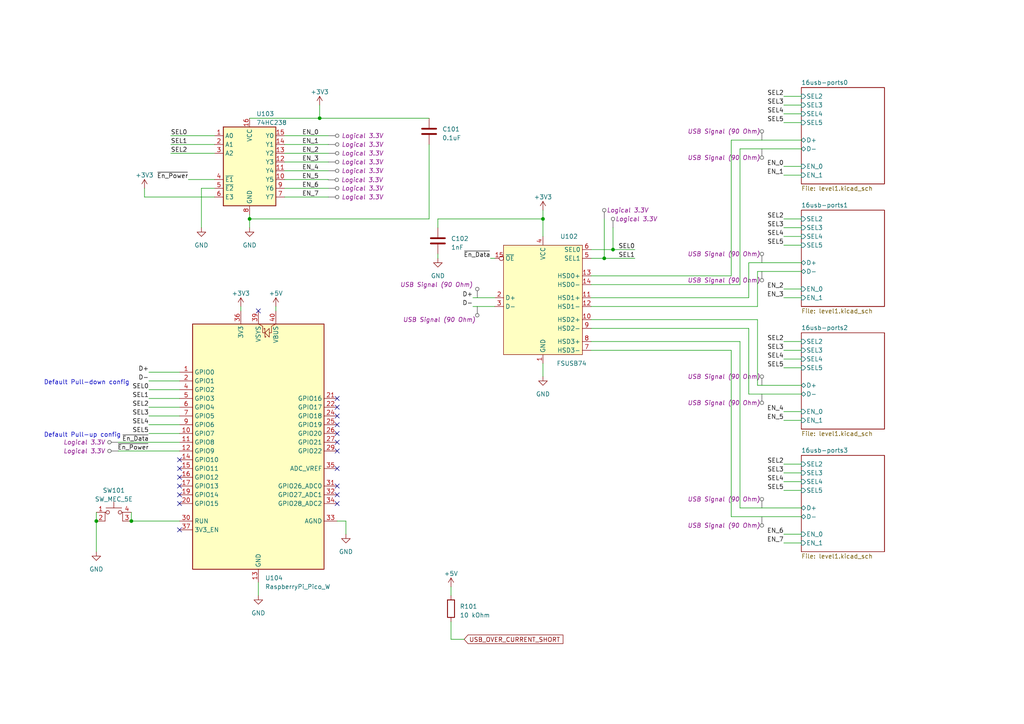
<source format=kicad_sch>
(kicad_sch (version 20230121) (generator eeschema)

  (uuid 8aa26ead-3e89-48f3-b4b5-5a311dfbb8c5)

  (paper "A4")

  (title_block
    (title "UF2 Batch Flasher")
    (date "2023-10-20")
    (rev "0.1")
    (company "nbp.name")
    (comment 2 "selecting and flashing each device.")
    (comment 3 "This page contains the first layer with the Raspberry Pi Pico W in charge of")
    (comment 4 "UF2 Batch Flasher is a USB hub for flashing USB devices")
  )

  (lib_symbols
    (symbol "74xx:74HC238" (in_bom yes) (on_board yes)
      (property "Reference" "U" (at -7.62 13.97 0)
        (effects (font (size 1.27 1.27)) (justify left bottom))
      )
      (property "Value" "74HC238" (at 2.54 -11.43 0)
        (effects (font (size 1.27 1.27)) (justify left top))
      )
      (property "Footprint" "" (at 0 0 0)
        (effects (font (size 1.27 1.27)) hide)
      )
      (property "Datasheet" "https://www.ti.com/lit/ds/symlink/cd74hc238.pdf" (at 0 0 0)
        (effects (font (size 1.27 1.27)) hide)
      )
      (property "ki_keywords" "demux" (at 0 0 0)
        (effects (font (size 1.27 1.27)) hide)
      )
      (property "ki_description" "3-to-8 line decoder/multiplexer, DIP-16/SOIC-16/SSOP-16" (at 0 0 0)
        (effects (font (size 1.27 1.27)) hide)
      )
      (property "ki_fp_filters" "DIP*W7.62mm* SOIC*3.9x9.9mm*P1.27mm* TSSOP*4.4x5mm*P0.65mm*" (at 0 0 0)
        (effects (font (size 1.27 1.27)) hide)
      )
      (symbol "74HC238_0_1"
        (rectangle (start -7.62 12.7) (end 7.62 -10.16)
          (stroke (width 0.254) (type default))
          (fill (type background))
        )
      )
      (symbol "74HC238_1_1"
        (pin input line (at -10.16 10.16 0) (length 2.54)
          (name "A0" (effects (font (size 1.27 1.27))))
          (number "1" (effects (font (size 1.27 1.27))))
        )
        (pin output line (at 10.16 -2.54 180) (length 2.54)
          (name "Y5" (effects (font (size 1.27 1.27))))
          (number "10" (effects (font (size 1.27 1.27))))
        )
        (pin output line (at 10.16 0 180) (length 2.54)
          (name "Y4" (effects (font (size 1.27 1.27))))
          (number "11" (effects (font (size 1.27 1.27))))
        )
        (pin output line (at 10.16 2.54 180) (length 2.54)
          (name "Y3" (effects (font (size 1.27 1.27))))
          (number "12" (effects (font (size 1.27 1.27))))
        )
        (pin output line (at 10.16 5.08 180) (length 2.54)
          (name "Y2" (effects (font (size 1.27 1.27))))
          (number "13" (effects (font (size 1.27 1.27))))
        )
        (pin output line (at 10.16 7.62 180) (length 2.54)
          (name "Y1" (effects (font (size 1.27 1.27))))
          (number "14" (effects (font (size 1.27 1.27))))
        )
        (pin output line (at 10.16 10.16 180) (length 2.54)
          (name "Y0" (effects (font (size 1.27 1.27))))
          (number "15" (effects (font (size 1.27 1.27))))
        )
        (pin power_in line (at 0 15.24 270) (length 2.54)
          (name "VCC" (effects (font (size 1.27 1.27))))
          (number "16" (effects (font (size 1.27 1.27))))
        )
        (pin input line (at -10.16 7.62 0) (length 2.54)
          (name "A1" (effects (font (size 1.27 1.27))))
          (number "2" (effects (font (size 1.27 1.27))))
        )
        (pin input line (at -10.16 5.08 0) (length 2.54)
          (name "A2" (effects (font (size 1.27 1.27))))
          (number "3" (effects (font (size 1.27 1.27))))
        )
        (pin input line (at -10.16 -2.54 0) (length 2.54)
          (name "~{E1}" (effects (font (size 1.27 1.27))))
          (number "4" (effects (font (size 1.27 1.27))))
        )
        (pin input line (at -10.16 -5.08 0) (length 2.54)
          (name "~{E2}" (effects (font (size 1.27 1.27))))
          (number "5" (effects (font (size 1.27 1.27))))
        )
        (pin input line (at -10.16 -7.62 0) (length 2.54)
          (name "E3" (effects (font (size 1.27 1.27))))
          (number "6" (effects (font (size 1.27 1.27))))
        )
        (pin output line (at 10.16 -7.62 180) (length 2.54)
          (name "Y7" (effects (font (size 1.27 1.27))))
          (number "7" (effects (font (size 1.27 1.27))))
        )
        (pin power_in line (at 0 -12.7 90) (length 2.54)
          (name "GND" (effects (font (size 1.27 1.27))))
          (number "8" (effects (font (size 1.27 1.27))))
        )
        (pin output line (at 10.16 -5.08 180) (length 2.54)
          (name "Y6" (effects (font (size 1.27 1.27))))
          (number "9" (effects (font (size 1.27 1.27))))
        )
      )
    )
    (symbol "Device:C" (pin_numbers hide) (pin_names (offset 0.254)) (in_bom yes) (on_board yes)
      (property "Reference" "C" (at 0.635 2.54 0)
        (effects (font (size 1.27 1.27)) (justify left))
      )
      (property "Value" "C" (at 0.635 -2.54 0)
        (effects (font (size 1.27 1.27)) (justify left))
      )
      (property "Footprint" "" (at 0.9652 -3.81 0)
        (effects (font (size 1.27 1.27)) hide)
      )
      (property "Datasheet" "~" (at 0 0 0)
        (effects (font (size 1.27 1.27)) hide)
      )
      (property "ki_keywords" "cap capacitor" (at 0 0 0)
        (effects (font (size 1.27 1.27)) hide)
      )
      (property "ki_description" "Unpolarized capacitor" (at 0 0 0)
        (effects (font (size 1.27 1.27)) hide)
      )
      (property "ki_fp_filters" "C_*" (at 0 0 0)
        (effects (font (size 1.27 1.27)) hide)
      )
      (symbol "C_0_1"
        (polyline
          (pts
            (xy -2.032 -0.762)
            (xy 2.032 -0.762)
          )
          (stroke (width 0.508) (type default))
          (fill (type none))
        )
        (polyline
          (pts
            (xy -2.032 0.762)
            (xy 2.032 0.762)
          )
          (stroke (width 0.508) (type default))
          (fill (type none))
        )
      )
      (symbol "C_1_1"
        (pin passive line (at 0 3.81 270) (length 2.794)
          (name "~" (effects (font (size 1.27 1.27))))
          (number "1" (effects (font (size 1.27 1.27))))
        )
        (pin passive line (at 0 -3.81 90) (length 2.794)
          (name "~" (effects (font (size 1.27 1.27))))
          (number "2" (effects (font (size 1.27 1.27))))
        )
      )
    )
    (symbol "Device:R" (pin_numbers hide) (pin_names (offset 0)) (in_bom yes) (on_board yes)
      (property "Reference" "R" (at 2.032 0 90)
        (effects (font (size 1.27 1.27)))
      )
      (property "Value" "R" (at 0 0 90)
        (effects (font (size 1.27 1.27)))
      )
      (property "Footprint" "" (at -1.778 0 90)
        (effects (font (size 1.27 1.27)) hide)
      )
      (property "Datasheet" "~" (at 0 0 0)
        (effects (font (size 1.27 1.27)) hide)
      )
      (property "ki_keywords" "R res resistor" (at 0 0 0)
        (effects (font (size 1.27 1.27)) hide)
      )
      (property "ki_description" "Resistor" (at 0 0 0)
        (effects (font (size 1.27 1.27)) hide)
      )
      (property "ki_fp_filters" "R_*" (at 0 0 0)
        (effects (font (size 1.27 1.27)) hide)
      )
      (symbol "R_0_1"
        (rectangle (start -1.016 -2.54) (end 1.016 2.54)
          (stroke (width 0.254) (type default))
          (fill (type none))
        )
      )
      (symbol "R_1_1"
        (pin passive line (at 0 3.81 270) (length 1.27)
          (name "~" (effects (font (size 1.27 1.27))))
          (number "1" (effects (font (size 1.27 1.27))))
        )
        (pin passive line (at 0 -3.81 90) (length 1.27)
          (name "~" (effects (font (size 1.27 1.27))))
          (number "2" (effects (font (size 1.27 1.27))))
        )
      )
    )
    (symbol "MCU_Module_RaspberryPi_Pico:RaspberryPi_Pico_W" (in_bom yes) (on_board yes)
      (property "Reference" "U" (at -19.05 38.1 0)
        (effects (font (size 1.27 1.27)) (justify left))
      )
      (property "Value" "RaspberryPi_Pico_W" (at 7.62 38.1 0)
        (effects (font (size 1.27 1.27)) (justify left))
      )
      (property "Footprint" "Module_RaspberryPi_Pico:RaspberryPi_Pico_Common" (at 0 -49.53 0)
        (effects (font (size 1.27 1.27)) hide)
      )
      (property "Datasheet" "https://datasheets.raspberrypi.com/picow/pico-w-datasheet.pdf" (at 0 -52.07 0)
        (effects (font (size 1.27 1.27)) hide)
      )
      (property "ki_keywords" "Raspberry Pi Pico microcontroller module RP2040 M0+ usb CYW43439 wireless wifi bluetooth" (at 0 0 0)
        (effects (font (size 1.27 1.27)) hide)
      )
      (property "ki_description" "Versatile and inexpensive wireless microcontroller module powered by RP2040 dual-core Arm Cortex-M0+ processor up to 133 MHz, 264kB SRAM, 2MB QSPI flash, Infineon CYW43439 2.4GHz 802.11n wireless LAN" (at 0 0 0)
        (effects (font (size 1.27 1.27)) hide)
      )
      (property "ki_fp_filters" "RaspberryPi_Pico_Common* RaspberryPi_Pico_W*" (at 0 0 0)
        (effects (font (size 1.27 1.27)) hide)
      )
      (symbol "RaspberryPi_Pico_W_0_1"
        (rectangle (start -19.05 36.83) (end 19.05 -34.29)
          (stroke (width 0.254) (type default))
          (fill (type background))
        )
        (polyline
          (pts
            (xy 0 36.83)
            (xy 1.27 36.195)
            (xy 1.27 34.29)
            (xy 1.905 34.29)
          )
          (stroke (width 0) (type default))
          (fill (type none))
        )
        (polyline
          (pts
            (xy 1.905 34.29)
            (xy 3.175 35.56)
            (xy 3.175 33.02)
            (xy 1.905 34.29)
          )
          (stroke (width 0) (type default))
          (fill (type none))
        )
        (polyline
          (pts
            (xy 5.08 36.83)
            (xy 3.81 36.195)
            (xy 3.81 34.29)
            (xy 3.175 34.29)
          )
          (stroke (width 0) (type default))
          (fill (type none))
        )
        (polyline
          (pts
            (xy 1.651 35.306)
            (xy 1.651 35.56)
            (xy 1.905 35.56)
            (xy 1.905 33.02)
            (xy 2.159 33.02)
            (xy 2.159 33.274)
          )
          (stroke (width 0) (type default))
          (fill (type none))
        )
      )
      (symbol "RaspberryPi_Pico_W_1_1"
        (pin bidirectional line (at -22.86 22.86 0) (length 3.81)
          (name "GPIO0" (effects (font (size 1.27 1.27))))
          (number "1" (effects (font (size 1.27 1.27))))
          (alternate "I2C0_SDA" bidirectional line)
          (alternate "PWM0_A" output line)
          (alternate "SPI0_RX" input line)
          (alternate "UART0_TX" output line)
          (alternate "USB_OVCUR_DET" input line)
        )
        (pin bidirectional line (at -22.86 5.08 0) (length 3.81)
          (name "GPIO7" (effects (font (size 1.27 1.27))))
          (number "10" (effects (font (size 1.27 1.27))))
          (alternate "I2C1_SCL" bidirectional clock)
          (alternate "PWM3_B" bidirectional line)
          (alternate "SPI0_TX" output line)
          (alternate "UART1_RTS" output line)
          (alternate "USB_VBUS_DET" input line)
        )
        (pin bidirectional line (at -22.86 2.54 0) (length 3.81)
          (name "GPIO8" (effects (font (size 1.27 1.27))))
          (number "11" (effects (font (size 1.27 1.27))))
          (alternate "I2C0_SDA" bidirectional line)
          (alternate "PWM4_A" output line)
          (alternate "SPI1_RX" input line)
          (alternate "UART1_TX" output line)
          (alternate "USB_VBUS_EN" output line)
        )
        (pin bidirectional line (at -22.86 0 0) (length 3.81)
          (name "GPIO9" (effects (font (size 1.27 1.27))))
          (number "12" (effects (font (size 1.27 1.27))))
          (alternate "I2C0_SCL" bidirectional clock)
          (alternate "PWM4_B" bidirectional line)
          (alternate "UART1_RX" input line)
          (alternate "USB_OVCUR_DET" input line)
          (alternate "~{SPI1_CSn}" bidirectional line)
        )
        (pin power_out line (at 0 -38.1 90) (length 3.81)
          (name "GND" (effects (font (size 1.27 1.27))))
          (number "13" (effects (font (size 1.27 1.27))))
          (alternate "GND_IN" power_in line)
        )
        (pin bidirectional line (at -22.86 -2.54 0) (length 3.81)
          (name "GPIO10" (effects (font (size 1.27 1.27))))
          (number "14" (effects (font (size 1.27 1.27))))
          (alternate "I2C1_SDA" bidirectional line)
          (alternate "PWM5_A" output line)
          (alternate "SPI1_SCK" bidirectional clock)
          (alternate "UART1_CTS" input line)
          (alternate "USB_VBUS_DET" input line)
        )
        (pin bidirectional line (at -22.86 -5.08 0) (length 3.81)
          (name "GPIO11" (effects (font (size 1.27 1.27))))
          (number "15" (effects (font (size 1.27 1.27))))
          (alternate "I2C1_SCL" bidirectional clock)
          (alternate "PWM5_B" bidirectional line)
          (alternate "SPI1_TX" output line)
          (alternate "UART1_RTS" output line)
          (alternate "USB_VBUS_EN" output line)
        )
        (pin bidirectional line (at -22.86 -7.62 0) (length 3.81)
          (name "GPIO12" (effects (font (size 1.27 1.27))))
          (number "16" (effects (font (size 1.27 1.27))))
          (alternate "I2C0_SDA" bidirectional line)
          (alternate "PWM6_A" output line)
          (alternate "SPI1_RX" input line)
          (alternate "UART0_TX" output line)
          (alternate "USB_OVCUR_DET" input line)
        )
        (pin bidirectional line (at -22.86 -10.16 0) (length 3.81)
          (name "GPIO13" (effects (font (size 1.27 1.27))))
          (number "17" (effects (font (size 1.27 1.27))))
          (alternate "I2C0_SCL" bidirectional clock)
          (alternate "PWM6_B" bidirectional line)
          (alternate "UART0_RX" input line)
          (alternate "USB_VBUS_DET" input line)
          (alternate "~{SPI1_CSn}" bidirectional line)
        )
        (pin passive line (at 0 -38.1 90) (length 3.81) hide
          (name "GND" (effects (font (size 1.27 1.27))))
          (number "18" (effects (font (size 1.27 1.27))))
        )
        (pin bidirectional line (at -22.86 -12.7 0) (length 3.81)
          (name "GPIO14" (effects (font (size 1.27 1.27))))
          (number "19" (effects (font (size 1.27 1.27))))
          (alternate "I2C1_SDA" bidirectional line)
          (alternate "PWM7_A" output line)
          (alternate "SPI1_SCK" bidirectional clock)
          (alternate "UART0_CTS" input line)
          (alternate "USB_VBUS_EN" output line)
        )
        (pin bidirectional line (at -22.86 20.32 0) (length 3.81)
          (name "GPIO1" (effects (font (size 1.27 1.27))))
          (number "2" (effects (font (size 1.27 1.27))))
          (alternate "I2C0_SCL" bidirectional clock)
          (alternate "PWM0_B" bidirectional line)
          (alternate "UART0_RX" input line)
          (alternate "USB_VBUS_DET" passive line)
          (alternate "~{SPI0_CSn}" bidirectional line)
        )
        (pin bidirectional line (at -22.86 -15.24 0) (length 3.81)
          (name "GPIO15" (effects (font (size 1.27 1.27))))
          (number "20" (effects (font (size 1.27 1.27))))
          (alternate "I2C1_SCL" bidirectional clock)
          (alternate "PWM7_B" bidirectional line)
          (alternate "SPI1_TX" output line)
          (alternate "UART0_RTS" output line)
          (alternate "USB_OVCUR_DET" input line)
        )
        (pin bidirectional line (at 22.86 15.24 180) (length 3.81)
          (name "GPIO16" (effects (font (size 1.27 1.27))))
          (number "21" (effects (font (size 1.27 1.27))))
          (alternate "I2C0_SDA" bidirectional line)
          (alternate "PWM0_A" output line)
          (alternate "SPI0_RX" input line)
          (alternate "UART0_TX" output line)
          (alternate "USB_VBUS_DET" input line)
        )
        (pin bidirectional line (at 22.86 12.7 180) (length 3.81)
          (name "GPIO17" (effects (font (size 1.27 1.27))))
          (number "22" (effects (font (size 1.27 1.27))))
          (alternate "I2C0_SCL" bidirectional clock)
          (alternate "PWM0_B" bidirectional line)
          (alternate "UART0_RX" input line)
          (alternate "USB_VBUS_EN" output line)
          (alternate "~{SPI0_CSn}" bidirectional line)
        )
        (pin passive line (at 0 -38.1 90) (length 3.81) hide
          (name "GND" (effects (font (size 1.27 1.27))))
          (number "23" (effects (font (size 1.27 1.27))))
        )
        (pin bidirectional line (at 22.86 10.16 180) (length 3.81)
          (name "GPIO18" (effects (font (size 1.27 1.27))))
          (number "24" (effects (font (size 1.27 1.27))))
          (alternate "I2C1_SDA" bidirectional line)
          (alternate "PWM1_A" output line)
          (alternate "SPI0_SCK" bidirectional clock)
          (alternate "UART0_CTS" input line)
          (alternate "USB_OVCUR_DET" input line)
        )
        (pin bidirectional line (at 22.86 7.62 180) (length 3.81)
          (name "GPIO19" (effects (font (size 1.27 1.27))))
          (number "25" (effects (font (size 1.27 1.27))))
          (alternate "I2C1_SCL" bidirectional clock)
          (alternate "PWM1_B" bidirectional line)
          (alternate "SPI0_TX" output line)
          (alternate "UART0_RTS" output line)
          (alternate "USB_VBUS_DET" input line)
        )
        (pin bidirectional line (at 22.86 5.08 180) (length 3.81)
          (name "GPIO20" (effects (font (size 1.27 1.27))))
          (number "26" (effects (font (size 1.27 1.27))))
          (alternate "CLOCK_GPIN0" input clock)
          (alternate "I2C0_SDA" bidirectional line)
          (alternate "PWM2_A" output line)
          (alternate "SPI0_RX" input line)
          (alternate "UART1_TX" output line)
          (alternate "USB_VBUS_EN" output line)
        )
        (pin bidirectional line (at 22.86 2.54 180) (length 3.81)
          (name "GPIO21" (effects (font (size 1.27 1.27))))
          (number "27" (effects (font (size 1.27 1.27))))
          (alternate "CLOCK_GPOUT0" output clock)
          (alternate "I2C0_SCL" bidirectional clock)
          (alternate "PWM2_B" bidirectional line)
          (alternate "UART1_RX" input line)
          (alternate "USB_OVCUR_DET" input line)
          (alternate "~{SPI0_CSn}" bidirectional line)
        )
        (pin passive line (at 0 -38.1 90) (length 3.81) hide
          (name "GND" (effects (font (size 1.27 1.27))))
          (number "28" (effects (font (size 1.27 1.27))))
        )
        (pin bidirectional line (at 22.86 0 180) (length 3.81)
          (name "GPIO22" (effects (font (size 1.27 1.27))))
          (number "29" (effects (font (size 1.27 1.27))))
          (alternate "CLOCK_GPIN1" input clock)
          (alternate "I2C1_SDA" bidirectional line)
          (alternate "PWM3_A" output line)
          (alternate "SPI0_SCK" bidirectional clock)
          (alternate "UART1_CTS" input line)
          (alternate "USB_VBUS_DET" input line)
        )
        (pin passive line (at 0 -38.1 90) (length 3.81) hide
          (name "GND" (effects (font (size 1.27 1.27))))
          (number "3" (effects (font (size 1.27 1.27))))
        )
        (pin input line (at -22.86 -20.32 0) (length 3.81)
          (name "RUN" (effects (font (size 1.27 1.27))))
          (number "30" (effects (font (size 1.27 1.27))))
          (alternate "~{RESET}" input line)
        )
        (pin bidirectional line (at 22.86 -10.16 180) (length 3.81)
          (name "GPIO26_ADC0" (effects (font (size 1.27 1.27))))
          (number "31" (effects (font (size 1.27 1.27))))
          (alternate "ADC0" input line)
          (alternate "GPIO26" bidirectional line)
          (alternate "I2C1_SDA" bidirectional line)
          (alternate "PWM5_A" output line)
          (alternate "SPI1_SCK" bidirectional clock)
          (alternate "UART1_CTS" input line)
          (alternate "USB_VBUS_EN" output line)
        )
        (pin bidirectional line (at 22.86 -12.7 180) (length 3.81)
          (name "GPIO27_ADC1" (effects (font (size 1.27 1.27))))
          (number "32" (effects (font (size 1.27 1.27))))
          (alternate "ADC1" input line)
          (alternate "GPIO27" bidirectional line)
          (alternate "I2C1_SCL" bidirectional clock)
          (alternate "PWM5_B" bidirectional line)
          (alternate "SPI1_TX" output line)
          (alternate "UART1_RTS" output line)
          (alternate "USB_OVCUR_DET" input line)
        )
        (pin power_in line (at 22.86 -20.32 180) (length 3.81)
          (name "AGND" (effects (font (size 1.27 1.27))))
          (number "33" (effects (font (size 1.27 1.27))))
          (alternate "GND" power_in line)
        )
        (pin bidirectional line (at 22.86 -15.24 180) (length 3.81)
          (name "GPIO28_ADC2" (effects (font (size 1.27 1.27))))
          (number "34" (effects (font (size 1.27 1.27))))
          (alternate "ADC2" input line)
          (alternate "GPIO28" bidirectional line)
          (alternate "I2C0_SDA" bidirectional line)
          (alternate "PWM6_A" output line)
          (alternate "SPI1_RX" input line)
          (alternate "UART0_TX" output line)
          (alternate "USB_VBUS_DET" input line)
        )
        (pin power_in line (at 22.86 -5.08 180) (length 3.81)
          (name "ADC_VREF" (effects (font (size 1.27 1.27))))
          (number "35" (effects (font (size 1.27 1.27))))
        )
        (pin power_out line (at -5.08 40.64 270) (length 3.81)
          (name "3V3" (effects (font (size 1.27 1.27))))
          (number "36" (effects (font (size 1.27 1.27))))
        )
        (pin input line (at -22.86 -22.86 0) (length 3.81)
          (name "3V3_EN" (effects (font (size 1.27 1.27))))
          (number "37" (effects (font (size 1.27 1.27))))
          (alternate "~{3V3_DISABLE}" input line)
        )
        (pin passive line (at 0 -38.1 90) (length 3.81) hide
          (name "GND" (effects (font (size 1.27 1.27))))
          (number "38" (effects (font (size 1.27 1.27))))
        )
        (pin power_in line (at 0 40.64 270) (length 3.81)
          (name "VSYS" (effects (font (size 1.27 1.27))))
          (number "39" (effects (font (size 1.27 1.27))))
          (alternate "VSYS_OUT" power_out line)
        )
        (pin bidirectional line (at -22.86 17.78 0) (length 3.81)
          (name "GPIO2" (effects (font (size 1.27 1.27))))
          (number "4" (effects (font (size 1.27 1.27))))
          (alternate "I2C1_SDA" bidirectional line)
          (alternate "PWM1_A" output line)
          (alternate "SPI0_SCK" bidirectional clock)
          (alternate "UART0_CTS" input line)
          (alternate "USB_VBUS_DET" input line)
        )
        (pin power_out line (at 5.08 40.64 270) (length 3.81)
          (name "VBUS" (effects (font (size 1.27 1.27))))
          (number "40" (effects (font (size 1.27 1.27))))
          (alternate "VBUS_HOST" power_in line)
        )
        (pin bidirectional line (at -22.86 15.24 0) (length 3.81)
          (name "GPIO3" (effects (font (size 1.27 1.27))))
          (number "5" (effects (font (size 1.27 1.27))))
          (alternate "I2C1_SCL" bidirectional clock)
          (alternate "PWM1_B" bidirectional line)
          (alternate "SPI0_TX" output line)
          (alternate "UART0_RTS" output line)
          (alternate "USB_OVCUR_DET" input line)
        )
        (pin bidirectional line (at -22.86 12.7 0) (length 3.81)
          (name "GPIO4" (effects (font (size 1.27 1.27))))
          (number "6" (effects (font (size 1.27 1.27))))
          (alternate "I2C0_SDA" bidirectional line)
          (alternate "PWM2_A" output line)
          (alternate "SPI0_RX" input line)
          (alternate "UART1_TX" output line)
          (alternate "USB_VBUS_DET" input line)
        )
        (pin bidirectional line (at -22.86 10.16 0) (length 3.81)
          (name "GPIO5" (effects (font (size 1.27 1.27))))
          (number "7" (effects (font (size 1.27 1.27))))
          (alternate "I2C0_SCL" bidirectional clock)
          (alternate "PWM2_B" bidirectional line)
          (alternate "UART1_RX" input line)
          (alternate "USB_VBUS_EN" output line)
          (alternate "~{SPI0_CSn}" bidirectional line)
        )
        (pin passive line (at 0 -38.1 90) (length 3.81) hide
          (name "GND" (effects (font (size 1.27 1.27))))
          (number "8" (effects (font (size 1.27 1.27))))
        )
        (pin bidirectional line (at -22.86 7.62 0) (length 3.81)
          (name "GPIO6" (effects (font (size 1.27 1.27))))
          (number "9" (effects (font (size 1.27 1.27))))
          (alternate "I2C1_SDA" bidirectional line)
          (alternate "PWM3_A" output line)
          (alternate "SPI0_SCK" bidirectional clock)
          (alternate "UART1_CTS" input line)
          (alternate "USB_OVCUR_DET" input line)
        )
      )
    )
    (symbol "Switch:SW_MEC_5E" (pin_names (offset 1.016) hide) (in_bom yes) (on_board yes)
      (property "Reference" "SW" (at 0.635 5.715 0)
        (effects (font (size 1.27 1.27)) (justify left))
      )
      (property "Value" "SW_MEC_5E" (at 0 -3.175 0)
        (effects (font (size 1.27 1.27)))
      )
      (property "Footprint" "" (at 0 7.62 0)
        (effects (font (size 1.27 1.27)) hide)
      )
      (property "Datasheet" "http://www.apem.com/int/index.php?controller=attachment&id_attachment=1371" (at 0 7.62 0)
        (effects (font (size 1.27 1.27)) hide)
      )
      (property "ki_keywords" "switch normally-open pushbutton push-button" (at 0 0 0)
        (effects (font (size 1.27 1.27)) hide)
      )
      (property "ki_description" "MEC 5E single pole normally-open tactile switch" (at 0 0 0)
        (effects (font (size 1.27 1.27)) hide)
      )
      (property "ki_fp_filters" "SW*MEC*5G*" (at 0 0 0)
        (effects (font (size 1.27 1.27)) hide)
      )
      (symbol "SW_MEC_5E_0_1"
        (circle (center -1.778 2.54) (radius 0.508)
          (stroke (width 0) (type default))
          (fill (type none))
        )
        (polyline
          (pts
            (xy -2.286 3.81)
            (xy 2.286 3.81)
          )
          (stroke (width 0) (type default))
          (fill (type none))
        )
        (polyline
          (pts
            (xy 0 3.81)
            (xy 0 5.588)
          )
          (stroke (width 0) (type default))
          (fill (type none))
        )
        (polyline
          (pts
            (xy -2.54 0)
            (xy -2.54 2.54)
            (xy -2.286 2.54)
          )
          (stroke (width 0) (type default))
          (fill (type none))
        )
        (polyline
          (pts
            (xy 2.54 0)
            (xy 2.54 2.54)
            (xy 2.286 2.54)
          )
          (stroke (width 0) (type default))
          (fill (type none))
        )
        (circle (center 1.778 2.54) (radius 0.508)
          (stroke (width 0) (type default))
          (fill (type none))
        )
        (pin passive line (at -5.08 2.54 0) (length 2.54)
          (name "1" (effects (font (size 1.27 1.27))))
          (number "1" (effects (font (size 1.27 1.27))))
        )
        (pin passive line (at -5.08 0 0) (length 2.54)
          (name "2" (effects (font (size 1.27 1.27))))
          (number "2" (effects (font (size 1.27 1.27))))
        )
        (pin passive line (at 5.08 0 180) (length 2.54)
          (name "K" (effects (font (size 1.27 1.27))))
          (number "3" (effects (font (size 1.27 1.27))))
        )
        (pin passive line (at 5.08 2.54 180) (length 2.54)
          (name "A" (effects (font (size 1.27 1.27))))
          (number "4" (effects (font (size 1.27 1.27))))
        )
      )
    )
    (symbol "onsemi-FairChild:FSUSB74" (in_bom yes) (on_board yes)
      (property "Reference" "U" (at 8.89 17.78 0)
        (effects (font (size 1.27 1.27)))
      )
      (property "Value" "FSUSB74" (at 7.62 -16.51 0)
        (effects (font (size 1.27 1.27)))
      )
      (property "Footprint" "QFN-UMLP:UQFN-16_2.1x2.9mm_P0.4mm" (at -3.81 7.62 0)
        (effects (font (size 1.27 1.27)) hide)
      )
      (property "Datasheet" "${KIPRJMOD}/datasheet/FSUSB74_D-2314427.pdf" (at 27.94 -20.32 0)
        (effects (font (size 1.27 1.27)) hide)
      )
      (property "Vendor" "https://www.mouser.fr/ProductDetail/onsemi-Fairchild/FSUSB74UMX?qs=1%252BQrTMB6OPVrNesV8V0QrA%3D%3D" (at 0 -27.94 0)
        (effects (font (size 1.27 1.27)) hide)
      )
      (property "ki_keywords" "USB Switch" (at 0 0 0)
        (effects (font (size 1.27 1.27)) hide)
      )
      (property "ki_description" "High-Speed USB Multiplexer / Switch" (at 0 0 0)
        (effects (font (size 1.27 1.27)) hide)
      )
      (symbol "FSUSB74_0_1"
        (rectangle (start -11.43 16.51) (end 11.43 -15.24)
          (stroke (width 0) (type default))
          (fill (type background))
        )
      )
      (symbol "FSUSB74_1_1"
        (pin power_in line (at 0 -17.78 90) (length 2.54)
          (name "GND" (effects (font (size 1.27 1.27))))
          (number "1" (effects (font (size 1.27 1.27))))
        )
        (pin bidirectional line (at -13.97 -5.08 0) (length 2.54)
          (name "HSD2+" (effects (font (size 1.27 1.27))))
          (number "10" (effects (font (size 1.27 1.27))))
        )
        (pin bidirectional line (at -13.97 1.27 0) (length 2.54)
          (name "HSD1+" (effects (font (size 1.27 1.27))))
          (number "11" (effects (font (size 1.27 1.27))))
        )
        (pin bidirectional line (at -13.97 -1.27 0) (length 2.54)
          (name "HSD1-" (effects (font (size 1.27 1.27))))
          (number "12" (effects (font (size 1.27 1.27))))
        )
        (pin bidirectional line (at -13.97 7.62 0) (length 2.54)
          (name "HSD0+" (effects (font (size 1.27 1.27))))
          (number "13" (effects (font (size 1.27 1.27))))
        )
        (pin bidirectional line (at -13.97 5.08 0) (length 2.54)
          (name "HSD0-" (effects (font (size 1.27 1.27))))
          (number "14" (effects (font (size 1.27 1.27))))
        )
        (pin input inverted (at 13.97 12.7 180) (length 2.54)
          (name "~{OE}" (effects (font (size 1.27 1.27))))
          (number "15" (effects (font (size 1.27 1.27))))
        )
        (pin no_connect non_logic (at 11.43 -11.43 180) (length 2.54) hide
          (name "NC" (effects (font (size 1.27 1.27))))
          (number "16" (effects (font (size 1.27 1.27))))
        )
        (pin bidirectional line (at 13.97 1.27 180) (length 2.54)
          (name "D+" (effects (font (size 1.27 1.27))))
          (number "2" (effects (font (size 1.27 1.27))))
        )
        (pin bidirectional line (at 13.97 -1.27 180) (length 2.54)
          (name "D-" (effects (font (size 1.27 1.27))))
          (number "3" (effects (font (size 1.27 1.27))))
        )
        (pin power_in line (at 0 19.05 270) (length 2.54)
          (name "VCC" (effects (font (size 1.27 1.27))))
          (number "4" (effects (font (size 1.27 1.27))))
        )
        (pin input line (at -13.97 12.7 0) (length 2.54)
          (name "SEL1" (effects (font (size 1.27 1.27))))
          (number "5" (effects (font (size 1.27 1.27))))
        )
        (pin input line (at -13.97 15.24 0) (length 2.54)
          (name "SEL0" (effects (font (size 1.27 1.27))))
          (number "6" (effects (font (size 1.27 1.27))))
        )
        (pin bidirectional line (at -13.97 -13.97 0) (length 2.54)
          (name "HSD3-" (effects (font (size 1.27 1.27))))
          (number "7" (effects (font (size 1.27 1.27))))
        )
        (pin bidirectional line (at -13.97 -11.43 0) (length 2.54)
          (name "HSD3+" (effects (font (size 1.27 1.27))))
          (number "8" (effects (font (size 1.27 1.27))))
        )
        (pin bidirectional line (at -13.97 -7.62 0) (length 2.54)
          (name "HSD2-" (effects (font (size 1.27 1.27))))
          (number "9" (effects (font (size 1.27 1.27))))
        )
      )
    )
    (symbol "power:+3V3" (power) (pin_names (offset 0)) (in_bom yes) (on_board yes)
      (property "Reference" "#PWR" (at 0 -3.81 0)
        (effects (font (size 1.27 1.27)) hide)
      )
      (property "Value" "+3V3" (at 0 3.556 0)
        (effects (font (size 1.27 1.27)))
      )
      (property "Footprint" "" (at 0 0 0)
        (effects (font (size 1.27 1.27)) hide)
      )
      (property "Datasheet" "" (at 0 0 0)
        (effects (font (size 1.27 1.27)) hide)
      )
      (property "ki_keywords" "global power" (at 0 0 0)
        (effects (font (size 1.27 1.27)) hide)
      )
      (property "ki_description" "Power symbol creates a global label with name \"+3V3\"" (at 0 0 0)
        (effects (font (size 1.27 1.27)) hide)
      )
      (symbol "+3V3_0_1"
        (polyline
          (pts
            (xy -0.762 1.27)
            (xy 0 2.54)
          )
          (stroke (width 0) (type default))
          (fill (type none))
        )
        (polyline
          (pts
            (xy 0 0)
            (xy 0 2.54)
          )
          (stroke (width 0) (type default))
          (fill (type none))
        )
        (polyline
          (pts
            (xy 0 2.54)
            (xy 0.762 1.27)
          )
          (stroke (width 0) (type default))
          (fill (type none))
        )
      )
      (symbol "+3V3_1_1"
        (pin power_in line (at 0 0 90) (length 0) hide
          (name "+3V3" (effects (font (size 1.27 1.27))))
          (number "1" (effects (font (size 1.27 1.27))))
        )
      )
    )
    (symbol "power:+5V" (power) (pin_names (offset 0)) (in_bom yes) (on_board yes)
      (property "Reference" "#PWR" (at 0 -3.81 0)
        (effects (font (size 1.27 1.27)) hide)
      )
      (property "Value" "+5V" (at 0 3.556 0)
        (effects (font (size 1.27 1.27)))
      )
      (property "Footprint" "" (at 0 0 0)
        (effects (font (size 1.27 1.27)) hide)
      )
      (property "Datasheet" "" (at 0 0 0)
        (effects (font (size 1.27 1.27)) hide)
      )
      (property "ki_keywords" "global power" (at 0 0 0)
        (effects (font (size 1.27 1.27)) hide)
      )
      (property "ki_description" "Power symbol creates a global label with name \"+5V\"" (at 0 0 0)
        (effects (font (size 1.27 1.27)) hide)
      )
      (symbol "+5V_0_1"
        (polyline
          (pts
            (xy -0.762 1.27)
            (xy 0 2.54)
          )
          (stroke (width 0) (type default))
          (fill (type none))
        )
        (polyline
          (pts
            (xy 0 0)
            (xy 0 2.54)
          )
          (stroke (width 0) (type default))
          (fill (type none))
        )
        (polyline
          (pts
            (xy 0 2.54)
            (xy 0.762 1.27)
          )
          (stroke (width 0) (type default))
          (fill (type none))
        )
      )
      (symbol "+5V_1_1"
        (pin power_in line (at 0 0 90) (length 0) hide
          (name "+5V" (effects (font (size 1.27 1.27))))
          (number "1" (effects (font (size 1.27 1.27))))
        )
      )
    )
    (symbol "power:GND" (power) (pin_names (offset 0)) (in_bom yes) (on_board yes)
      (property "Reference" "#PWR" (at 0 -6.35 0)
        (effects (font (size 1.27 1.27)) hide)
      )
      (property "Value" "GND" (at 0 -3.81 0)
        (effects (font (size 1.27 1.27)))
      )
      (property "Footprint" "" (at 0 0 0)
        (effects (font (size 1.27 1.27)) hide)
      )
      (property "Datasheet" "" (at 0 0 0)
        (effects (font (size 1.27 1.27)) hide)
      )
      (property "ki_keywords" "global power" (at 0 0 0)
        (effects (font (size 1.27 1.27)) hide)
      )
      (property "ki_description" "Power symbol creates a global label with name \"GND\" , ground" (at 0 0 0)
        (effects (font (size 1.27 1.27)) hide)
      )
      (symbol "GND_0_1"
        (polyline
          (pts
            (xy 0 0)
            (xy 0 -1.27)
            (xy 1.27 -1.27)
            (xy 0 -2.54)
            (xy -1.27 -1.27)
            (xy 0 -1.27)
          )
          (stroke (width 0) (type default))
          (fill (type none))
        )
      )
      (symbol "GND_1_1"
        (pin power_in line (at 0 0 270) (length 0) hide
          (name "GND" (effects (font (size 1.27 1.27))))
          (number "1" (effects (font (size 1.27 1.27))))
        )
      )
    )
  )

  (junction (at 38.1 151.13) (diameter 0) (color 0 0 0 0)
    (uuid 23891ca6-b58e-4be8-a41f-0e46ce75432f)
  )
  (junction (at 157.48 63.5) (diameter 0) (color 0 0 0 0)
    (uuid 371aac3d-74d3-4e45-8f19-d47b482bb440)
  )
  (junction (at 92.71 34.29) (diameter 0) (color 0 0 0 0)
    (uuid 3a7d5b94-c552-4d84-91ae-536981ae9a9e)
  )
  (junction (at 27.94 151.13) (diameter 0) (color 0 0 0 0)
    (uuid 4374e323-0909-400f-86f8-6f92af906919)
  )
  (junction (at 175.26 74.93) (diameter 0) (color 0 0 0 0)
    (uuid 7671b7c4-6140-431a-805f-ba5a66000c12)
  )
  (junction (at 72.39 63.5) (diameter 0) (color 0 0 0 0)
    (uuid dbc6f520-3898-445e-9cb9-2087cc1a731a)
  )
  (junction (at 177.8 72.39) (diameter 0) (color 0 0 0 0)
    (uuid df5d33c3-fc79-4a55-b871-adb338877433)
  )

  (no_connect (at 52.07 153.67) (uuid 08edb13d-e4ea-461d-a381-274aee5ec58d))
  (no_connect (at 97.79 115.57) (uuid 10b9a128-d7f6-4021-85fa-2ff62d05e5c0))
  (no_connect (at 97.79 120.65) (uuid 17a6a7fa-20bb-4904-bced-7c0f633ac218))
  (no_connect (at 52.07 133.35) (uuid 3fac1fd1-6cd6-421c-a62e-e4798508f1da))
  (no_connect (at 97.79 146.05) (uuid 4ba769b3-88f0-4d79-bcf6-d79c15cc35bf))
  (no_connect (at 97.79 123.19) (uuid 4ed5a0e7-3191-4b5a-8066-78da552d57fb))
  (no_connect (at 97.79 128.27) (uuid 52777ea3-5bba-4736-a2e0-c7b619306ba3))
  (no_connect (at 97.79 140.97) (uuid 58d48cfa-c8a8-4d0d-9349-4c8b0e7f6d5e))
  (no_connect (at 97.79 135.89) (uuid 5a5da197-a9ef-4d9a-ade1-18f20bbee119))
  (no_connect (at 97.79 118.11) (uuid 64cc8163-06f0-4ff9-b729-c86255f3cf24))
  (no_connect (at 97.79 125.73) (uuid 65e45e9c-eb48-439c-ab27-511eb8a5376b))
  (no_connect (at 52.07 140.97) (uuid 7a942a6c-d172-47bd-88ca-b507118cfe3b))
  (no_connect (at 52.07 143.51) (uuid a2d6f316-2a19-455b-939d-c1d391d5fc38))
  (no_connect (at 52.07 135.89) (uuid ac740a11-ce56-4628-b573-323d527d3d30))
  (no_connect (at 74.93 90.17) (uuid c04a50fd-cb69-4da3-9693-0d2fb782ff36))
  (no_connect (at 97.79 130.81) (uuid c11308c4-127e-452c-a479-e5ff0f8d933d))
  (no_connect (at 97.79 143.51) (uuid e0f8335f-aea4-45d5-ae6e-fe745ca167f3))
  (no_connect (at 52.07 138.43) (uuid e7b976ee-703a-4748-baa3-1b022c1fa087))
  (no_connect (at 52.07 146.05) (uuid fceae707-89e4-4654-905c-9d4a6f0b2822))

  (wire (pts (xy 232.41 114.3) (xy 217.17 114.3))
    (stroke (width 0) (type default))
    (uuid 005c9f3f-c404-4c4d-b0f3-6d1841b3fbbd)
  )
  (wire (pts (xy 38.1 151.13) (xy 52.07 151.13))
    (stroke (width 0) (type default))
    (uuid 03aa6069-1d86-439d-b4c6-523f421ae7d0)
  )
  (wire (pts (xy 232.41 43.18) (xy 214.63 43.18))
    (stroke (width 0) (type default))
    (uuid 03cc1246-740e-4ec5-ac68-062d8ba0ec3b)
  )
  (wire (pts (xy 69.85 88.9) (xy 69.85 90.17))
    (stroke (width 0) (type default))
    (uuid 0b11b045-5cb4-4ccd-bce8-0811ce9a5b8d)
  )
  (wire (pts (xy 100.33 154.94) (xy 100.33 151.13))
    (stroke (width 0) (type default))
    (uuid 0facc469-0011-4c06-b64e-0c74e7a23e56)
  )
  (wire (pts (xy 38.1 148.59) (xy 38.1 151.13))
    (stroke (width 0) (type default))
    (uuid 10a6bd26-c85e-4591-b8e1-95c90b421070)
  )
  (wire (pts (xy 212.09 101.6) (xy 171.45 101.6))
    (stroke (width 0) (type default))
    (uuid 14daecff-fac9-48e8-8823-4ccad9a2fc67)
  )
  (wire (pts (xy 82.55 44.45) (xy 95.25 44.45))
    (stroke (width 0) (type default))
    (uuid 165a59a6-98f3-4443-953f-9fe97b5606ed)
  )
  (wire (pts (xy 217.17 76.2) (xy 232.41 76.2))
    (stroke (width 0) (type default))
    (uuid 190254f5-c9ad-47d8-a608-c3f87b342176)
  )
  (wire (pts (xy 232.41 149.86) (xy 212.09 149.86))
    (stroke (width 0) (type default))
    (uuid 19f7b87f-7676-4237-a2e1-27c4658829df)
  )
  (wire (pts (xy 217.17 86.36) (xy 217.17 76.2))
    (stroke (width 0) (type default))
    (uuid 2552ce91-db07-4f92-8cb2-d1e5a055b1b9)
  )
  (wire (pts (xy 227.33 134.62) (xy 232.41 134.62))
    (stroke (width 0) (type default))
    (uuid 297c8cd1-018a-4b56-bc08-1ccc63629eb9)
  )
  (wire (pts (xy 142.24 74.93) (xy 143.51 74.93))
    (stroke (width 0) (type default))
    (uuid 2e5a87d7-06a0-42fa-ba43-4432e41db250)
  )
  (wire (pts (xy 217.17 114.3) (xy 217.17 95.25))
    (stroke (width 0) (type default))
    (uuid 2ffff7af-d194-44fe-919a-b3e4d1b77c51)
  )
  (wire (pts (xy 227.33 63.5) (xy 232.41 63.5))
    (stroke (width 0) (type default))
    (uuid 31104d17-4ec0-4cb8-b10f-a8e100c9fc32)
  )
  (wire (pts (xy 177.8 66.04) (xy 177.8 72.39))
    (stroke (width 0) (type default))
    (uuid 34022909-5342-47c2-9c27-b1d48d6fe8e7)
  )
  (wire (pts (xy 43.18 118.11) (xy 52.07 118.11))
    (stroke (width 0) (type default))
    (uuid 35272982-4883-4581-a70a-a67ea1875b26)
  )
  (wire (pts (xy 27.94 151.13) (xy 27.94 160.02))
    (stroke (width 0) (type default))
    (uuid 376e40c2-b6b2-4c0d-852e-4c2758ee5a33)
  )
  (wire (pts (xy 227.33 86.36) (xy 232.41 86.36))
    (stroke (width 0) (type default))
    (uuid 3d7970cd-3dec-465e-816c-7f0c3a128534)
  )
  (wire (pts (xy 171.45 99.06) (xy 214.63 99.06))
    (stroke (width 0) (type default))
    (uuid 3f466cac-db20-4ded-bf16-32a6ccb2468b)
  )
  (wire (pts (xy 227.33 157.48) (xy 232.41 157.48))
    (stroke (width 0) (type default))
    (uuid 40b04020-4949-47cc-9d5f-553a99e34ece)
  )
  (wire (pts (xy 157.48 60.96) (xy 157.48 63.5))
    (stroke (width 0) (type default))
    (uuid 4171ea9d-6eae-4a5a-b437-7458f47979f3)
  )
  (wire (pts (xy 74.93 168.91) (xy 74.93 172.72))
    (stroke (width 0) (type default))
    (uuid 44dc2e81-fd7b-4370-a49c-326b93573714)
  )
  (wire (pts (xy 49.53 39.37) (xy 62.23 39.37))
    (stroke (width 0) (type default))
    (uuid 460c8232-810e-4e3f-9009-c18ebf6bfd06)
  )
  (wire (pts (xy 212.09 40.64) (xy 232.41 40.64))
    (stroke (width 0) (type default))
    (uuid 46dc7342-a820-47a2-bf65-2efba016e631)
  )
  (wire (pts (xy 227.33 35.56) (xy 232.41 35.56))
    (stroke (width 0) (type default))
    (uuid 4720ba46-95e2-4ca2-b7aa-c8cd03b48440)
  )
  (wire (pts (xy 43.18 113.03) (xy 52.07 113.03))
    (stroke (width 0) (type default))
    (uuid 4d8fb59c-8191-4dfc-b043-4976ce9f5da0)
  )
  (wire (pts (xy 171.45 80.01) (xy 212.09 80.01))
    (stroke (width 0) (type default))
    (uuid 4f462cc4-f328-472c-90de-6a4e439b6d9b)
  )
  (wire (pts (xy 227.33 50.8) (xy 232.41 50.8))
    (stroke (width 0) (type default))
    (uuid 4f7dc26b-906c-42d0-a5a2-22840648b2dc)
  )
  (wire (pts (xy 82.55 41.91) (xy 95.25 41.91))
    (stroke (width 0) (type default))
    (uuid 4fa77041-f75b-4ea8-90b2-5304c860ea0e)
  )
  (wire (pts (xy 58.42 66.04) (xy 58.42 54.61))
    (stroke (width 0) (type default))
    (uuid 526ac1ce-ecb9-436b-908d-12b43e27bdd7)
  )
  (wire (pts (xy 82.55 57.15) (xy 95.25 57.15))
    (stroke (width 0) (type default))
    (uuid 53c78d28-0e4b-4a25-b68b-f1c8856f1e1a)
  )
  (wire (pts (xy 157.48 109.22) (xy 157.48 105.41))
    (stroke (width 0) (type default))
    (uuid 541e6a7b-c195-4378-bbb7-362fc89147cc)
  )
  (wire (pts (xy 227.33 48.26) (xy 232.41 48.26))
    (stroke (width 0) (type default))
    (uuid 60267a35-f924-4249-82c7-be2b6ba3ba4e)
  )
  (wire (pts (xy 227.33 68.58) (xy 232.41 68.58))
    (stroke (width 0) (type default))
    (uuid 61c7e6d9-bda3-4b62-8882-02bc6e98b8b7)
  )
  (wire (pts (xy 227.33 33.02) (xy 232.41 33.02))
    (stroke (width 0) (type default))
    (uuid 62806a1d-db55-4cbb-a4b4-9346fd81961e)
  )
  (wire (pts (xy 227.33 154.94) (xy 232.41 154.94))
    (stroke (width 0) (type default))
    (uuid 630a74d5-2908-48f3-adcd-a5605fb80979)
  )
  (wire (pts (xy 219.71 111.76) (xy 232.41 111.76))
    (stroke (width 0) (type default))
    (uuid 631ce634-8a53-4469-b316-deb7e1dae015)
  )
  (wire (pts (xy 157.48 63.5) (xy 157.48 68.58))
    (stroke (width 0) (type default))
    (uuid 64012fca-bec9-4c64-a572-541cb877f12c)
  )
  (wire (pts (xy 171.45 92.71) (xy 219.71 92.71))
    (stroke (width 0) (type default))
    (uuid 6637d09e-6db5-4900-a79a-19c42ecc5c58)
  )
  (wire (pts (xy 212.09 80.01) (xy 212.09 40.64))
    (stroke (width 0) (type default))
    (uuid 6b5da2ce-0a96-4b43-95e2-f813b949206e)
  )
  (wire (pts (xy 80.01 88.9) (xy 80.01 90.17))
    (stroke (width 0) (type default))
    (uuid 6be876e7-1b01-45e7-8f25-c35e2376707f)
  )
  (wire (pts (xy 34.29 130.81) (xy 52.07 130.81))
    (stroke (width 0) (type default))
    (uuid 6d19cb94-f330-4ac1-ba32-ccf831e167c7)
  )
  (wire (pts (xy 130.81 170.18) (xy 130.81 172.72))
    (stroke (width 0) (type default))
    (uuid 6dddf357-9d38-43b5-81d2-437e75a72f8c)
  )
  (wire (pts (xy 43.18 110.49) (xy 52.07 110.49))
    (stroke (width 0) (type default))
    (uuid 6e99a77f-e8ec-4000-8c98-6eb391640be5)
  )
  (wire (pts (xy 43.18 125.73) (xy 52.07 125.73))
    (stroke (width 0) (type default))
    (uuid 6fc85c58-192b-4743-bff5-96d80124b995)
  )
  (wire (pts (xy 100.33 151.13) (xy 97.79 151.13))
    (stroke (width 0) (type default))
    (uuid 6fe815f7-367a-4b22-bf5e-056939bc4d3e)
  )
  (wire (pts (xy 219.71 88.9) (xy 171.45 88.9))
    (stroke (width 0) (type default))
    (uuid 73b9363a-473c-4cca-83f7-2a5318b733a3)
  )
  (wire (pts (xy 82.55 54.61) (xy 95.25 54.61))
    (stroke (width 0) (type default))
    (uuid 7c4582e6-31e9-45c9-b713-419712db326c)
  )
  (wire (pts (xy 214.63 43.18) (xy 214.63 82.55))
    (stroke (width 0) (type default))
    (uuid 7f32b4e4-ef96-46be-aeae-a459a97273d1)
  )
  (wire (pts (xy 227.33 30.48) (xy 232.41 30.48))
    (stroke (width 0) (type default))
    (uuid 826333cc-94cf-4075-9d25-d174e6d183ba)
  )
  (wire (pts (xy 127 63.5) (xy 157.48 63.5))
    (stroke (width 0) (type default))
    (uuid 881c36d8-981c-4dc2-bb63-c69c4a5434e2)
  )
  (wire (pts (xy 212.09 149.86) (xy 212.09 101.6))
    (stroke (width 0) (type default))
    (uuid 88687daf-013e-42f7-bd5b-36cb5c5249d5)
  )
  (wire (pts (xy 171.45 86.36) (xy 217.17 86.36))
    (stroke (width 0) (type default))
    (uuid 89382793-4c62-4fcb-93e8-51aa045a2d9a)
  )
  (wire (pts (xy 175.26 63.5) (xy 175.26 74.93))
    (stroke (width 0) (type default))
    (uuid 8a521144-10b3-4939-a569-283fbb52970b)
  )
  (wire (pts (xy 82.55 39.37) (xy 95.25 39.37))
    (stroke (width 0) (type default))
    (uuid 8b8a99f8-1167-465c-adb2-7c6a17770702)
  )
  (wire (pts (xy 54.61 52.07) (xy 62.23 52.07))
    (stroke (width 0) (type default))
    (uuid 8d1b9ba1-b5e3-40d2-9a17-6ba586e33759)
  )
  (wire (pts (xy 184.15 74.93) (xy 175.26 74.93))
    (stroke (width 0) (type default))
    (uuid 8dda543a-73f9-44a0-a307-1362b2ff4fdb)
  )
  (wire (pts (xy 227.33 121.92) (xy 232.41 121.92))
    (stroke (width 0) (type default))
    (uuid 8f178b5c-6c51-4375-86a1-8f16de2772c3)
  )
  (wire (pts (xy 82.55 49.53) (xy 95.25 49.53))
    (stroke (width 0) (type default))
    (uuid 941b74f8-7042-4def-adde-eebad49ac272)
  )
  (wire (pts (xy 43.18 115.57) (xy 52.07 115.57))
    (stroke (width 0) (type default))
    (uuid 969465d2-a527-4444-8256-3a53f21c7e97)
  )
  (wire (pts (xy 82.55 52.07) (xy 95.25 52.07))
    (stroke (width 0) (type default))
    (uuid 985ae8a1-6fec-47f5-bca6-c87f84dae9bc)
  )
  (wire (pts (xy 184.15 72.39) (xy 177.8 72.39))
    (stroke (width 0) (type default))
    (uuid 9b431d84-728e-4869-9f2b-4291979d0866)
  )
  (wire (pts (xy 134.62 185.42) (xy 130.81 185.42))
    (stroke (width 0) (type default))
    (uuid 9ceab8c5-cb39-49ff-81d0-c2d29e52c95b)
  )
  (wire (pts (xy 214.63 147.32) (xy 232.41 147.32))
    (stroke (width 0) (type default))
    (uuid 9d630317-187a-410e-ad59-4b0adb4b9d2b)
  )
  (wire (pts (xy 227.33 142.24) (xy 232.41 142.24))
    (stroke (width 0) (type default))
    (uuid a0321d82-1bbf-471c-9a0a-c03f37511c56)
  )
  (wire (pts (xy 127 63.5) (xy 127 66.04))
    (stroke (width 0) (type default))
    (uuid a3ea2685-9225-4749-8131-591b7a5d50ad)
  )
  (wire (pts (xy 41.91 54.61) (xy 41.91 57.15))
    (stroke (width 0) (type default))
    (uuid a41b45e3-c168-4b2b-8994-343956c35523)
  )
  (wire (pts (xy 143.51 86.36) (xy 137.16 86.36))
    (stroke (width 0) (type default))
    (uuid a56f11c3-339e-47c0-a9f7-23f6b3dc94a2)
  )
  (wire (pts (xy 227.33 99.06) (xy 232.41 99.06))
    (stroke (width 0) (type default))
    (uuid a61d2ab1-3186-46ca-bb59-58a51f38a2da)
  )
  (wire (pts (xy 227.33 83.82) (xy 232.41 83.82))
    (stroke (width 0) (type default))
    (uuid a8250b91-39e1-4fd2-8e2a-eef3a5a3ade6)
  )
  (wire (pts (xy 227.33 139.7) (xy 232.41 139.7))
    (stroke (width 0) (type default))
    (uuid ada9b1f6-f972-48a0-9a39-4946d98bd331)
  )
  (wire (pts (xy 227.33 71.12) (xy 232.41 71.12))
    (stroke (width 0) (type default))
    (uuid af535a89-cb21-4b4a-a978-4eb78c2963f0)
  )
  (wire (pts (xy 49.53 44.45) (xy 62.23 44.45))
    (stroke (width 0) (type default))
    (uuid af54e6b2-ff8c-4cc7-b152-fb5337602212)
  )
  (wire (pts (xy 227.33 137.16) (xy 232.41 137.16))
    (stroke (width 0) (type default))
    (uuid b0554adf-714e-47c3-8390-7a6ab2ef535a)
  )
  (wire (pts (xy 72.39 62.23) (xy 72.39 63.5))
    (stroke (width 0) (type default))
    (uuid b17cb9ef-a422-4a45-b634-f2b6075d1754)
  )
  (wire (pts (xy 43.18 120.65) (xy 52.07 120.65))
    (stroke (width 0) (type default))
    (uuid b46ae0c7-77a6-4524-8642-df5be8fdb65a)
  )
  (wire (pts (xy 177.8 72.39) (xy 171.45 72.39))
    (stroke (width 0) (type default))
    (uuid b590a325-d8b1-465d-9a29-2701b9f127f7)
  )
  (wire (pts (xy 49.53 41.91) (xy 62.23 41.91))
    (stroke (width 0) (type default))
    (uuid b855dbd9-96b4-4f5e-9258-b0e13d41314c)
  )
  (wire (pts (xy 92.71 30.48) (xy 92.71 34.29))
    (stroke (width 0) (type default))
    (uuid b8eefc3d-e431-4da7-958c-d723eeccbc27)
  )
  (wire (pts (xy 219.71 78.74) (xy 219.71 88.9))
    (stroke (width 0) (type default))
    (uuid b9269f6c-fda2-4032-91f2-51a4ecc87089)
  )
  (wire (pts (xy 175.26 74.93) (xy 171.45 74.93))
    (stroke (width 0) (type default))
    (uuid b92dadef-ef16-4cd9-ad47-2d55bacaab50)
  )
  (wire (pts (xy 219.71 92.71) (xy 219.71 111.76))
    (stroke (width 0) (type default))
    (uuid bae97e5d-a8c1-4839-b6c0-3cae091aacf8)
  )
  (wire (pts (xy 227.33 119.38) (xy 232.41 119.38))
    (stroke (width 0) (type default))
    (uuid bbc98210-e7e5-4603-8e8f-be82505427ad)
  )
  (wire (pts (xy 124.46 41.91) (xy 124.46 63.5))
    (stroke (width 0) (type default))
    (uuid bf1f67a6-617b-4bc0-bd78-d029cfc5ec38)
  )
  (wire (pts (xy 227.33 104.14) (xy 232.41 104.14))
    (stroke (width 0) (type default))
    (uuid c8fe1090-0e56-4222-a8e7-020462eeb15b)
  )
  (wire (pts (xy 227.33 101.6) (xy 232.41 101.6))
    (stroke (width 0) (type default))
    (uuid c9b42503-81eb-41d8-9a18-0d5b21b9b46d)
  )
  (wire (pts (xy 72.39 34.29) (xy 92.71 34.29))
    (stroke (width 0) (type default))
    (uuid ca0f483b-7ac1-4973-ae19-9368e2615a06)
  )
  (wire (pts (xy 217.17 95.25) (xy 171.45 95.25))
    (stroke (width 0) (type default))
    (uuid cc59c9fc-bd17-488e-8e89-02dcfb33fcdc)
  )
  (wire (pts (xy 27.94 148.59) (xy 27.94 151.13))
    (stroke (width 0) (type default))
    (uuid d223c850-9070-4df5-ad04-8e64ee9d35e8)
  )
  (wire (pts (xy 92.71 34.29) (xy 124.46 34.29))
    (stroke (width 0) (type default))
    (uuid d3d0be61-925b-460a-97b5-712a95764529)
  )
  (wire (pts (xy 214.63 99.06) (xy 214.63 147.32))
    (stroke (width 0) (type default))
    (uuid d6ca3378-efb7-43fb-985b-5c8afa3a17bf)
  )
  (wire (pts (xy 41.91 57.15) (xy 62.23 57.15))
    (stroke (width 0) (type default))
    (uuid d7db2efd-a705-403a-bfe5-3b60d7206e4a)
  )
  (wire (pts (xy 82.55 46.99) (xy 95.25 46.99))
    (stroke (width 0) (type default))
    (uuid d9f85775-9a4b-4c36-9c94-7ee513d0c6dc)
  )
  (wire (pts (xy 214.63 82.55) (xy 171.45 82.55))
    (stroke (width 0) (type default))
    (uuid da5856c1-b628-484a-b2f3-4fea453ce210)
  )
  (wire (pts (xy 124.46 63.5) (xy 72.39 63.5))
    (stroke (width 0) (type default))
    (uuid dce90a4a-11a8-4cee-b276-0d44ea67e12d)
  )
  (wire (pts (xy 34.29 128.27) (xy 52.07 128.27))
    (stroke (width 0) (type default))
    (uuid de2bdb6b-155c-4076-a60f-c2534a71a51f)
  )
  (wire (pts (xy 127 73.66) (xy 127 74.93))
    (stroke (width 0) (type default))
    (uuid de398b6f-b0eb-4f69-a8fd-f3a2c8857508)
  )
  (wire (pts (xy 43.18 123.19) (xy 52.07 123.19))
    (stroke (width 0) (type default))
    (uuid e168b619-53c3-4c50-b671-86b8636f55c1)
  )
  (wire (pts (xy 58.42 54.61) (xy 62.23 54.61))
    (stroke (width 0) (type default))
    (uuid e33bbd80-97dd-4865-a015-d767749ed639)
  )
  (wire (pts (xy 232.41 78.74) (xy 219.71 78.74))
    (stroke (width 0) (type default))
    (uuid ea41d4d9-50d5-407b-abc9-6b5cbda79e83)
  )
  (wire (pts (xy 43.18 107.95) (xy 52.07 107.95))
    (stroke (width 0) (type default))
    (uuid ed498043-c0d6-476c-af33-6354276c81f9)
  )
  (wire (pts (xy 143.51 88.9) (xy 137.16 88.9))
    (stroke (width 0) (type default))
    (uuid f0703631-4cf8-43cc-b769-d6c9a0626a92)
  )
  (wire (pts (xy 227.33 106.68) (xy 232.41 106.68))
    (stroke (width 0) (type default))
    (uuid f3c9c6b5-7e4a-48e7-8f42-45453207f1f6)
  )
  (wire (pts (xy 130.81 185.42) (xy 130.81 180.34))
    (stroke (width 0) (type default))
    (uuid f3f3ec05-81bb-45cd-b6a5-fb02ab8efa7a)
  )
  (wire (pts (xy 227.33 66.04) (xy 232.41 66.04))
    (stroke (width 0) (type default))
    (uuid f41f3752-b959-4552-8fc3-8d892fe0927f)
  )
  (wire (pts (xy 227.33 27.94) (xy 232.41 27.94))
    (stroke (width 0) (type default))
    (uuid fb2cd7b9-8ef5-4c49-8ee5-fed5d7d5fdcf)
  )
  (wire (pts (xy 72.39 63.5) (xy 72.39 66.04))
    (stroke (width 0) (type default))
    (uuid fb958f93-f238-41a8-bba3-2376b7ebcc3b)
  )

  (text "Default Pull-down config\n" (at 12.7 111.76 0)
    (effects (font (size 1.27 1.27)) (justify left bottom))
    (uuid 0fb20eef-e781-4080-9238-ec3922806186)
  )
  (text "Default Pull-up config\n" (at 12.7 127 0)
    (effects (font (size 1.27 1.27)) (justify left bottom))
    (uuid f1bd5d0e-ff5c-4aa0-b1fd-1d80d1a3041d)
  )

  (label "EN_4" (at 227.33 119.38 180) (fields_autoplaced)
    (effects (font (size 1.27 1.27)) (justify right bottom))
    (uuid 0480c60b-0d4c-484a-a4ee-324f40731ae5)
  )
  (label "SEL4" (at 227.33 104.14 180) (fields_autoplaced)
    (effects (font (size 1.27 1.27)) (justify right bottom))
    (uuid 05a6e6d0-b8d4-41c4-ba0e-57cbffb55209)
  )
  (label "SEL1" (at 43.18 115.57 180) (fields_autoplaced)
    (effects (font (size 1.27 1.27)) (justify right bottom))
    (uuid 05d05ebf-3a0a-4c10-9e54-7af69f99388e)
  )
  (label "SEL1" (at 49.53 41.91 0) (fields_autoplaced)
    (effects (font (size 1.27 1.27)) (justify left bottom))
    (uuid 10141317-0f6c-4dc9-bd92-6c0d85aefc3f)
  )
  (label "EN_2" (at 227.33 83.82 180) (fields_autoplaced)
    (effects (font (size 1.27 1.27)) (justify right bottom))
    (uuid 11b52df3-7c07-4664-b227-b44a067b277f)
  )
  (label "SEL1" (at 184.15 74.93 180) (fields_autoplaced)
    (effects (font (size 1.27 1.27)) (justify right bottom))
    (uuid 1243f8c9-c51b-4e59-b077-92e605be6e7e)
  )
  (label "SEL2" (at 227.33 63.5 180) (fields_autoplaced)
    (effects (font (size 1.27 1.27)) (justify right bottom))
    (uuid 18e74625-ca23-4fc2-9952-73aa7d82be44)
  )
  (label "EN_5" (at 87.63 52.07 0) (fields_autoplaced)
    (effects (font (size 1.27 1.27)) (justify left bottom))
    (uuid 19a03459-bc90-455d-8c06-5a388f766349)
  )
  (label "SEL3" (at 227.33 66.04 180) (fields_autoplaced)
    (effects (font (size 1.27 1.27)) (justify right bottom))
    (uuid 1a4b1a17-55c2-4d2a-8826-d51d01254c6d)
  )
  (label "SEL0" (at 184.15 72.39 180) (fields_autoplaced)
    (effects (font (size 1.27 1.27)) (justify right bottom))
    (uuid 1dd2ecbb-c67e-49c7-95d8-0e565f68c12f)
  )
  (label "~{En_Power}" (at 54.61 52.07 180) (fields_autoplaced)
    (effects (font (size 1.27 1.27)) (justify right bottom))
    (uuid 1dea2486-9e5d-4019-9f03-9bebbb7fac13)
  )
  (label "~{En_Data}" (at 43.18 128.27 180) (fields_autoplaced)
    (effects (font (size 1.27 1.27)) (justify right bottom))
    (uuid 2655f5e9-4058-4326-9313-9f1c98e2dc6b)
  )
  (label "SEL3" (at 227.33 137.16 180) (fields_autoplaced)
    (effects (font (size 1.27 1.27)) (justify right bottom))
    (uuid 280a54ee-7b7e-4055-bb06-501384d7587c)
  )
  (label "D+" (at 137.16 86.36 180) (fields_autoplaced)
    (effects (font (size 1.27 1.27)) (justify right bottom))
    (uuid 2a1d7fe0-8db0-4687-9e22-a4bad056efff)
  )
  (label "D-" (at 43.18 110.49 180) (fields_autoplaced)
    (effects (font (size 1.27 1.27)) (justify right bottom))
    (uuid 2c0b1242-2296-4921-ac56-036363bb8cf8)
  )
  (label "EN_3" (at 87.63 46.99 0) (fields_autoplaced)
    (effects (font (size 1.27 1.27)) (justify left bottom))
    (uuid 2cbdd76a-2305-4dd9-910b-184eca8775ea)
  )
  (label "~{En_Power}" (at 43.18 130.81 180) (fields_autoplaced)
    (effects (font (size 1.27 1.27)) (justify right bottom))
    (uuid 3310ad41-fbdb-4fe5-ad81-272810135b4e)
  )
  (label "SEL4" (at 43.18 123.19 180) (fields_autoplaced)
    (effects (font (size 1.27 1.27)) (justify right bottom))
    (uuid 41c297b0-9401-42d2-9441-3a41006e4623)
  )
  (label "SEL3" (at 43.18 120.65 180) (fields_autoplaced)
    (effects (font (size 1.27 1.27)) (justify right bottom))
    (uuid 4ab986f2-9a8e-47f8-95be-df360e6ab261)
  )
  (label "EN_6" (at 87.63 54.61 0) (fields_autoplaced)
    (effects (font (size 1.27 1.27)) (justify left bottom))
    (uuid 4ee83593-c947-45b6-8c13-ca7fec40b778)
  )
  (label "SEL5" (at 227.33 106.68 180) (fields_autoplaced)
    (effects (font (size 1.27 1.27)) (justify right bottom))
    (uuid 6dccf7ae-5eea-436f-b54e-a4d79c42dde0)
  )
  (label "EN_7" (at 87.63 57.15 0) (fields_autoplaced)
    (effects (font (size 1.27 1.27)) (justify left bottom))
    (uuid 6e6a6702-bd38-4372-88ab-87fba78d7ffc)
  )
  (label "SEL4" (at 227.33 33.02 180) (fields_autoplaced)
    (effects (font (size 1.27 1.27)) (justify right bottom))
    (uuid 6ff74e4c-ee81-4c3f-9b15-52b6699d705c)
  )
  (label "D+" (at 43.18 107.95 180) (fields_autoplaced)
    (effects (font (size 1.27 1.27)) (justify right bottom))
    (uuid 739af744-81a7-4018-9341-79296fdd1978)
  )
  (label "SEL5" (at 227.33 71.12 180) (fields_autoplaced)
    (effects (font (size 1.27 1.27)) (justify right bottom))
    (uuid 74e810ef-239d-4bf7-85f8-3dc6a824660b)
  )
  (label "SEL3" (at 227.33 30.48 180) (fields_autoplaced)
    (effects (font (size 1.27 1.27)) (justify right bottom))
    (uuid 792c2912-74ea-4760-950a-c3068fc0059c)
  )
  (label "SEL2" (at 43.18 118.11 180) (fields_autoplaced)
    (effects (font (size 1.27 1.27)) (justify right bottom))
    (uuid 864a9237-013f-4ca1-80e9-bda73b46c4de)
  )
  (label "SEL2" (at 49.53 44.45 0) (fields_autoplaced)
    (effects (font (size 1.27 1.27)) (justify left bottom))
    (uuid 8c1e9fc1-5fef-41a4-8813-cb8bd6864bfe)
  )
  (label "EN_1" (at 227.33 50.8 180) (fields_autoplaced)
    (effects (font (size 1.27 1.27)) (justify right bottom))
    (uuid 92fe30a9-40e9-486e-b228-dc15daa09b11)
  )
  (label "EN_2" (at 87.63 44.45 0) (fields_autoplaced)
    (effects (font (size 1.27 1.27)) (justify left bottom))
    (uuid 94e8d679-d692-4981-9e7f-4ae6f86e5f43)
  )
  (label "SEL5" (at 43.18 125.73 180) (fields_autoplaced)
    (effects (font (size 1.27 1.27)) (justify right bottom))
    (uuid 959ec4a7-cb7d-48fd-aeb8-836d0c25d9a7)
  )
  (label "EN_0" (at 227.33 48.26 180) (fields_autoplaced)
    (effects (font (size 1.27 1.27)) (justify right bottom))
    (uuid 97ce558c-7378-49be-9e7f-25b34b308a30)
  )
  (label "EN_7" (at 227.33 157.48 180) (fields_autoplaced)
    (effects (font (size 1.27 1.27)) (justify right bottom))
    (uuid 99a48005-5263-41b0-aa4b-aad9a91255b4)
  )
  (label "SEL0" (at 43.18 113.03 180) (fields_autoplaced)
    (effects (font (size 1.27 1.27)) (justify right bottom))
    (uuid a414680c-5775-44a4-b2d6-42ac64dbdc78)
  )
  (label "SEL2" (at 227.33 134.62 180) (fields_autoplaced)
    (effects (font (size 1.27 1.27)) (justify right bottom))
    (uuid a9ac91b0-cfd1-48b6-a687-f1c5e155cd72)
  )
  (label "SEL2" (at 227.33 27.94 180) (fields_autoplaced)
    (effects (font (size 1.27 1.27)) (justify right bottom))
    (uuid b4ee1b1d-3aec-4d7e-b6e5-86aac78f3828)
  )
  (label "D-" (at 137.16 88.9 180) (fields_autoplaced)
    (effects (font (size 1.27 1.27)) (justify right bottom))
    (uuid b605784c-0cb5-41b5-8dd2-e0c0f2213aa1)
  )
  (label "EN_3" (at 227.33 86.36 180) (fields_autoplaced)
    (effects (font (size 1.27 1.27)) (justify right bottom))
    (uuid b96ab987-0383-44ef-a804-8683811b48ab)
  )
  (label "EN_5" (at 227.33 121.92 180) (fields_autoplaced)
    (effects (font (size 1.27 1.27)) (justify right bottom))
    (uuid ba163211-a652-4536-a7d8-944f73ede97d)
  )
  (label "EN_0" (at 87.63 39.37 0) (fields_autoplaced)
    (effects (font (size 1.27 1.27)) (justify left bottom))
    (uuid bd154ea6-4996-4b55-8d95-edd6e90f226b)
  )
  (label "SEL2" (at 227.33 99.06 180) (fields_autoplaced)
    (effects (font (size 1.27 1.27)) (justify right bottom))
    (uuid c3862998-3c87-4e84-a921-70344446a7b5)
  )
  (label "EN_4" (at 87.63 49.53 0) (fields_autoplaced)
    (effects (font (size 1.27 1.27)) (justify left bottom))
    (uuid c4a67fce-592c-4115-84a7-37237a36c012)
  )
  (label "~{En_Data}" (at 142.24 74.93 180) (fields_autoplaced)
    (effects (font (size 1.27 1.27)) (justify right bottom))
    (uuid d77b620e-9f54-4b73-aff1-aee2ee407f20)
  )
  (label "SEL0" (at 49.53 39.37 0) (fields_autoplaced)
    (effects (font (size 1.27 1.27)) (justify left bottom))
    (uuid d8b475a6-a8a4-466b-9626-f994edcf713a)
  )
  (label "SEL4" (at 227.33 139.7 180) (fields_autoplaced)
    (effects (font (size 1.27 1.27)) (justify right bottom))
    (uuid da5d2b63-084c-48ed-8cad-d45a7f24a5de)
  )
  (label "EN_1" (at 87.63 41.91 0) (fields_autoplaced)
    (effects (font (size 1.27 1.27)) (justify left bottom))
    (uuid e3f7adfb-fb72-4467-8fe3-38d79b1795fe)
  )
  (label "EN_6" (at 227.33 154.94 180) (fields_autoplaced)
    (effects (font (size 1.27 1.27)) (justify right bottom))
    (uuid ef396d3b-1a69-49f5-af18-497d90d326dd)
  )
  (label "SEL5" (at 227.33 35.56 180) (fields_autoplaced)
    (effects (font (size 1.27 1.27)) (justify right bottom))
    (uuid f2e22407-a752-4d99-9b74-2076018b7b0d)
  )
  (label "SEL5" (at 227.33 142.24 180) (fields_autoplaced)
    (effects (font (size 1.27 1.27)) (justify right bottom))
    (uuid f552e2ce-86e0-4973-8aa2-2caa64dcbcb5)
  )
  (label "SEL3" (at 227.33 101.6 180) (fields_autoplaced)
    (effects (font (size 1.27 1.27)) (justify right bottom))
    (uuid f9cb581d-89e5-4664-9663-0789a990b6de)
  )
  (label "SEL4" (at 227.33 68.58 180) (fields_autoplaced)
    (effects (font (size 1.27 1.27)) (justify right bottom))
    (uuid fae501c9-13d7-4b95-b98c-f007d2e74f09)
  )

  (global_label "USB_OVER_CURRENT_SHORT" (shape input) (at 134.62 185.42 0) (fields_autoplaced)
    (effects (font (size 1.27 1.27)) (justify left))
    (uuid e526183a-f602-4ddd-b484-7e189ac8d634)
    (property "Intersheetrefs" "${INTERSHEET_REFS}" (at 163.7724 185.42 0)
      (effects (font (size 1.27 1.27)) (justify left) hide)
    )
  )

  (netclass_flag "" (length 2.54) (shape round) (at 220.98 147.32 0)
    (effects (font (size 1.27 1.27)) (justify left bottom))
    (uuid 0a9f2a37-1aef-4513-a34c-3bc76d7433f7)
    (property "Netclass" "USB Signal (90 Ohm)" (at 199.39 144.78 0)
      (effects (font (size 1.27 1.27) italic) (justify left))
    )
  )
  (netclass_flag "" (length 2.54) (shape round) (at 138.43 88.9 180)
    (effects (font (size 1.27 1.27)) (justify right bottom))
    (uuid 12a9cd1e-0f0f-49b4-a3c6-4063d04e8392)
    (property "Netclass" "USB Signal (90 Ohm)" (at 116.84 92.71 0)
      (effects (font (size 1.27 1.27) italic) (justify left))
    )
  )
  (netclass_flag "" (length 2.54) (shape round) (at 175.26 63.5 0) (fields_autoplaced)
    (effects (font (size 1.27 1.27)) (justify left bottom))
    (uuid 1a9b5394-6ca4-4111-a5ca-f252cfac72dd)
    (property "Netclass" "Logical 3.3V" (at 175.9585 60.96 0)
      (effects (font (size 1.27 1.27) italic) (justify left))
    )
  )
  (netclass_flag "" (length 2.54) (shape round) (at 220.98 149.86 180)
    (effects (font (size 1.27 1.27)) (justify right bottom))
    (uuid 1e2b77f8-e7a4-4026-be1e-1299a447a2f9)
    (property "Netclass" "USB Signal (90 Ohm)" (at 199.39 152.4 0)
      (effects (font (size 1.27 1.27) italic) (justify left))
    )
  )
  (netclass_flag "" (length 2.54) (shape round) (at 220.98 78.74 180)
    (effects (font (size 1.27 1.27)) (justify right bottom))
    (uuid 2bf93d2e-c1ae-4071-8fe1-4dac97e6bded)
    (property "Netclass" "USB Signal (90 Ohm)" (at 199.39 81.28 0)
      (effects (font (size 1.27 1.27) italic) (justify left))
    )
  )
  (netclass_flag "" (length 2.54) (shape round) (at 34.29 130.81 90)
    (effects (font (size 1.27 1.27)) (justify left bottom))
    (uuid 2cf59b8d-2c26-42c2-a9db-6c75f8dac57e)
    (property "Netclass" "Logical 3.3V" (at 30.48 130.81 0)
      (effects (font (size 1.27 1.27) italic) (justify right))
    )
  )
  (netclass_flag "" (length 2.54) (shape round) (at 95.25 57.15 270)
    (effects (font (size 1.27 1.27)) (justify right bottom))
    (uuid 54c73913-6583-46ba-9b2a-7f263ec08f58)
    (property "Netclass" "Logical 3.3V" (at 99.06 57.15 0)
      (effects (font (size 1.27 1.27) italic) (justify left))
    )
  )
  (netclass_flag "" (length 2.54) (shape round) (at 177.8 66.04 0) (fields_autoplaced)
    (effects (font (size 1.27 1.27)) (justify left bottom))
    (uuid 6116d3aa-b83d-41d2-9b4f-11c0868e3420)
    (property "Netclass" "Logical 3.3V" (at 178.4985 63.5 0)
      (effects (font (size 1.27 1.27) italic) (justify left))
    )
  )
  (netclass_flag "" (length 2.54) (shape round) (at 138.43 86.36 0)
    (effects (font (size 1.27 1.27)) (justify left bottom))
    (uuid 6e6ad6dc-ce19-4fd6-888e-39859fac4060)
    (property "Netclass" "USB Signal (90 Ohm)" (at 137.16 82.55 0)
      (effects (font (size 1.27 1.27) italic) (justify right))
    )
  )
  (netclass_flag "" (length 2.54) (shape round) (at 220.98 76.2 0)
    (effects (font (size 1.27 1.27)) (justify left bottom))
    (uuid 7118c2ad-74fa-4af2-bda5-9a8c21c755e6)
    (property "Netclass" "USB Signal (90 Ohm)" (at 199.39 73.66 0)
      (effects (font (size 1.27 1.27) italic) (justify left))
    )
  )
  (netclass_flag "" (length 2.54) (shape round) (at 95.1481 52.1691 270)
    (effects (font (size 1.27 1.27)) (justify right bottom))
    (uuid 86ac1c8c-7002-49a0-a756-00fff7f7a102)
    (property "Netclass" "Logical 3.3V" (at 98.9581 52.1691 0)
      (effects (font (size 1.27 1.27) italic) (justify left))
    )
  )
  (netclass_flag "" (length 2.54) (shape round) (at 95.25 46.99 270)
    (effects (font (size 1.27 1.27)) (justify right bottom))
    (uuid 8b20549b-6bab-4633-bd0b-956b3fff100b)
    (property "Netclass" "Logical 3.3V" (at 99.06 46.99 0)
      (effects (font (size 1.27 1.27) italic) (justify left))
    )
  )
  (netclass_flag "" (length 2.54) (shape round) (at 220.98 114.3 180)
    (effects (font (size 1.27 1.27)) (justify right bottom))
    (uuid 90df49aa-1040-41c9-aa88-c28129092891)
    (property "Netclass" "USB Signal (90 Ohm)" (at 199.39 116.84 0)
      (effects (font (size 1.27 1.27) italic) (justify left))
    )
  )
  (netclass_flag "" (length 2.54) (shape round) (at 95.25 49.53 270)
    (effects (font (size 1.27 1.27)) (justify right bottom))
    (uuid a7f8590a-48ed-4210-9b00-56759345d95b)
    (property "Netclass" "Logical 3.3V" (at 99.06 49.53 0)
      (effects (font (size 1.27 1.27) italic) (justify left))
    )
  )
  (netclass_flag "" (length 2.54) (shape round) (at 220.98 111.76 0)
    (effects (font (size 1.27 1.27)) (justify left bottom))
    (uuid ace995cc-d027-41da-b4e7-b6495a4a3ae6)
    (property "Netclass" "USB Signal (90 Ohm)" (at 199.39 109.22 0)
      (effects (font (size 1.27 1.27) italic) (justify left))
    )
  )
  (netclass_flag "" (length 2.54) (shape round) (at 95.25 54.61 270)
    (effects (font (size 1.27 1.27)) (justify right bottom))
    (uuid af313cd0-d806-47f6-ab45-16626aebfa23)
    (property "Netclass" "Logical 3.3V" (at 99.06 54.61 0)
      (effects (font (size 1.27 1.27) italic) (justify left))
    )
  )
  (netclass_flag "" (length 2.54) (shape round) (at 95.25 39.37 270)
    (effects (font (size 1.27 1.27)) (justify right bottom))
    (uuid b187ce25-e898-46a0-9760-9d324baf40a8)
    (property "Netclass" "Logical 3.3V" (at 99.06 39.37 0)
      (effects (font (size 1.27 1.27) italic) (justify left))
    )
  )
  (netclass_flag "" (length 2.54) (shape round) (at 220.98 43.18 180)
    (effects (font (size 1.27 1.27)) (justify right bottom))
    (uuid b7ce03c5-60fa-4bf4-b629-982d47c2ec60)
    (property "Netclass" "USB Signal (90 Ohm)" (at 199.39 45.72 0)
      (effects (font (size 1.27 1.27) italic) (justify left))
    )
  )
  (netclass_flag "" (length 2.54) (shape round) (at 95.25 44.45 270)
    (effects (font (size 1.27 1.27)) (justify right bottom))
    (uuid be397be6-4428-4639-9a85-f6cb7d0f8fdb)
    (property "Netclass" "Logical 3.3V" (at 99.06 44.45 0)
      (effects (font (size 1.27 1.27) italic) (justify left))
    )
  )
  (netclass_flag "" (length 2.54) (shape round) (at 220.98 40.64 0)
    (effects (font (size 1.27 1.27)) (justify left bottom))
    (uuid cda5f408-46ad-45f9-96b8-c691bacb3c07)
    (property "Netclass" "USB Signal (90 Ohm)" (at 199.39 38.1 0)
      (effects (font (size 1.27 1.27) italic) (justify left))
    )
  )
  (netclass_flag "" (length 2.54) (shape round) (at 34.29 128.27 90)
    (effects (font (size 1.27 1.27)) (justify left bottom))
    (uuid cdc36424-c9e4-45c4-98b7-25906efe2459)
    (property "Netclass" "Logical 3.3V" (at 30.48 128.27 0)
      (effects (font (size 1.27 1.27) italic) (justify right))
    )
  )
  (netclass_flag "" (length 2.54) (shape round) (at 95.25 41.91 270)
    (effects (font (size 1.27 1.27)) (justify right bottom))
    (uuid f656b4c0-a140-46b4-b344-8b58dcafcdc3)
    (property "Netclass" "Logical 3.3V" (at 99.06 41.91 0)
      (effects (font (size 1.27 1.27) italic) (justify left))
    )
  )

  (symbol (lib_id "power:+3V3") (at 157.48 60.96 0) (unit 1)
    (in_bom yes) (on_board yes) (dnp no) (fields_autoplaced)
    (uuid 00fcc181-3d8f-43f5-a154-5511eff7de47)
    (property "Reference" "#PWR0305" (at 157.48 64.77 0)
      (effects (font (size 1.27 1.27)) hide)
    )
    (property "Value" "+3V3" (at 157.48 57.15 0)
      (effects (font (size 1.27 1.27)))
    )
    (property "Footprint" "" (at 157.48 60.96 0)
      (effects (font (size 1.27 1.27)) hide)
    )
    (property "Datasheet" "" (at 157.48 60.96 0)
      (effects (font (size 1.27 1.27)) hide)
    )
    (pin "1" (uuid 633a1069-08db-41e7-b9d5-eedebbcde18e))
    (instances
      (project "uf2-batch-flasher"
        (path "/8aa26ead-3e89-48f3-b4b5-5a311dfbb8c5/c4cb794a-6317-45b2-a262-1b8cad9f54a0/5ecbf729-defa-47e5-b865-7b745b33825c"
          (reference "#PWR0305") (unit 1)
        )
        (path "/8aa26ead-3e89-48f3-b4b5-5a311dfbb8c5/c4cb794a-6317-45b2-a262-1b8cad9f54a0/bf1adcf5-e679-4dd7-88af-1bbc51bcd483"
          (reference "#PWR0805") (unit 1)
        )
        (path "/8aa26ead-3e89-48f3-b4b5-5a311dfbb8c5/c4cb794a-6317-45b2-a262-1b8cad9f54a0/99f5ca87-38aa-4a84-9bb8-3eaed6efc6e5"
          (reference "#PWR01305") (unit 1)
        )
        (path "/8aa26ead-3e89-48f3-b4b5-5a311dfbb8c5/c4cb794a-6317-45b2-a262-1b8cad9f54a0/3822772d-159a-4179-b4bd-c2ba93eb2e0f"
          (reference "#PWR01805") (unit 1)
        )
        (path "/8aa26ead-3e89-48f3-b4b5-5a311dfbb8c5/93dad511-0f1d-492d-a889-249a68475ae0/3822772d-159a-4179-b4bd-c2ba93eb2e0f"
          (reference "#PWR02705") (unit 1)
        )
        (path "/8aa26ead-3e89-48f3-b4b5-5a311dfbb8c5/93dad511-0f1d-492d-a889-249a68475ae0/99f5ca87-38aa-4a84-9bb8-3eaed6efc6e5"
          (reference "#PWR03505") (unit 1)
        )
        (path "/8aa26ead-3e89-48f3-b4b5-5a311dfbb8c5/93dad511-0f1d-492d-a889-249a68475ae0/5ecbf729-defa-47e5-b865-7b745b33825c"
          (reference "#PWR03105") (unit 1)
        )
        (path "/8aa26ead-3e89-48f3-b4b5-5a311dfbb8c5/93dad511-0f1d-492d-a889-249a68475ae0/bf1adcf5-e679-4dd7-88af-1bbc51bcd483"
          (reference "#PWR04005") (unit 1)
        )
        (path "/8aa26ead-3e89-48f3-b4b5-5a311dfbb8c5/6b61684f-8a6b-4381-ad1c-8ebadb224463/3822772d-159a-4179-b4bd-c2ba93eb2e0f"
          (reference "#PWR05005") (unit 1)
        )
        (path "/8aa26ead-3e89-48f3-b4b5-5a311dfbb8c5/6b61684f-8a6b-4381-ad1c-8ebadb224463/99f5ca87-38aa-4a84-9bb8-3eaed6efc6e5"
          (reference "#PWR05205") (unit 1)
        )
        (path "/8aa26ead-3e89-48f3-b4b5-5a311dfbb8c5/6b61684f-8a6b-4381-ad1c-8ebadb224463/5ecbf729-defa-47e5-b865-7b745b33825c"
          (reference "#PWR04805") (unit 1)
        )
        (path "/8aa26ead-3e89-48f3-b4b5-5a311dfbb8c5/6b61684f-8a6b-4381-ad1c-8ebadb224463/bf1adcf5-e679-4dd7-88af-1bbc51bcd483"
          (reference "#PWR05905") (unit 1)
        )
        (path "/8aa26ead-3e89-48f3-b4b5-5a311dfbb8c5/f401e2fd-f893-47bd-b60f-7212107bc81c/3822772d-159a-4179-b4bd-c2ba93eb2e0f"
          (reference "#PWR07805") (unit 1)
        )
        (path "/8aa26ead-3e89-48f3-b4b5-5a311dfbb8c5/f401e2fd-f893-47bd-b60f-7212107bc81c/99f5ca87-38aa-4a84-9bb8-3eaed6efc6e5"
          (reference "#PWR08105") (unit 1)
        )
        (path "/8aa26ead-3e89-48f3-b4b5-5a311dfbb8c5/f401e2fd-f893-47bd-b60f-7212107bc81c/5ecbf729-defa-47e5-b865-7b745b33825c"
          (reference "#PWR08505") (unit 1)
        )
        (path "/8aa26ead-3e89-48f3-b4b5-5a311dfbb8c5/f401e2fd-f893-47bd-b60f-7212107bc81c/bf1adcf5-e679-4dd7-88af-1bbc51bcd483"
          (reference "#PWR07105") (unit 1)
        )
        (path "/8aa26ead-3e89-48f3-b4b5-5a311dfbb8c5"
          (reference "#PWR0113") (unit 1)
        )
      )
    )
  )

  (symbol (lib_id "power:GND") (at 74.93 172.72 0) (unit 1)
    (in_bom yes) (on_board yes) (dnp no) (fields_autoplaced)
    (uuid 32212481-390f-4732-b62b-ad7edf9d0ada)
    (property "Reference" "#PWR0115" (at 74.93 179.07 0)
      (effects (font (size 1.27 1.27)) hide)
    )
    (property "Value" "GND" (at 74.93 177.8 0)
      (effects (font (size 1.27 1.27)))
    )
    (property "Footprint" "" (at 74.93 172.72 0)
      (effects (font (size 1.27 1.27)) hide)
    )
    (property "Datasheet" "" (at 74.93 172.72 0)
      (effects (font (size 1.27 1.27)) hide)
    )
    (pin "1" (uuid 3a725d5f-6481-4ab0-8fd1-511023c31287))
    (instances
      (project "uf2-batch-flasher"
        (path "/8aa26ead-3e89-48f3-b4b5-5a311dfbb8c5"
          (reference "#PWR0115") (unit 1)
        )
      )
    )
  )

  (symbol (lib_id "74xx:74HC238") (at 72.39 49.53 0) (unit 1)
    (in_bom yes) (on_board yes) (dnp no) (fields_autoplaced)
    (uuid 3b05ae7c-5d3e-4306-b7c9-4b5b6bcb2a94)
    (property "Reference" "U103" (at 74.3459 33.02 0)
      (effects (font (size 1.27 1.27)) (justify left))
    )
    (property "Value" "74HC238" (at 74.3459 35.56 0)
      (effects (font (size 1.27 1.27)) (justify left))
    )
    (property "Footprint" "Project:74HC238 - SOIC-16" (at 72.39 49.53 0)
      (effects (font (size 1.27 1.27)) hide)
    )
    (property "Datasheet" "https://www.mouser.fr/datasheet/2/308/1/MC74HC238A_D-2315695.pdf" (at 72.39 49.53 0)
      (effects (font (size 1.27 1.27)) hide)
    )
    (property "Vendor" "https://www.mouser.fr/ProductDetail/onsemi/MC74HC238ADR2G?qs=mB5q98eOMcZ0NySN02wfbQ%3D%3D" (at 72.39 49.53 0)
      (effects (font (size 1.27 1.27)) hide)
    )
    (pin "1" (uuid e77fd5cb-775d-4852-a81c-1a878f7bd8d1))
    (pin "10" (uuid 8cb77a29-f674-4393-96ac-72cfb3bb268d))
    (pin "11" (uuid 8142f554-4414-46bf-a639-fbb543ab9306))
    (pin "12" (uuid b8b1e20c-c9cd-4acd-bb87-dd299f7495ff))
    (pin "13" (uuid d95d6587-06ad-49ca-aee9-562514790fc0))
    (pin "14" (uuid 20916d76-7e08-4f52-91fb-29d3b502e545))
    (pin "15" (uuid deb3757f-48bf-4d61-84a3-dacb12dc6a11))
    (pin "16" (uuid 10e6ac6d-5eb5-4fdb-b054-1a2aef7ba160))
    (pin "2" (uuid 77d3581d-6984-45cd-af38-b774999d525d))
    (pin "3" (uuid 0f3caefa-b175-4dfd-8baf-c0e09e1af942))
    (pin "4" (uuid fd3eca4d-554b-4a46-acb9-82c22e0854d7))
    (pin "5" (uuid cab18351-1227-4aed-8758-419c5767aeed))
    (pin "6" (uuid a369ba8b-84d4-4f25-ac8e-f2b223baf2d7))
    (pin "7" (uuid 9311f40b-f676-4684-b9b3-fef1ea4a09c3))
    (pin "8" (uuid 11da6163-8854-4d2c-acab-22805574ddc0))
    (pin "9" (uuid dfa0d0ca-b002-421c-8c0d-2b3ffc5e2200))
    (instances
      (project "uf2-batch-flasher"
        (path "/8aa26ead-3e89-48f3-b4b5-5a311dfbb8c5"
          (reference "U103") (unit 1)
        )
      )
    )
  )

  (symbol (lib_id "Switch:SW_MEC_5E") (at 33.02 151.13 0) (unit 1)
    (in_bom yes) (on_board yes) (dnp no) (fields_autoplaced)
    (uuid 5ecaf53d-ef2b-4f64-a93b-f4c4e8b4b4f1)
    (property "Reference" "SW101" (at 33.02 142.24 0)
      (effects (font (size 1.27 1.27)))
    )
    (property "Value" "SW_MEC_5E" (at 33.02 144.78 0)
      (effects (font (size 1.27 1.27)))
    )
    (property "Footprint" "Project:CUI_TS20" (at 33.02 143.51 0)
      (effects (font (size 1.27 1.27)) hide)
    )
    (property "Datasheet" "https://eu.mouser.com/datasheet/2/670/ts20-2950328.pdf" (at 33.02 143.51 0)
      (effects (font (size 1.27 1.27)) hide)
    )
    (property "Vendor" "https://eu.mouser.com/ProductDetail/CUI-Devices/TS20-42-25-WT-160-SMT-TR?qs=tlsG%2FOw5FFiXbig16X7ymQ%3D%3D&countryCode=DE&currencyCode=EUR" (at 33.02 151.13 0)
      (effects (font (size 1.27 1.27)) hide)
    )
    (property "In Stock" "Yes" (at 33.02 151.13 0)
      (effects (font (size 1.27 1.27)) hide)
    )
    (pin "1" (uuid 066e0aae-bc8f-4a82-987e-35a7ae810011))
    (pin "2" (uuid b42ec032-11cf-4156-80e7-1352dd622cd7))
    (pin "3" (uuid 39035fbd-e3b7-48ee-bd47-f5f39ede8655))
    (pin "4" (uuid 09c48308-1587-4789-a0d7-179ec5e50caa))
    (instances
      (project "uf2-batch-flasher"
        (path "/8aa26ead-3e89-48f3-b4b5-5a311dfbb8c5"
          (reference "SW101") (unit 1)
        )
      )
    )
  )

  (symbol (lib_id "power:+5V") (at 130.81 170.18 0) (unit 1)
    (in_bom yes) (on_board yes) (dnp no) (fields_autoplaced)
    (uuid 7bdc54b0-762b-4aab-b251-9b88816a586a)
    (property "Reference" "#PWR0407" (at 130.81 173.99 0)
      (effects (font (size 1.27 1.27)) hide)
    )
    (property "Value" "+5V" (at 130.81 166.37 0)
      (effects (font (size 1.27 1.27)))
    )
    (property "Footprint" "" (at 130.81 170.18 0)
      (effects (font (size 1.27 1.27)) hide)
    )
    (property "Datasheet" "" (at 130.81 170.18 0)
      (effects (font (size 1.27 1.27)) hide)
    )
    (pin "1" (uuid 79808329-0809-48b7-b01b-26dafddb831d))
    (instances
      (project "uf2-batch-flasher"
        (path "/8aa26ead-3e89-48f3-b4b5-5a311dfbb8c5/c4cb794a-6317-45b2-a262-1b8cad9f54a0/5ecbf729-defa-47e5-b865-7b745b33825c/1a1594d9-3984-4b1c-9c56-1c0c5963ee95"
          (reference "#PWR0407") (unit 1)
        )
        (path "/8aa26ead-3e89-48f3-b4b5-5a311dfbb8c5/c4cb794a-6317-45b2-a262-1b8cad9f54a0/5ecbf729-defa-47e5-b865-7b745b33825c/a1e0726d-c9c0-4900-a595-6b37558cddb1"
          (reference "#PWR0506") (unit 1)
        )
        (path "/8aa26ead-3e89-48f3-b4b5-5a311dfbb8c5/c4cb794a-6317-45b2-a262-1b8cad9f54a0/5ecbf729-defa-47e5-b865-7b745b33825c/2c986b0a-b758-46c7-b96e-3ab3179443a7"
          (reference "#PWR0606") (unit 1)
        )
        (path "/8aa26ead-3e89-48f3-b4b5-5a311dfbb8c5/c4cb794a-6317-45b2-a262-1b8cad9f54a0/5ecbf729-defa-47e5-b865-7b745b33825c/bc07d2c8-2f37-47fe-81af-ebf9265de8b4"
          (reference "#PWR0706") (unit 1)
        )
        (path "/8aa26ead-3e89-48f3-b4b5-5a311dfbb8c5/c4cb794a-6317-45b2-a262-1b8cad9f54a0/bf1adcf5-e679-4dd7-88af-1bbc51bcd483/a1e0726d-c9c0-4900-a595-6b37558cddb1"
          (reference "#PWR0906") (unit 1)
        )
        (path "/8aa26ead-3e89-48f3-b4b5-5a311dfbb8c5/c4cb794a-6317-45b2-a262-1b8cad9f54a0/bf1adcf5-e679-4dd7-88af-1bbc51bcd483/1a1594d9-3984-4b1c-9c56-1c0c5963ee95"
          (reference "#PWR01006") (unit 1)
        )
        (path "/8aa26ead-3e89-48f3-b4b5-5a311dfbb8c5/c4cb794a-6317-45b2-a262-1b8cad9f54a0/bf1adcf5-e679-4dd7-88af-1bbc51bcd483/bc07d2c8-2f37-47fe-81af-ebf9265de8b4"
          (reference "#PWR01206") (unit 1)
        )
        (path "/8aa26ead-3e89-48f3-b4b5-5a311dfbb8c5/c4cb794a-6317-45b2-a262-1b8cad9f54a0/bf1adcf5-e679-4dd7-88af-1bbc51bcd483/2c986b0a-b758-46c7-b96e-3ab3179443a7"
          (reference "#PWR01106") (unit 1)
        )
        (path "/8aa26ead-3e89-48f3-b4b5-5a311dfbb8c5/c4cb794a-6317-45b2-a262-1b8cad9f54a0/99f5ca87-38aa-4a84-9bb8-3eaed6efc6e5/a1e0726d-c9c0-4900-a595-6b37558cddb1"
          (reference "#PWR01706") (unit 1)
        )
        (path "/8aa26ead-3e89-48f3-b4b5-5a311dfbb8c5/c4cb794a-6317-45b2-a262-1b8cad9f54a0/99f5ca87-38aa-4a84-9bb8-3eaed6efc6e5/1a1594d9-3984-4b1c-9c56-1c0c5963ee95"
          (reference "#PWR01606") (unit 1)
        )
        (path "/8aa26ead-3e89-48f3-b4b5-5a311dfbb8c5/c4cb794a-6317-45b2-a262-1b8cad9f54a0/99f5ca87-38aa-4a84-9bb8-3eaed6efc6e5/bc07d2c8-2f37-47fe-81af-ebf9265de8b4"
          (reference "#PWR01506") (unit 1)
        )
        (path "/8aa26ead-3e89-48f3-b4b5-5a311dfbb8c5/c4cb794a-6317-45b2-a262-1b8cad9f54a0/99f5ca87-38aa-4a84-9bb8-3eaed6efc6e5/2c986b0a-b758-46c7-b96e-3ab3179443a7"
          (reference "#PWR01406") (unit 1)
        )
        (path "/8aa26ead-3e89-48f3-b4b5-5a311dfbb8c5/c4cb794a-6317-45b2-a262-1b8cad9f54a0/3822772d-159a-4179-b4bd-c2ba93eb2e0f/a1e0726d-c9c0-4900-a595-6b37558cddb1"
          (reference "#PWR02106") (unit 1)
        )
        (path "/8aa26ead-3e89-48f3-b4b5-5a311dfbb8c5/c4cb794a-6317-45b2-a262-1b8cad9f54a0/3822772d-159a-4179-b4bd-c2ba93eb2e0f/1a1594d9-3984-4b1c-9c56-1c0c5963ee95"
          (reference "#PWR02206") (unit 1)
        )
        (path "/8aa26ead-3e89-48f3-b4b5-5a311dfbb8c5/c4cb794a-6317-45b2-a262-1b8cad9f54a0/3822772d-159a-4179-b4bd-c2ba93eb2e0f/bc07d2c8-2f37-47fe-81af-ebf9265de8b4"
          (reference "#PWR01906") (unit 1)
        )
        (path "/8aa26ead-3e89-48f3-b4b5-5a311dfbb8c5/c4cb794a-6317-45b2-a262-1b8cad9f54a0/3822772d-159a-4179-b4bd-c2ba93eb2e0f/2c986b0a-b758-46c7-b96e-3ab3179443a7"
          (reference "#PWR02006") (unit 1)
        )
        (path "/8aa26ead-3e89-48f3-b4b5-5a311dfbb8c5/93dad511-0f1d-492d-a889-249a68475ae0/3822772d-159a-4179-b4bd-c2ba93eb2e0f/a1e0726d-c9c0-4900-a595-6b37558cddb1"
          (reference "#PWR02606") (unit 1)
        )
        (path "/8aa26ead-3e89-48f3-b4b5-5a311dfbb8c5/93dad511-0f1d-492d-a889-249a68475ae0/3822772d-159a-4179-b4bd-c2ba93eb2e0f/1a1594d9-3984-4b1c-9c56-1c0c5963ee95"
          (reference "#PWR04306") (unit 1)
        )
        (path "/8aa26ead-3e89-48f3-b4b5-5a311dfbb8c5/93dad511-0f1d-492d-a889-249a68475ae0/3822772d-159a-4179-b4bd-c2ba93eb2e0f/bc07d2c8-2f37-47fe-81af-ebf9265de8b4"
          (reference "#PWR04206") (unit 1)
        )
        (path "/8aa26ead-3e89-48f3-b4b5-5a311dfbb8c5/93dad511-0f1d-492d-a889-249a68475ae0/3822772d-159a-4179-b4bd-c2ba93eb2e0f/2c986b0a-b758-46c7-b96e-3ab3179443a7"
          (reference "#PWR02506") (unit 1)
        )
        (path "/8aa26ead-3e89-48f3-b4b5-5a311dfbb8c5/93dad511-0f1d-492d-a889-249a68475ae0/99f5ca87-38aa-4a84-9bb8-3eaed6efc6e5/a1e0726d-c9c0-4900-a595-6b37558cddb1"
          (reference "#PWR03306") (unit 1)
        )
        (path "/8aa26ead-3e89-48f3-b4b5-5a311dfbb8c5/93dad511-0f1d-492d-a889-249a68475ae0/99f5ca87-38aa-4a84-9bb8-3eaed6efc6e5/1a1594d9-3984-4b1c-9c56-1c0c5963ee95"
          (reference "#PWR02906") (unit 1)
        )
        (path "/8aa26ead-3e89-48f3-b4b5-5a311dfbb8c5/93dad511-0f1d-492d-a889-249a68475ae0/99f5ca87-38aa-4a84-9bb8-3eaed6efc6e5/bc07d2c8-2f37-47fe-81af-ebf9265de8b4"
          (reference "#PWR02806") (unit 1)
        )
        (path "/8aa26ead-3e89-48f3-b4b5-5a311dfbb8c5/93dad511-0f1d-492d-a889-249a68475ae0/99f5ca87-38aa-4a84-9bb8-3eaed6efc6e5/2c986b0a-b758-46c7-b96e-3ab3179443a7"
          (reference "#PWR03206") (unit 1)
        )
        (path "/8aa26ead-3e89-48f3-b4b5-5a311dfbb8c5/93dad511-0f1d-492d-a889-249a68475ae0/5ecbf729-defa-47e5-b865-7b745b33825c/a1e0726d-c9c0-4900-a595-6b37558cddb1"
          (reference "#PWR03406") (unit 1)
        )
        (path "/8aa26ead-3e89-48f3-b4b5-5a311dfbb8c5/93dad511-0f1d-492d-a889-249a68475ae0/5ecbf729-defa-47e5-b865-7b745b33825c/1a1594d9-3984-4b1c-9c56-1c0c5963ee95"
          (reference "#PWR03606") (unit 1)
        )
        (path "/8aa26ead-3e89-48f3-b4b5-5a311dfbb8c5/93dad511-0f1d-492d-a889-249a68475ae0/5ecbf729-defa-47e5-b865-7b745b33825c/bc07d2c8-2f37-47fe-81af-ebf9265de8b4"
          (reference "#PWR04106") (unit 1)
        )
        (path "/8aa26ead-3e89-48f3-b4b5-5a311dfbb8c5/93dad511-0f1d-492d-a889-249a68475ae0/5ecbf729-defa-47e5-b865-7b745b33825c/2c986b0a-b758-46c7-b96e-3ab3179443a7"
          (reference "#PWR03906") (unit 1)
        )
        (path "/8aa26ead-3e89-48f3-b4b5-5a311dfbb8c5/93dad511-0f1d-492d-a889-249a68475ae0/bf1adcf5-e679-4dd7-88af-1bbc51bcd483/a1e0726d-c9c0-4900-a595-6b37558cddb1"
          (reference "#PWR03806") (unit 1)
        )
        (path "/8aa26ead-3e89-48f3-b4b5-5a311dfbb8c5/93dad511-0f1d-492d-a889-249a68475ae0/bf1adcf5-e679-4dd7-88af-1bbc51bcd483/1a1594d9-3984-4b1c-9c56-1c0c5963ee95"
          (reference "#PWR02406") (unit 1)
        )
        (path "/8aa26ead-3e89-48f3-b4b5-5a311dfbb8c5/93dad511-0f1d-492d-a889-249a68475ae0/bf1adcf5-e679-4dd7-88af-1bbc51bcd483/bc07d2c8-2f37-47fe-81af-ebf9265de8b4"
          (reference "#PWR03706") (unit 1)
        )
        (path "/8aa26ead-3e89-48f3-b4b5-5a311dfbb8c5/93dad511-0f1d-492d-a889-249a68475ae0/bf1adcf5-e679-4dd7-88af-1bbc51bcd483/2c986b0a-b758-46c7-b96e-3ab3179443a7"
          (reference "#PWR03006") (unit 1)
        )
        (path "/8aa26ead-3e89-48f3-b4b5-5a311dfbb8c5/6b61684f-8a6b-4381-ad1c-8ebadb224463/3822772d-159a-4179-b4bd-c2ba93eb2e0f/a1e0726d-c9c0-4900-a595-6b37558cddb1"
          (reference "#PWR04706") (unit 1)
        )
        (path "/8aa26ead-3e89-48f3-b4b5-5a311dfbb8c5/6b61684f-8a6b-4381-ad1c-8ebadb224463/3822772d-159a-4179-b4bd-c2ba93eb2e0f/1a1594d9-3984-4b1c-9c56-1c0c5963ee95"
          (reference "#PWR05706") (unit 1)
        )
        (path "/8aa26ead-3e89-48f3-b4b5-5a311dfbb8c5/6b61684f-8a6b-4381-ad1c-8ebadb224463/3822772d-159a-4179-b4bd-c2ba93eb2e0f/bc07d2c8-2f37-47fe-81af-ebf9265de8b4"
          (reference "#PWR06206") (unit 1)
        )
        (path "/8aa26ead-3e89-48f3-b4b5-5a311dfbb8c5/6b61684f-8a6b-4381-ad1c-8ebadb224463/3822772d-159a-4179-b4bd-c2ba93eb2e0f/2c986b0a-b758-46c7-b96e-3ab3179443a7"
          (reference "#PWR05806") (unit 1)
        )
        (path "/8aa26ead-3e89-48f3-b4b5-5a311dfbb8c5/6b61684f-8a6b-4381-ad1c-8ebadb224463/99f5ca87-38aa-4a84-9bb8-3eaed6efc6e5/a1e0726d-c9c0-4900-a595-6b37558cddb1"
          (reference "#PWR04606") (unit 1)
        )
        (path "/8aa26ead-3e89-48f3-b4b5-5a311dfbb8c5/6b61684f-8a6b-4381-ad1c-8ebadb224463/99f5ca87-38aa-4a84-9bb8-3eaed6efc6e5/1a1594d9-3984-4b1c-9c56-1c0c5963ee95"
          (reference "#PWR05406") (unit 1)
        )
        (path "/8aa26ead-3e89-48f3-b4b5-5a311dfbb8c5/6b61684f-8a6b-4381-ad1c-8ebadb224463/99f5ca87-38aa-4a84-9bb8-3eaed6efc6e5/bc07d2c8-2f37-47fe-81af-ebf9265de8b4"
          (reference "#PWR05306") (unit 1)
        )
        (path "/8aa26ead-3e89-48f3-b4b5-5a311dfbb8c5/6b61684f-8a6b-4381-ad1c-8ebadb224463/99f5ca87-38aa-4a84-9bb8-3eaed6efc6e5/2c986b0a-b758-46c7-b96e-3ab3179443a7"
          (reference "#PWR04506") (unit 1)
        )
        (path "/8aa26ead-3e89-48f3-b4b5-5a311dfbb8c5/6b61684f-8a6b-4381-ad1c-8ebadb224463/5ecbf729-defa-47e5-b865-7b745b33825c/a1e0726d-c9c0-4900-a595-6b37558cddb1"
          (reference "#PWR06306") (unit 1)
        )
        (path "/8aa26ead-3e89-48f3-b4b5-5a311dfbb8c5/6b61684f-8a6b-4381-ad1c-8ebadb224463/5ecbf729-defa-47e5-b865-7b745b33825c/1a1594d9-3984-4b1c-9c56-1c0c5963ee95"
          (reference "#PWR04906") (unit 1)
        )
        (path "/8aa26ead-3e89-48f3-b4b5-5a311dfbb8c5/6b61684f-8a6b-4381-ad1c-8ebadb224463/5ecbf729-defa-47e5-b865-7b745b33825c/bc07d2c8-2f37-47fe-81af-ebf9265de8b4"
          (reference "#PWR06106") (unit 1)
        )
        (path "/8aa26ead-3e89-48f3-b4b5-5a311dfbb8c5/6b61684f-8a6b-4381-ad1c-8ebadb224463/5ecbf729-defa-47e5-b865-7b745b33825c/2c986b0a-b758-46c7-b96e-3ab3179443a7"
          (reference "#PWR06006") (unit 1)
        )
        (path "/8aa26ead-3e89-48f3-b4b5-5a311dfbb8c5/6b61684f-8a6b-4381-ad1c-8ebadb224463/bf1adcf5-e679-4dd7-88af-1bbc51bcd483/a1e0726d-c9c0-4900-a595-6b37558cddb1"
          (reference "#PWR05506") (unit 1)
        )
        (path "/8aa26ead-3e89-48f3-b4b5-5a311dfbb8c5/6b61684f-8a6b-4381-ad1c-8ebadb224463/bf1adcf5-e679-4dd7-88af-1bbc51bcd483/1a1594d9-3984-4b1c-9c56-1c0c5963ee95"
          (reference "#PWR05106") (unit 1)
        )
        (path "/8aa26ead-3e89-48f3-b4b5-5a311dfbb8c5/6b61684f-8a6b-4381-ad1c-8ebadb224463/bf1adcf5-e679-4dd7-88af-1bbc51bcd483/bc07d2c8-2f37-47fe-81af-ebf9265de8b4"
          (reference "#PWR06406") (unit 1)
        )
        (path "/8aa26ead-3e89-48f3-b4b5-5a311dfbb8c5/6b61684f-8a6b-4381-ad1c-8ebadb224463/bf1adcf5-e679-4dd7-88af-1bbc51bcd483/2c986b0a-b758-46c7-b96e-3ab3179443a7"
          (reference "#PWR05606") (unit 1)
        )
        (path "/8aa26ead-3e89-48f3-b4b5-5a311dfbb8c5/f401e2fd-f893-47bd-b60f-7212107bc81c/3822772d-159a-4179-b4bd-c2ba93eb2e0f/a1e0726d-c9c0-4900-a595-6b37558cddb1"
          (reference "#PWR07706") (unit 1)
        )
        (path "/8aa26ead-3e89-48f3-b4b5-5a311dfbb8c5/f401e2fd-f893-47bd-b60f-7212107bc81c/3822772d-159a-4179-b4bd-c2ba93eb2e0f/1a1594d9-3984-4b1c-9c56-1c0c5963ee95"
          (reference "#PWR07206") (unit 1)
        )
        (path "/8aa26ead-3e89-48f3-b4b5-5a311dfbb8c5/f401e2fd-f893-47bd-b60f-7212107bc81c/3822772d-159a-4179-b4bd-c2ba93eb2e0f/bc07d2c8-2f37-47fe-81af-ebf9265de8b4"
          (reference "#PWR08306") (unit 1)
        )
        (path "/8aa26ead-3e89-48f3-b4b5-5a311dfbb8c5/f401e2fd-f893-47bd-b60f-7212107bc81c/3822772d-159a-4179-b4bd-c2ba93eb2e0f/2c986b0a-b758-46c7-b96e-3ab3179443a7"
          (reference "#PWR07606") (unit 1)
        )
        (path "/8aa26ead-3e89-48f3-b4b5-5a311dfbb8c5/f401e2fd-f893-47bd-b60f-7212107bc81c/99f5ca87-38aa-4a84-9bb8-3eaed6efc6e5/a1e0726d-c9c0-4900-a595-6b37558cddb1"
          (reference "#PWR08206") (unit 1)
        )
        (path "/8aa26ead-3e89-48f3-b4b5-5a311dfbb8c5/f401e2fd-f893-47bd-b60f-7212107bc81c/99f5ca87-38aa-4a84-9bb8-3eaed6efc6e5/1a1594d9-3984-4b1c-9c56-1c0c5963ee95"
          (reference "#PWR07506") (unit 1)
        )
        (path "/8aa26ead-3e89-48f3-b4b5-5a311dfbb8c5/f401e2fd-f893-47bd-b60f-7212107bc81c/99f5ca87-38aa-4a84-9bb8-3eaed6efc6e5/bc07d2c8-2f37-47fe-81af-ebf9265de8b4"
          (reference "#PWR07306") (unit 1)
        )
        (path "/8aa26ead-3e89-48f3-b4b5-5a311dfbb8c5/f401e2fd-f893-47bd-b60f-7212107bc81c/99f5ca87-38aa-4a84-9bb8-3eaed6efc6e5/2c986b0a-b758-46c7-b96e-3ab3179443a7"
          (reference "#PWR06806") (unit 1)
        )
        (path "/8aa26ead-3e89-48f3-b4b5-5a311dfbb8c5/f401e2fd-f893-47bd-b60f-7212107bc81c/5ecbf729-defa-47e5-b865-7b745b33825c/a1e0726d-c9c0-4900-a595-6b37558cddb1"
          (reference "#PWR06906") (unit 1)
        )
        (path "/8aa26ead-3e89-48f3-b4b5-5a311dfbb8c5/f401e2fd-f893-47bd-b60f-7212107bc81c/5ecbf729-defa-47e5-b865-7b745b33825c/1a1594d9-3984-4b1c-9c56-1c0c5963ee95"
          (reference "#PWR08406") (unit 1)
        )
        (path "/8aa26ead-3e89-48f3-b4b5-5a311dfbb8c5/f401e2fd-f893-47bd-b60f-7212107bc81c/5ecbf729-defa-47e5-b865-7b745b33825c/bc07d2c8-2f37-47fe-81af-ebf9265de8b4"
          (reference "#PWR08006") (unit 1)
        )
        (path "/8aa26ead-3e89-48f3-b4b5-5a311dfbb8c5/f401e2fd-f893-47bd-b60f-7212107bc81c/5ecbf729-defa-47e5-b865-7b745b33825c/2c986b0a-b758-46c7-b96e-3ab3179443a7"
          (reference "#PWR07006") (unit 1)
        )
        (path "/8aa26ead-3e89-48f3-b4b5-5a311dfbb8c5/f401e2fd-f893-47bd-b60f-7212107bc81c/bf1adcf5-e679-4dd7-88af-1bbc51bcd483/a1e0726d-c9c0-4900-a595-6b37558cddb1"
          (reference "#PWR06706") (unit 1)
        )
        (path "/8aa26ead-3e89-48f3-b4b5-5a311dfbb8c5/f401e2fd-f893-47bd-b60f-7212107bc81c/bf1adcf5-e679-4dd7-88af-1bbc51bcd483/1a1594d9-3984-4b1c-9c56-1c0c5963ee95"
          (reference "#PWR06606") (unit 1)
        )
        (path "/8aa26ead-3e89-48f3-b4b5-5a311dfbb8c5/f401e2fd-f893-47bd-b60f-7212107bc81c/bf1adcf5-e679-4dd7-88af-1bbc51bcd483/bc07d2c8-2f37-47fe-81af-ebf9265de8b4"
          (reference "#PWR07406") (unit 1)
        )
        (path "/8aa26ead-3e89-48f3-b4b5-5a311dfbb8c5/f401e2fd-f893-47bd-b60f-7212107bc81c/bf1adcf5-e679-4dd7-88af-1bbc51bcd483/2c986b0a-b758-46c7-b96e-3ab3179443a7"
          (reference "#PWR07906") (unit 1)
        )
        (path "/8aa26ead-3e89-48f3-b4b5-5a311dfbb8c5"
          (reference "#PWR0103") (unit 1)
        )
      )
    )
  )

  (symbol (lib_id "power:GND") (at 127 74.93 0) (unit 1)
    (in_bom yes) (on_board yes) (dnp no) (fields_autoplaced)
    (uuid 8f3c87e4-86db-4783-8d6b-91ed489ef712)
    (property "Reference" "#PWR0114" (at 127 81.28 0)
      (effects (font (size 1.27 1.27)) hide)
    )
    (property "Value" "GND" (at 127 80.01 0)
      (effects (font (size 1.27 1.27)))
    )
    (property "Footprint" "" (at 127 74.93 0)
      (effects (font (size 1.27 1.27)) hide)
    )
    (property "Datasheet" "" (at 127 74.93 0)
      (effects (font (size 1.27 1.27)) hide)
    )
    (pin "1" (uuid 24fe4433-e1ab-443b-bb89-a43a89f79b74))
    (instances
      (project "uf2-batch-flasher"
        (path "/8aa26ead-3e89-48f3-b4b5-5a311dfbb8c5"
          (reference "#PWR0114") (unit 1)
        )
        (path "/8aa26ead-3e89-48f3-b4b5-5a311dfbb8c5/c4cb794a-6317-45b2-a262-1b8cad9f54a0/5ecbf729-defa-47e5-b865-7b745b33825c"
          (reference "#PWR0304") (unit 1)
        )
        (path "/8aa26ead-3e89-48f3-b4b5-5a311dfbb8c5/c4cb794a-6317-45b2-a262-1b8cad9f54a0/bf1adcf5-e679-4dd7-88af-1bbc51bcd483"
          (reference "#PWR0804") (unit 1)
        )
        (path "/8aa26ead-3e89-48f3-b4b5-5a311dfbb8c5/c4cb794a-6317-45b2-a262-1b8cad9f54a0/99f5ca87-38aa-4a84-9bb8-3eaed6efc6e5"
          (reference "#PWR01304") (unit 1)
        )
        (path "/8aa26ead-3e89-48f3-b4b5-5a311dfbb8c5/c4cb794a-6317-45b2-a262-1b8cad9f54a0/3822772d-159a-4179-b4bd-c2ba93eb2e0f"
          (reference "#PWR01804") (unit 1)
        )
        (path "/8aa26ead-3e89-48f3-b4b5-5a311dfbb8c5/93dad511-0f1d-492d-a889-249a68475ae0/3822772d-159a-4179-b4bd-c2ba93eb2e0f"
          (reference "#PWR02704") (unit 1)
        )
        (path "/8aa26ead-3e89-48f3-b4b5-5a311dfbb8c5/93dad511-0f1d-492d-a889-249a68475ae0/5ecbf729-defa-47e5-b865-7b745b33825c"
          (reference "#PWR03104") (unit 1)
        )
        (path "/8aa26ead-3e89-48f3-b4b5-5a311dfbb8c5/93dad511-0f1d-492d-a889-249a68475ae0/99f5ca87-38aa-4a84-9bb8-3eaed6efc6e5"
          (reference "#PWR03504") (unit 1)
        )
        (path "/8aa26ead-3e89-48f3-b4b5-5a311dfbb8c5/93dad511-0f1d-492d-a889-249a68475ae0/bf1adcf5-e679-4dd7-88af-1bbc51bcd483"
          (reference "#PWR04004") (unit 1)
        )
        (path "/8aa26ead-3e89-48f3-b4b5-5a311dfbb8c5/6b61684f-8a6b-4381-ad1c-8ebadb224463/5ecbf729-defa-47e5-b865-7b745b33825c"
          (reference "#PWR04804") (unit 1)
        )
        (path "/8aa26ead-3e89-48f3-b4b5-5a311dfbb8c5/6b61684f-8a6b-4381-ad1c-8ebadb224463/3822772d-159a-4179-b4bd-c2ba93eb2e0f"
          (reference "#PWR05004") (unit 1)
        )
        (path "/8aa26ead-3e89-48f3-b4b5-5a311dfbb8c5/6b61684f-8a6b-4381-ad1c-8ebadb224463/99f5ca87-38aa-4a84-9bb8-3eaed6efc6e5"
          (reference "#PWR05204") (unit 1)
        )
        (path "/8aa26ead-3e89-48f3-b4b5-5a311dfbb8c5/6b61684f-8a6b-4381-ad1c-8ebadb224463/bf1adcf5-e679-4dd7-88af-1bbc51bcd483"
          (reference "#PWR05904") (unit 1)
        )
        (path "/8aa26ead-3e89-48f3-b4b5-5a311dfbb8c5/f401e2fd-f893-47bd-b60f-7212107bc81c/bf1adcf5-e679-4dd7-88af-1bbc51bcd483"
          (reference "#PWR07104") (unit 1)
        )
        (path "/8aa26ead-3e89-48f3-b4b5-5a311dfbb8c5/f401e2fd-f893-47bd-b60f-7212107bc81c/3822772d-159a-4179-b4bd-c2ba93eb2e0f"
          (reference "#PWR07804") (unit 1)
        )
        (path "/8aa26ead-3e89-48f3-b4b5-5a311dfbb8c5/f401e2fd-f893-47bd-b60f-7212107bc81c/99f5ca87-38aa-4a84-9bb8-3eaed6efc6e5"
          (reference "#PWR08104") (unit 1)
        )
        (path "/8aa26ead-3e89-48f3-b4b5-5a311dfbb8c5/f401e2fd-f893-47bd-b60f-7212107bc81c/5ecbf729-defa-47e5-b865-7b745b33825c"
          (reference "#PWR08504") (unit 1)
        )
      )
    )
  )

  (symbol (lib_id "power:GND") (at 157.48 109.22 0) (mirror y) (unit 1)
    (in_bom yes) (on_board yes) (dnp no) (fields_autoplaced)
    (uuid 901435d4-afd6-471f-b06e-612ba9ca1710)
    (property "Reference" "#PWR0101" (at 157.48 115.57 0)
      (effects (font (size 1.27 1.27)) hide)
    )
    (property "Value" "GND" (at 157.48 114.3 0)
      (effects (font (size 1.27 1.27)))
    )
    (property "Footprint" "" (at 157.48 109.22 0)
      (effects (font (size 1.27 1.27)) hide)
    )
    (property "Datasheet" "" (at 157.48 109.22 0)
      (effects (font (size 1.27 1.27)) hide)
    )
    (pin "1" (uuid b9a7156b-6bc5-4041-ae5d-1c39ec5a7a1d))
    (instances
      (project "uf2-batch-flasher"
        (path "/8aa26ead-3e89-48f3-b4b5-5a311dfbb8c5"
          (reference "#PWR0101") (unit 1)
        )
      )
    )
  )

  (symbol (lib_id "power:+3V3") (at 69.85 88.9 0) (unit 1)
    (in_bom yes) (on_board yes) (dnp no)
    (uuid 9619be35-da25-44ba-adc5-813b2f65fc69)
    (property "Reference" "#PWR0116" (at 69.85 92.71 0)
      (effects (font (size 1.27 1.27)) hide)
    )
    (property "Value" "+3V3" (at 69.85 85.09 0)
      (effects (font (size 1.27 1.27)))
    )
    (property "Footprint" "" (at 69.85 88.9 0)
      (effects (font (size 1.27 1.27)) hide)
    )
    (property "Datasheet" "" (at 69.85 88.9 0)
      (effects (font (size 1.27 1.27)) hide)
    )
    (pin "1" (uuid 2f419387-56ae-4dc5-920c-72b01b58e46a))
    (instances
      (project "uf2-batch-flasher"
        (path "/8aa26ead-3e89-48f3-b4b5-5a311dfbb8c5"
          (reference "#PWR0116") (unit 1)
        )
        (path "/8aa26ead-3e89-48f3-b4b5-5a311dfbb8c5/c4cb794a-6317-45b2-a262-1b8cad9f54a0"
          (reference "#PWR0202") (unit 1)
        )
        (path "/8aa26ead-3e89-48f3-b4b5-5a311dfbb8c5/93dad511-0f1d-492d-a889-249a68475ae0"
          (reference "#PWR02307") (unit 1)
        )
        (path "/8aa26ead-3e89-48f3-b4b5-5a311dfbb8c5/6b61684f-8a6b-4381-ad1c-8ebadb224463"
          (reference "#PWR04407") (unit 1)
        )
        (path "/8aa26ead-3e89-48f3-b4b5-5a311dfbb8c5/f401e2fd-f893-47bd-b60f-7212107bc81c"
          (reference "#PWR06507") (unit 1)
        )
      )
    )
  )

  (symbol (lib_id "power:+3V3") (at 92.71 30.48 0) (unit 1)
    (in_bom yes) (on_board yes) (dnp no) (fields_autoplaced)
    (uuid 992de5a1-ed63-449e-983e-27f7210182ce)
    (property "Reference" "#PWR0108" (at 92.71 34.29 0)
      (effects (font (size 1.27 1.27)) hide)
    )
    (property "Value" "+3V3" (at 92.71 26.67 0)
      (effects (font (size 1.27 1.27)))
    )
    (property "Footprint" "" (at 92.71 30.48 0)
      (effects (font (size 1.27 1.27)) hide)
    )
    (property "Datasheet" "" (at 92.71 30.48 0)
      (effects (font (size 1.27 1.27)) hide)
    )
    (pin "1" (uuid 37b09e28-eb95-4a1f-b6c2-c795b506ee9c))
    (instances
      (project "uf2-batch-flasher"
        (path "/8aa26ead-3e89-48f3-b4b5-5a311dfbb8c5"
          (reference "#PWR0108") (unit 1)
        )
      )
    )
  )

  (symbol (lib_id "power:+5V") (at 80.01 88.9 0) (unit 1)
    (in_bom yes) (on_board yes) (dnp no) (fields_autoplaced)
    (uuid a929e148-ed26-45be-bfe5-91386875d71f)
    (property "Reference" "#PWR0407" (at 80.01 92.71 0)
      (effects (font (size 1.27 1.27)) hide)
    )
    (property "Value" "+5V" (at 80.01 85.09 0)
      (effects (font (size 1.27 1.27)))
    )
    (property "Footprint" "" (at 80.01 88.9 0)
      (effects (font (size 1.27 1.27)) hide)
    )
    (property "Datasheet" "" (at 80.01 88.9 0)
      (effects (font (size 1.27 1.27)) hide)
    )
    (pin "1" (uuid ac0d9cb1-3326-4595-a16d-1a1a73c355ec))
    (instances
      (project "uf2-batch-flasher"
        (path "/8aa26ead-3e89-48f3-b4b5-5a311dfbb8c5/c4cb794a-6317-45b2-a262-1b8cad9f54a0/5ecbf729-defa-47e5-b865-7b745b33825c/1a1594d9-3984-4b1c-9c56-1c0c5963ee95"
          (reference "#PWR0407") (unit 1)
        )
        (path "/8aa26ead-3e89-48f3-b4b5-5a311dfbb8c5/c4cb794a-6317-45b2-a262-1b8cad9f54a0/5ecbf729-defa-47e5-b865-7b745b33825c/a1e0726d-c9c0-4900-a595-6b37558cddb1"
          (reference "#PWR0506") (unit 1)
        )
        (path "/8aa26ead-3e89-48f3-b4b5-5a311dfbb8c5/c4cb794a-6317-45b2-a262-1b8cad9f54a0/5ecbf729-defa-47e5-b865-7b745b33825c/2c986b0a-b758-46c7-b96e-3ab3179443a7"
          (reference "#PWR0606") (unit 1)
        )
        (path "/8aa26ead-3e89-48f3-b4b5-5a311dfbb8c5/c4cb794a-6317-45b2-a262-1b8cad9f54a0/5ecbf729-defa-47e5-b865-7b745b33825c/bc07d2c8-2f37-47fe-81af-ebf9265de8b4"
          (reference "#PWR0706") (unit 1)
        )
        (path "/8aa26ead-3e89-48f3-b4b5-5a311dfbb8c5/c4cb794a-6317-45b2-a262-1b8cad9f54a0/bf1adcf5-e679-4dd7-88af-1bbc51bcd483/a1e0726d-c9c0-4900-a595-6b37558cddb1"
          (reference "#PWR0906") (unit 1)
        )
        (path "/8aa26ead-3e89-48f3-b4b5-5a311dfbb8c5/c4cb794a-6317-45b2-a262-1b8cad9f54a0/bf1adcf5-e679-4dd7-88af-1bbc51bcd483/1a1594d9-3984-4b1c-9c56-1c0c5963ee95"
          (reference "#PWR01006") (unit 1)
        )
        (path "/8aa26ead-3e89-48f3-b4b5-5a311dfbb8c5/c4cb794a-6317-45b2-a262-1b8cad9f54a0/bf1adcf5-e679-4dd7-88af-1bbc51bcd483/bc07d2c8-2f37-47fe-81af-ebf9265de8b4"
          (reference "#PWR01206") (unit 1)
        )
        (path "/8aa26ead-3e89-48f3-b4b5-5a311dfbb8c5/c4cb794a-6317-45b2-a262-1b8cad9f54a0/bf1adcf5-e679-4dd7-88af-1bbc51bcd483/2c986b0a-b758-46c7-b96e-3ab3179443a7"
          (reference "#PWR01106") (unit 1)
        )
        (path "/8aa26ead-3e89-48f3-b4b5-5a311dfbb8c5/c4cb794a-6317-45b2-a262-1b8cad9f54a0/99f5ca87-38aa-4a84-9bb8-3eaed6efc6e5/a1e0726d-c9c0-4900-a595-6b37558cddb1"
          (reference "#PWR01706") (unit 1)
        )
        (path "/8aa26ead-3e89-48f3-b4b5-5a311dfbb8c5/c4cb794a-6317-45b2-a262-1b8cad9f54a0/99f5ca87-38aa-4a84-9bb8-3eaed6efc6e5/1a1594d9-3984-4b1c-9c56-1c0c5963ee95"
          (reference "#PWR01606") (unit 1)
        )
        (path "/8aa26ead-3e89-48f3-b4b5-5a311dfbb8c5/c4cb794a-6317-45b2-a262-1b8cad9f54a0/99f5ca87-38aa-4a84-9bb8-3eaed6efc6e5/bc07d2c8-2f37-47fe-81af-ebf9265de8b4"
          (reference "#PWR01506") (unit 1)
        )
        (path "/8aa26ead-3e89-48f3-b4b5-5a311dfbb8c5/c4cb794a-6317-45b2-a262-1b8cad9f54a0/99f5ca87-38aa-4a84-9bb8-3eaed6efc6e5/2c986b0a-b758-46c7-b96e-3ab3179443a7"
          (reference "#PWR01406") (unit 1)
        )
        (path "/8aa26ead-3e89-48f3-b4b5-5a311dfbb8c5/c4cb794a-6317-45b2-a262-1b8cad9f54a0/3822772d-159a-4179-b4bd-c2ba93eb2e0f/a1e0726d-c9c0-4900-a595-6b37558cddb1"
          (reference "#PWR02106") (unit 1)
        )
        (path "/8aa26ead-3e89-48f3-b4b5-5a311dfbb8c5/c4cb794a-6317-45b2-a262-1b8cad9f54a0/3822772d-159a-4179-b4bd-c2ba93eb2e0f/1a1594d9-3984-4b1c-9c56-1c0c5963ee95"
          (reference "#PWR02206") (unit 1)
        )
        (path "/8aa26ead-3e89-48f3-b4b5-5a311dfbb8c5/c4cb794a-6317-45b2-a262-1b8cad9f54a0/3822772d-159a-4179-b4bd-c2ba93eb2e0f/bc07d2c8-2f37-47fe-81af-ebf9265de8b4"
          (reference "#PWR01906") (unit 1)
        )
        (path "/8aa26ead-3e89-48f3-b4b5-5a311dfbb8c5/c4cb794a-6317-45b2-a262-1b8cad9f54a0/3822772d-159a-4179-b4bd-c2ba93eb2e0f/2c986b0a-b758-46c7-b96e-3ab3179443a7"
          (reference "#PWR02006") (unit 1)
        )
        (path "/8aa26ead-3e89-48f3-b4b5-5a311dfbb8c5/93dad511-0f1d-492d-a889-249a68475ae0/3822772d-159a-4179-b4bd-c2ba93eb2e0f/a1e0726d-c9c0-4900-a595-6b37558cddb1"
          (reference "#PWR02606") (unit 1)
        )
        (path "/8aa26ead-3e89-48f3-b4b5-5a311dfbb8c5/93dad511-0f1d-492d-a889-249a68475ae0/3822772d-159a-4179-b4bd-c2ba93eb2e0f/1a1594d9-3984-4b1c-9c56-1c0c5963ee95"
          (reference "#PWR04306") (unit 1)
        )
        (path "/8aa26ead-3e89-48f3-b4b5-5a311dfbb8c5/93dad511-0f1d-492d-a889-249a68475ae0/3822772d-159a-4179-b4bd-c2ba93eb2e0f/bc07d2c8-2f37-47fe-81af-ebf9265de8b4"
          (reference "#PWR04206") (unit 1)
        )
        (path "/8aa26ead-3e89-48f3-b4b5-5a311dfbb8c5/93dad511-0f1d-492d-a889-249a68475ae0/3822772d-159a-4179-b4bd-c2ba93eb2e0f/2c986b0a-b758-46c7-b96e-3ab3179443a7"
          (reference "#PWR02506") (unit 1)
        )
        (path "/8aa26ead-3e89-48f3-b4b5-5a311dfbb8c5/93dad511-0f1d-492d-a889-249a68475ae0/99f5ca87-38aa-4a84-9bb8-3eaed6efc6e5/a1e0726d-c9c0-4900-a595-6b37558cddb1"
          (reference "#PWR03306") (unit 1)
        )
        (path "/8aa26ead-3e89-48f3-b4b5-5a311dfbb8c5/93dad511-0f1d-492d-a889-249a68475ae0/99f5ca87-38aa-4a84-9bb8-3eaed6efc6e5/1a1594d9-3984-4b1c-9c56-1c0c5963ee95"
          (reference "#PWR02906") (unit 1)
        )
        (path "/8aa26ead-3e89-48f3-b4b5-5a311dfbb8c5/93dad511-0f1d-492d-a889-249a68475ae0/99f5ca87-38aa-4a84-9bb8-3eaed6efc6e5/bc07d2c8-2f37-47fe-81af-ebf9265de8b4"
          (reference "#PWR02806") (unit 1)
        )
        (path "/8aa26ead-3e89-48f3-b4b5-5a311dfbb8c5/93dad511-0f1d-492d-a889-249a68475ae0/99f5ca87-38aa-4a84-9bb8-3eaed6efc6e5/2c986b0a-b758-46c7-b96e-3ab3179443a7"
          (reference "#PWR03206") (unit 1)
        )
        (path "/8aa26ead-3e89-48f3-b4b5-5a311dfbb8c5/93dad511-0f1d-492d-a889-249a68475ae0/5ecbf729-defa-47e5-b865-7b745b33825c/a1e0726d-c9c0-4900-a595-6b37558cddb1"
          (reference "#PWR03406") (unit 1)
        )
        (path "/8aa26ead-3e89-48f3-b4b5-5a311dfbb8c5/93dad511-0f1d-492d-a889-249a68475ae0/5ecbf729-defa-47e5-b865-7b745b33825c/1a1594d9-3984-4b1c-9c56-1c0c5963ee95"
          (reference "#PWR03606") (unit 1)
        )
        (path "/8aa26ead-3e89-48f3-b4b5-5a311dfbb8c5/93dad511-0f1d-492d-a889-249a68475ae0/5ecbf729-defa-47e5-b865-7b745b33825c/bc07d2c8-2f37-47fe-81af-ebf9265de8b4"
          (reference "#PWR04106") (unit 1)
        )
        (path "/8aa26ead-3e89-48f3-b4b5-5a311dfbb8c5/93dad511-0f1d-492d-a889-249a68475ae0/5ecbf729-defa-47e5-b865-7b745b33825c/2c986b0a-b758-46c7-b96e-3ab3179443a7"
          (reference "#PWR03906") (unit 1)
        )
        (path "/8aa26ead-3e89-48f3-b4b5-5a311dfbb8c5/93dad511-0f1d-492d-a889-249a68475ae0/bf1adcf5-e679-4dd7-88af-1bbc51bcd483/a1e0726d-c9c0-4900-a595-6b37558cddb1"
          (reference "#PWR03806") (unit 1)
        )
        (path "/8aa26ead-3e89-48f3-b4b5-5a311dfbb8c5/93dad511-0f1d-492d-a889-249a68475ae0/bf1adcf5-e679-4dd7-88af-1bbc51bcd483/1a1594d9-3984-4b1c-9c56-1c0c5963ee95"
          (reference "#PWR02406") (unit 1)
        )
        (path "/8aa26ead-3e89-48f3-b4b5-5a311dfbb8c5/93dad511-0f1d-492d-a889-249a68475ae0/bf1adcf5-e679-4dd7-88af-1bbc51bcd483/bc07d2c8-2f37-47fe-81af-ebf9265de8b4"
          (reference "#PWR03706") (unit 1)
        )
        (path "/8aa26ead-3e89-48f3-b4b5-5a311dfbb8c5/93dad511-0f1d-492d-a889-249a68475ae0/bf1adcf5-e679-4dd7-88af-1bbc51bcd483/2c986b0a-b758-46c7-b96e-3ab3179443a7"
          (reference "#PWR03006") (unit 1)
        )
        (path "/8aa26ead-3e89-48f3-b4b5-5a311dfbb8c5/6b61684f-8a6b-4381-ad1c-8ebadb224463/3822772d-159a-4179-b4bd-c2ba93eb2e0f/a1e0726d-c9c0-4900-a595-6b37558cddb1"
          (reference "#PWR04706") (unit 1)
        )
        (path "/8aa26ead-3e89-48f3-b4b5-5a311dfbb8c5/6b61684f-8a6b-4381-ad1c-8ebadb224463/3822772d-159a-4179-b4bd-c2ba93eb2e0f/1a1594d9-3984-4b1c-9c56-1c0c5963ee95"
          (reference "#PWR05706") (unit 1)
        )
        (path "/8aa26ead-3e89-48f3-b4b5-5a311dfbb8c5/6b61684f-8a6b-4381-ad1c-8ebadb224463/3822772d-159a-4179-b4bd-c2ba93eb2e0f/bc07d2c8-2f37-47fe-81af-ebf9265de8b4"
          (reference "#PWR06206") (unit 1)
        )
        (path "/8aa26ead-3e89-48f3-b4b5-5a311dfbb8c5/6b61684f-8a6b-4381-ad1c-8ebadb224463/3822772d-159a-4179-b4bd-c2ba93eb2e0f/2c986b0a-b758-46c7-b96e-3ab3179443a7"
          (reference "#PWR05806") (unit 1)
        )
        (path "/8aa26ead-3e89-48f3-b4b5-5a311dfbb8c5/6b61684f-8a6b-4381-ad1c-8ebadb224463/99f5ca87-38aa-4a84-9bb8-3eaed6efc6e5/a1e0726d-c9c0-4900-a595-6b37558cddb1"
          (reference "#PWR04606") (unit 1)
        )
        (path "/8aa26ead-3e89-48f3-b4b5-5a311dfbb8c5/6b61684f-8a6b-4381-ad1c-8ebadb224463/99f5ca87-38aa-4a84-9bb8-3eaed6efc6e5/1a1594d9-3984-4b1c-9c56-1c0c5963ee95"
          (reference "#PWR05406") (unit 1)
        )
        (path "/8aa26ead-3e89-48f3-b4b5-5a311dfbb8c5/6b61684f-8a6b-4381-ad1c-8ebadb224463/99f5ca87-38aa-4a84-9bb8-3eaed6efc6e5/bc07d2c8-2f37-47fe-81af-ebf9265de8b4"
          (reference "#PWR05306") (unit 1)
        )
        (path "/8aa26ead-3e89-48f3-b4b5-5a311dfbb8c5/6b61684f-8a6b-4381-ad1c-8ebadb224463/99f5ca87-38aa-4a84-9bb8-3eaed6efc6e5/2c986b0a-b758-46c7-b96e-3ab3179443a7"
          (reference "#PWR04506") (unit 1)
        )
        (path "/8aa26ead-3e89-48f3-b4b5-5a311dfbb8c5/6b61684f-8a6b-4381-ad1c-8ebadb224463/5ecbf729-defa-47e5-b865-7b745b33825c/a1e0726d-c9c0-4900-a595-6b37558cddb1"
          (reference "#PWR06306") (unit 1)
        )
        (path "/8aa26ead-3e89-48f3-b4b5-5a311dfbb8c5/6b61684f-8a6b-4381-ad1c-8ebadb224463/5ecbf729-defa-47e5-b865-7b745b33825c/1a1594d9-3984-4b1c-9c56-1c0c5963ee95"
          (reference "#PWR04906") (unit 1)
        )
        (path "/8aa26ead-3e89-48f3-b4b5-5a311dfbb8c5/6b61684f-8a6b-4381-ad1c-8ebadb224463/5ecbf729-defa-47e5-b865-7b745b33825c/bc07d2c8-2f37-47fe-81af-ebf9265de8b4"
          (reference "#PWR06106") (unit 1)
        )
        (path "/8aa26ead-3e89-48f3-b4b5-5a311dfbb8c5/6b61684f-8a6b-4381-ad1c-8ebadb224463/5ecbf729-defa-47e5-b865-7b745b33825c/2c986b0a-b758-46c7-b96e-3ab3179443a7"
          (reference "#PWR06006") (unit 1)
        )
        (path "/8aa26ead-3e89-48f3-b4b5-5a311dfbb8c5/6b61684f-8a6b-4381-ad1c-8ebadb224463/bf1adcf5-e679-4dd7-88af-1bbc51bcd483/a1e0726d-c9c0-4900-a595-6b37558cddb1"
          (reference "#PWR05506") (unit 1)
        )
        (path "/8aa26ead-3e89-48f3-b4b5-5a311dfbb8c5/6b61684f-8a6b-4381-ad1c-8ebadb224463/bf1adcf5-e679-4dd7-88af-1bbc51bcd483/1a1594d9-3984-4b1c-9c56-1c0c5963ee95"
          (reference "#PWR05106") (unit 1)
        )
        (path "/8aa26ead-3e89-48f3-b4b5-5a311dfbb8c5/6b61684f-8a6b-4381-ad1c-8ebadb224463/bf1adcf5-e679-4dd7-88af-1bbc51bcd483/bc07d2c8-2f37-47fe-81af-ebf9265de8b4"
          (reference "#PWR06406") (unit 1)
        )
        (path "/8aa26ead-3e89-48f3-b4b5-5a311dfbb8c5/6b61684f-8a6b-4381-ad1c-8ebadb224463/bf1adcf5-e679-4dd7-88af-1bbc51bcd483/2c986b0a-b758-46c7-b96e-3ab3179443a7"
          (reference "#PWR05606") (unit 1)
        )
        (path "/8aa26ead-3e89-48f3-b4b5-5a311dfbb8c5/f401e2fd-f893-47bd-b60f-7212107bc81c/3822772d-159a-4179-b4bd-c2ba93eb2e0f/a1e0726d-c9c0-4900-a595-6b37558cddb1"
          (reference "#PWR07706") (unit 1)
        )
        (path "/8aa26ead-3e89-48f3-b4b5-5a311dfbb8c5/f401e2fd-f893-47bd-b60f-7212107bc81c/3822772d-159a-4179-b4bd-c2ba93eb2e0f/1a1594d9-3984-4b1c-9c56-1c0c5963ee95"
          (reference "#PWR07206") (unit 1)
        )
        (path "/8aa26ead-3e89-48f3-b4b5-5a311dfbb8c5/f401e2fd-f893-47bd-b60f-7212107bc81c/3822772d-159a-4179-b4bd-c2ba93eb2e0f/bc07d2c8-2f37-47fe-81af-ebf9265de8b4"
          (reference "#PWR08306") (unit 1)
        )
        (path "/8aa26ead-3e89-48f3-b4b5-5a311dfbb8c5/f401e2fd-f893-47bd-b60f-7212107bc81c/3822772d-159a-4179-b4bd-c2ba93eb2e0f/2c986b0a-b758-46c7-b96e-3ab3179443a7"
          (reference "#PWR07606") (unit 1)
        )
        (path "/8aa26ead-3e89-48f3-b4b5-5a311dfbb8c5/f401e2fd-f893-47bd-b60f-7212107bc81c/99f5ca87-38aa-4a84-9bb8-3eaed6efc6e5/a1e0726d-c9c0-4900-a595-6b37558cddb1"
          (reference "#PWR08206") (unit 1)
        )
        (path "/8aa26ead-3e89-48f3-b4b5-5a311dfbb8c5/f401e2fd-f893-47bd-b60f-7212107bc81c/99f5ca87-38aa-4a84-9bb8-3eaed6efc6e5/1a1594d9-3984-4b1c-9c56-1c0c5963ee95"
          (reference "#PWR07506") (unit 1)
        )
        (path "/8aa26ead-3e89-48f3-b4b5-5a311dfbb8c5/f401e2fd-f893-47bd-b60f-7212107bc81c/99f5ca87-38aa-4a84-9bb8-3eaed6efc6e5/bc07d2c8-2f37-47fe-81af-ebf9265de8b4"
          (reference "#PWR07306") (unit 1)
        )
        (path "/8aa26ead-3e89-48f3-b4b5-5a311dfbb8c5/f401e2fd-f893-47bd-b60f-7212107bc81c/99f5ca87-38aa-4a84-9bb8-3eaed6efc6e5/2c986b0a-b758-46c7-b96e-3ab3179443a7"
          (reference "#PWR06806") (unit 1)
        )
        (path "/8aa26ead-3e89-48f3-b4b5-5a311dfbb8c5/f401e2fd-f893-47bd-b60f-7212107bc81c/5ecbf729-defa-47e5-b865-7b745b33825c/a1e0726d-c9c0-4900-a595-6b37558cddb1"
          (reference "#PWR06906") (unit 1)
        )
        (path "/8aa26ead-3e89-48f3-b4b5-5a311dfbb8c5/f401e2fd-f893-47bd-b60f-7212107bc81c/5ecbf729-defa-47e5-b865-7b745b33825c/1a1594d9-3984-4b1c-9c56-1c0c5963ee95"
          (reference "#PWR08406") (unit 1)
        )
        (path "/8aa26ead-3e89-48f3-b4b5-5a311dfbb8c5/f401e2fd-f893-47bd-b60f-7212107bc81c/5ecbf729-defa-47e5-b865-7b745b33825c/bc07d2c8-2f37-47fe-81af-ebf9265de8b4"
          (reference "#PWR08006") (unit 1)
        )
        (path "/8aa26ead-3e89-48f3-b4b5-5a311dfbb8c5/f401e2fd-f893-47bd-b60f-7212107bc81c/5ecbf729-defa-47e5-b865-7b745b33825c/2c986b0a-b758-46c7-b96e-3ab3179443a7"
          (reference "#PWR07006") (unit 1)
        )
        (path "/8aa26ead-3e89-48f3-b4b5-5a311dfbb8c5/f401e2fd-f893-47bd-b60f-7212107bc81c/bf1adcf5-e679-4dd7-88af-1bbc51bcd483/a1e0726d-c9c0-4900-a595-6b37558cddb1"
          (reference "#PWR06706") (unit 1)
        )
        (path "/8aa26ead-3e89-48f3-b4b5-5a311dfbb8c5/f401e2fd-f893-47bd-b60f-7212107bc81c/bf1adcf5-e679-4dd7-88af-1bbc51bcd483/1a1594d9-3984-4b1c-9c56-1c0c5963ee95"
          (reference "#PWR06606") (unit 1)
        )
        (path "/8aa26ead-3e89-48f3-b4b5-5a311dfbb8c5/f401e2fd-f893-47bd-b60f-7212107bc81c/bf1adcf5-e679-4dd7-88af-1bbc51bcd483/bc07d2c8-2f37-47fe-81af-ebf9265de8b4"
          (reference "#PWR07406") (unit 1)
        )
        (path "/8aa26ead-3e89-48f3-b4b5-5a311dfbb8c5/f401e2fd-f893-47bd-b60f-7212107bc81c/bf1adcf5-e679-4dd7-88af-1bbc51bcd483/2c986b0a-b758-46c7-b96e-3ab3179443a7"
          (reference "#PWR07906") (unit 1)
        )
        (path "/8aa26ead-3e89-48f3-b4b5-5a311dfbb8c5"
          (reference "#PWR0112") (unit 1)
        )
      )
    )
  )

  (symbol (lib_id "power:GND") (at 72.39 66.04 0) (mirror y) (unit 1)
    (in_bom yes) (on_board yes) (dnp no) (fields_autoplaced)
    (uuid a984fe2e-55b2-452b-ab0f-b696ebbddd55)
    (property "Reference" "#PWR0105" (at 72.39 72.39 0)
      (effects (font (size 1.27 1.27)) hide)
    )
    (property "Value" "GND" (at 72.39 71.12 0)
      (effects (font (size 1.27 1.27)))
    )
    (property "Footprint" "" (at 72.39 66.04 0)
      (effects (font (size 1.27 1.27)) hide)
    )
    (property "Datasheet" "" (at 72.39 66.04 0)
      (effects (font (size 1.27 1.27)) hide)
    )
    (pin "1" (uuid 6ca28ae4-e253-418e-88a7-3742249afa0f))
    (instances
      (project "uf2-batch-flasher"
        (path "/8aa26ead-3e89-48f3-b4b5-5a311dfbb8c5"
          (reference "#PWR0105") (unit 1)
        )
      )
    )
  )

  (symbol (lib_id "Device:R") (at 130.81 176.53 0) (unit 1)
    (in_bom yes) (on_board yes) (dnp no) (fields_autoplaced)
    (uuid b087db44-017f-4977-9a83-cb64edeee96b)
    (property "Reference" "R402" (at 133.35 175.895 0)
      (effects (font (size 1.27 1.27)) (justify left))
    )
    (property "Value" "10 kOhm" (at 133.35 178.435 0)
      (effects (font (size 1.27 1.27)) (justify left))
    )
    (property "Footprint" "Resistor_SMD:R_0805_2012Metric" (at 129.032 176.53 90)
      (effects (font (size 1.27 1.27)) hide)
    )
    (property "Datasheet" "https://www.mouser.fr/datasheet/2/351/Xicon_09112019_XC-600037-1667107.pdf" (at 130.81 176.53 0)
      (effects (font (size 1.27 1.27)) hide)
    )
    (property "Vendor" "https://www.mouser.fr/ProductDetail/Xicon/292-10K-RC?qs=Re2iOo0tCjCKUDxknGb2xQ%3D%3D&countryCode=DE&currencyCode=EUR" (at 130.81 176.53 0)
      (effects (font (size 1.27 1.27)) hide)
    )
    (property "In Stock" "Yes" (at 130.81 176.53 0)
      (effects (font (size 1.27 1.27)) hide)
    )
    (pin "1" (uuid 3f6ff0e1-fb39-41f4-9185-0d63f5092fc2))
    (pin "2" (uuid 11cd28dd-7d13-41e9-914e-c78657f17b03))
    (instances
      (project "uf2-batch-flasher"
        (path "/8aa26ead-3e89-48f3-b4b5-5a311dfbb8c5/c4cb794a-6317-45b2-a262-1b8cad9f54a0/5ecbf729-defa-47e5-b865-7b745b33825c/1a1594d9-3984-4b1c-9c56-1c0c5963ee95"
          (reference "R402") (unit 1)
        )
        (path "/8aa26ead-3e89-48f3-b4b5-5a311dfbb8c5/c4cb794a-6317-45b2-a262-1b8cad9f54a0/5ecbf729-defa-47e5-b865-7b745b33825c/a1e0726d-c9c0-4900-a595-6b37558cddb1"
          (reference "R501") (unit 1)
        )
        (path "/8aa26ead-3e89-48f3-b4b5-5a311dfbb8c5/c4cb794a-6317-45b2-a262-1b8cad9f54a0/5ecbf729-defa-47e5-b865-7b745b33825c/2c986b0a-b758-46c7-b96e-3ab3179443a7"
          (reference "R601") (unit 1)
        )
        (path "/8aa26ead-3e89-48f3-b4b5-5a311dfbb8c5/c4cb794a-6317-45b2-a262-1b8cad9f54a0/5ecbf729-defa-47e5-b865-7b745b33825c/bc07d2c8-2f37-47fe-81af-ebf9265de8b4"
          (reference "R701") (unit 1)
        )
        (path "/8aa26ead-3e89-48f3-b4b5-5a311dfbb8c5/c4cb794a-6317-45b2-a262-1b8cad9f54a0/bf1adcf5-e679-4dd7-88af-1bbc51bcd483/a1e0726d-c9c0-4900-a595-6b37558cddb1"
          (reference "R901") (unit 1)
        )
        (path "/8aa26ead-3e89-48f3-b4b5-5a311dfbb8c5/c4cb794a-6317-45b2-a262-1b8cad9f54a0/bf1adcf5-e679-4dd7-88af-1bbc51bcd483/1a1594d9-3984-4b1c-9c56-1c0c5963ee95"
          (reference "R1001") (unit 1)
        )
        (path "/8aa26ead-3e89-48f3-b4b5-5a311dfbb8c5/c4cb794a-6317-45b2-a262-1b8cad9f54a0/bf1adcf5-e679-4dd7-88af-1bbc51bcd483/bc07d2c8-2f37-47fe-81af-ebf9265de8b4"
          (reference "R1201") (unit 1)
        )
        (path "/8aa26ead-3e89-48f3-b4b5-5a311dfbb8c5/c4cb794a-6317-45b2-a262-1b8cad9f54a0/bf1adcf5-e679-4dd7-88af-1bbc51bcd483/2c986b0a-b758-46c7-b96e-3ab3179443a7"
          (reference "R1101") (unit 1)
        )
        (path "/8aa26ead-3e89-48f3-b4b5-5a311dfbb8c5/c4cb794a-6317-45b2-a262-1b8cad9f54a0/99f5ca87-38aa-4a84-9bb8-3eaed6efc6e5/a1e0726d-c9c0-4900-a595-6b37558cddb1"
          (reference "R1701") (unit 1)
        )
        (path "/8aa26ead-3e89-48f3-b4b5-5a311dfbb8c5/c4cb794a-6317-45b2-a262-1b8cad9f54a0/99f5ca87-38aa-4a84-9bb8-3eaed6efc6e5/1a1594d9-3984-4b1c-9c56-1c0c5963ee95"
          (reference "R1601") (unit 1)
        )
        (path "/8aa26ead-3e89-48f3-b4b5-5a311dfbb8c5/c4cb794a-6317-45b2-a262-1b8cad9f54a0/99f5ca87-38aa-4a84-9bb8-3eaed6efc6e5/bc07d2c8-2f37-47fe-81af-ebf9265de8b4"
          (reference "R1501") (unit 1)
        )
        (path "/8aa26ead-3e89-48f3-b4b5-5a311dfbb8c5/c4cb794a-6317-45b2-a262-1b8cad9f54a0/99f5ca87-38aa-4a84-9bb8-3eaed6efc6e5/2c986b0a-b758-46c7-b96e-3ab3179443a7"
          (reference "R1401") (unit 1)
        )
        (path "/8aa26ead-3e89-48f3-b4b5-5a311dfbb8c5/c4cb794a-6317-45b2-a262-1b8cad9f54a0/3822772d-159a-4179-b4bd-c2ba93eb2e0f/a1e0726d-c9c0-4900-a595-6b37558cddb1"
          (reference "R2101") (unit 1)
        )
        (path "/8aa26ead-3e89-48f3-b4b5-5a311dfbb8c5/c4cb794a-6317-45b2-a262-1b8cad9f54a0/3822772d-159a-4179-b4bd-c2ba93eb2e0f/1a1594d9-3984-4b1c-9c56-1c0c5963ee95"
          (reference "R2201") (unit 1)
        )
        (path "/8aa26ead-3e89-48f3-b4b5-5a311dfbb8c5/c4cb794a-6317-45b2-a262-1b8cad9f54a0/3822772d-159a-4179-b4bd-c2ba93eb2e0f/bc07d2c8-2f37-47fe-81af-ebf9265de8b4"
          (reference "R1901") (unit 1)
        )
        (path "/8aa26ead-3e89-48f3-b4b5-5a311dfbb8c5/c4cb794a-6317-45b2-a262-1b8cad9f54a0/3822772d-159a-4179-b4bd-c2ba93eb2e0f/2c986b0a-b758-46c7-b96e-3ab3179443a7"
          (reference "R2001") (unit 1)
        )
        (path "/8aa26ead-3e89-48f3-b4b5-5a311dfbb8c5/93dad511-0f1d-492d-a889-249a68475ae0/3822772d-159a-4179-b4bd-c2ba93eb2e0f/a1e0726d-c9c0-4900-a595-6b37558cddb1"
          (reference "R2601") (unit 1)
        )
        (path "/8aa26ead-3e89-48f3-b4b5-5a311dfbb8c5/93dad511-0f1d-492d-a889-249a68475ae0/3822772d-159a-4179-b4bd-c2ba93eb2e0f/1a1594d9-3984-4b1c-9c56-1c0c5963ee95"
          (reference "R4301") (unit 1)
        )
        (path "/8aa26ead-3e89-48f3-b4b5-5a311dfbb8c5/93dad511-0f1d-492d-a889-249a68475ae0/3822772d-159a-4179-b4bd-c2ba93eb2e0f/bc07d2c8-2f37-47fe-81af-ebf9265de8b4"
          (reference "R4201") (unit 1)
        )
        (path "/8aa26ead-3e89-48f3-b4b5-5a311dfbb8c5/93dad511-0f1d-492d-a889-249a68475ae0/3822772d-159a-4179-b4bd-c2ba93eb2e0f/2c986b0a-b758-46c7-b96e-3ab3179443a7"
          (reference "R2501") (unit 1)
        )
        (path "/8aa26ead-3e89-48f3-b4b5-5a311dfbb8c5/93dad511-0f1d-492d-a889-249a68475ae0/99f5ca87-38aa-4a84-9bb8-3eaed6efc6e5/a1e0726d-c9c0-4900-a595-6b37558cddb1"
          (reference "R3301") (unit 1)
        )
        (path "/8aa26ead-3e89-48f3-b4b5-5a311dfbb8c5/93dad511-0f1d-492d-a889-249a68475ae0/99f5ca87-38aa-4a84-9bb8-3eaed6efc6e5/1a1594d9-3984-4b1c-9c56-1c0c5963ee95"
          (reference "R2901") (unit 1)
        )
        (path "/8aa26ead-3e89-48f3-b4b5-5a311dfbb8c5/93dad511-0f1d-492d-a889-249a68475ae0/99f5ca87-38aa-4a84-9bb8-3eaed6efc6e5/bc07d2c8-2f37-47fe-81af-ebf9265de8b4"
          (reference "R2801") (unit 1)
        )
        (path "/8aa26ead-3e89-48f3-b4b5-5a311dfbb8c5/93dad511-0f1d-492d-a889-249a68475ae0/99f5ca87-38aa-4a84-9bb8-3eaed6efc6e5/2c986b0a-b758-46c7-b96e-3ab3179443a7"
          (reference "R3201") (unit 1)
        )
        (path "/8aa26ead-3e89-48f3-b4b5-5a311dfbb8c5/93dad511-0f1d-492d-a889-249a68475ae0/5ecbf729-defa-47e5-b865-7b745b33825c/a1e0726d-c9c0-4900-a595-6b37558cddb1"
          (reference "R3401") (unit 1)
        )
        (path "/8aa26ead-3e89-48f3-b4b5-5a311dfbb8c5/93dad511-0f1d-492d-a889-249a68475ae0/5ecbf729-defa-47e5-b865-7b745b33825c/1a1594d9-3984-4b1c-9c56-1c0c5963ee95"
          (reference "R3601") (unit 1)
        )
        (path "/8aa26ead-3e89-48f3-b4b5-5a311dfbb8c5/93dad511-0f1d-492d-a889-249a68475ae0/5ecbf729-defa-47e5-b865-7b745b33825c/bc07d2c8-2f37-47fe-81af-ebf9265de8b4"
          (reference "R4101") (unit 1)
        )
        (path "/8aa26ead-3e89-48f3-b4b5-5a311dfbb8c5/93dad511-0f1d-492d-a889-249a68475ae0/5ecbf729-defa-47e5-b865-7b745b33825c/2c986b0a-b758-46c7-b96e-3ab3179443a7"
          (reference "R3901") (unit 1)
        )
        (path "/8aa26ead-3e89-48f3-b4b5-5a311dfbb8c5/93dad511-0f1d-492d-a889-249a68475ae0/bf1adcf5-e679-4dd7-88af-1bbc51bcd483/a1e0726d-c9c0-4900-a595-6b37558cddb1"
          (reference "R3801") (unit 1)
        )
        (path "/8aa26ead-3e89-48f3-b4b5-5a311dfbb8c5/93dad511-0f1d-492d-a889-249a68475ae0/bf1adcf5-e679-4dd7-88af-1bbc51bcd483/1a1594d9-3984-4b1c-9c56-1c0c5963ee95"
          (reference "R2401") (unit 1)
        )
        (path "/8aa26ead-3e89-48f3-b4b5-5a311dfbb8c5/93dad511-0f1d-492d-a889-249a68475ae0/bf1adcf5-e679-4dd7-88af-1bbc51bcd483/bc07d2c8-2f37-47fe-81af-ebf9265de8b4"
          (reference "R3701") (unit 1)
        )
        (path "/8aa26ead-3e89-48f3-b4b5-5a311dfbb8c5/93dad511-0f1d-492d-a889-249a68475ae0/bf1adcf5-e679-4dd7-88af-1bbc51bcd483/2c986b0a-b758-46c7-b96e-3ab3179443a7"
          (reference "R3001") (unit 1)
        )
        (path "/8aa26ead-3e89-48f3-b4b5-5a311dfbb8c5/6b61684f-8a6b-4381-ad1c-8ebadb224463/3822772d-159a-4179-b4bd-c2ba93eb2e0f/a1e0726d-c9c0-4900-a595-6b37558cddb1"
          (reference "R4701") (unit 1)
        )
        (path "/8aa26ead-3e89-48f3-b4b5-5a311dfbb8c5/6b61684f-8a6b-4381-ad1c-8ebadb224463/3822772d-159a-4179-b4bd-c2ba93eb2e0f/1a1594d9-3984-4b1c-9c56-1c0c5963ee95"
          (reference "R5701") (unit 1)
        )
        (path "/8aa26ead-3e89-48f3-b4b5-5a311dfbb8c5/6b61684f-8a6b-4381-ad1c-8ebadb224463/3822772d-159a-4179-b4bd-c2ba93eb2e0f/bc07d2c8-2f37-47fe-81af-ebf9265de8b4"
          (reference "R6201") (unit 1)
        )
        (path "/8aa26ead-3e89-48f3-b4b5-5a311dfbb8c5/6b61684f-8a6b-4381-ad1c-8ebadb224463/3822772d-159a-4179-b4bd-c2ba93eb2e0f/2c986b0a-b758-46c7-b96e-3ab3179443a7"
          (reference "R5801") (unit 1)
        )
        (path "/8aa26ead-3e89-48f3-b4b5-5a311dfbb8c5/6b61684f-8a6b-4381-ad1c-8ebadb224463/99f5ca87-38aa-4a84-9bb8-3eaed6efc6e5/a1e0726d-c9c0-4900-a595-6b37558cddb1"
          (reference "R4601") (unit 1)
        )
        (path "/8aa26ead-3e89-48f3-b4b5-5a311dfbb8c5/6b61684f-8a6b-4381-ad1c-8ebadb224463/99f5ca87-38aa-4a84-9bb8-3eaed6efc6e5/1a1594d9-3984-4b1c-9c56-1c0c5963ee95"
          (reference "R5401") (unit 1)
        )
        (path "/8aa26ead-3e89-48f3-b4b5-5a311dfbb8c5/6b61684f-8a6b-4381-ad1c-8ebadb224463/99f5ca87-38aa-4a84-9bb8-3eaed6efc6e5/bc07d2c8-2f37-47fe-81af-ebf9265de8b4"
          (reference "R5301") (unit 1)
        )
        (path "/8aa26ead-3e89-48f3-b4b5-5a311dfbb8c5/6b61684f-8a6b-4381-ad1c-8ebadb224463/99f5ca87-38aa-4a84-9bb8-3eaed6efc6e5/2c986b0a-b758-46c7-b96e-3ab3179443a7"
          (reference "R4501") (unit 1)
        )
        (path "/8aa26ead-3e89-48f3-b4b5-5a311dfbb8c5/6b61684f-8a6b-4381-ad1c-8ebadb224463/5ecbf729-defa-47e5-b865-7b745b33825c/a1e0726d-c9c0-4900-a595-6b37558cddb1"
          (reference "R6301") (unit 1)
        )
        (path "/8aa26ead-3e89-48f3-b4b5-5a311dfbb8c5/6b61684f-8a6b-4381-ad1c-8ebadb224463/5ecbf729-defa-47e5-b865-7b745b33825c/1a1594d9-3984-4b1c-9c56-1c0c5963ee95"
          (reference "R4901") (unit 1)
        )
        (path "/8aa26ead-3e89-48f3-b4b5-5a311dfbb8c5/6b61684f-8a6b-4381-ad1c-8ebadb224463/5ecbf729-defa-47e5-b865-7b745b33825c/bc07d2c8-2f37-47fe-81af-ebf9265de8b4"
          (reference "R6101") (unit 1)
        )
        (path "/8aa26ead-3e89-48f3-b4b5-5a311dfbb8c5/6b61684f-8a6b-4381-ad1c-8ebadb224463/5ecbf729-defa-47e5-b865-7b745b33825c/2c986b0a-b758-46c7-b96e-3ab3179443a7"
          (reference "R6001") (unit 1)
        )
        (path "/8aa26ead-3e89-48f3-b4b5-5a311dfbb8c5/6b61684f-8a6b-4381-ad1c-8ebadb224463/bf1adcf5-e679-4dd7-88af-1bbc51bcd483/a1e0726d-c9c0-4900-a595-6b37558cddb1"
          (reference "R5501") (unit 1)
        )
        (path "/8aa26ead-3e89-48f3-b4b5-5a311dfbb8c5/6b61684f-8a6b-4381-ad1c-8ebadb224463/bf1adcf5-e679-4dd7-88af-1bbc51bcd483/1a1594d9-3984-4b1c-9c56-1c0c5963ee95"
          (reference "R5101") (unit 1)
        )
        (path "/8aa26ead-3e89-48f3-b4b5-5a311dfbb8c5/6b61684f-8a6b-4381-ad1c-8ebadb224463/bf1adcf5-e679-4dd7-88af-1bbc51bcd483/bc07d2c8-2f37-47fe-81af-ebf9265de8b4"
          (reference "R6401") (unit 1)
        )
        (path "/8aa26ead-3e89-48f3-b4b5-5a311dfbb8c5/6b61684f-8a6b-4381-ad1c-8ebadb224463/bf1adcf5-e679-4dd7-88af-1bbc51bcd483/2c986b0a-b758-46c7-b96e-3ab3179443a7"
          (reference "R5601") (unit 1)
        )
        (path "/8aa26ead-3e89-48f3-b4b5-5a311dfbb8c5/f401e2fd-f893-47bd-b60f-7212107bc81c/3822772d-159a-4179-b4bd-c2ba93eb2e0f/a1e0726d-c9c0-4900-a595-6b37558cddb1"
          (reference "R7701") (unit 1)
        )
        (path "/8aa26ead-3e89-48f3-b4b5-5a311dfbb8c5/f401e2fd-f893-47bd-b60f-7212107bc81c/3822772d-159a-4179-b4bd-c2ba93eb2e0f/1a1594d9-3984-4b1c-9c56-1c0c5963ee95"
          (reference "R7201") (unit 1)
        )
        (path "/8aa26ead-3e89-48f3-b4b5-5a311dfbb8c5/f401e2fd-f893-47bd-b60f-7212107bc81c/3822772d-159a-4179-b4bd-c2ba93eb2e0f/bc07d2c8-2f37-47fe-81af-ebf9265de8b4"
          (reference "R8301") (unit 1)
        )
        (path "/8aa26ead-3e89-48f3-b4b5-5a311dfbb8c5/f401e2fd-f893-47bd-b60f-7212107bc81c/3822772d-159a-4179-b4bd-c2ba93eb2e0f/2c986b0a-b758-46c7-b96e-3ab3179443a7"
          (reference "R7601") (unit 1)
        )
        (path "/8aa26ead-3e89-48f3-b4b5-5a311dfbb8c5/f401e2fd-f893-47bd-b60f-7212107bc81c/99f5ca87-38aa-4a84-9bb8-3eaed6efc6e5/a1e0726d-c9c0-4900-a595-6b37558cddb1"
          (reference "R8201") (unit 1)
        )
        (path "/8aa26ead-3e89-48f3-b4b5-5a311dfbb8c5/f401e2fd-f893-47bd-b60f-7212107bc81c/99f5ca87-38aa-4a84-9bb8-3eaed6efc6e5/1a1594d9-3984-4b1c-9c56-1c0c5963ee95"
          (reference "R7501") (unit 1)
        )
        (path "/8aa26ead-3e89-48f3-b4b5-5a311dfbb8c5/f401e2fd-f893-47bd-b60f-7212107bc81c/99f5ca87-38aa-4a84-9bb8-3eaed6efc6e5/bc07d2c8-2f37-47fe-81af-ebf9265de8b4"
          (reference "R7301") (unit 1)
        )
        (path "/8aa26ead-3e89-48f3-b4b5-5a311dfbb8c5/f401e2fd-f893-47bd-b60f-7212107bc81c/99f5ca87-38aa-4a84-9bb8-3eaed6efc6e5/2c986b0a-b758-46c7-b96e-3ab3179443a7"
          (reference "R6801") (unit 1)
        )
        (path "/8aa26ead-3e89-48f3-b4b5-5a311dfbb8c5/f401e2fd-f893-47bd-b60f-7212107bc81c/5ecbf729-defa-47e5-b865-7b745b33825c/a1e0726d-c9c0-4900-a595-6b37558cddb1"
          (reference "R6901") (unit 1)
        )
        (path "/8aa26ead-3e89-48f3-b4b5-5a311dfbb8c5/f401e2fd-f893-47bd-b60f-7212107bc81c/5ecbf729-defa-47e5-b865-7b745b33825c/1a1594d9-3984-4b1c-9c56-1c0c5963ee95"
          (reference "R8401") (unit 1)
        )
        (path "/8aa26ead-3e89-48f3-b4b5-5a311dfbb8c5/f401e2fd-f893-47bd-b60f-7212107bc81c/5ecbf729-defa-47e5-b865-7b745b33825c/bc07d2c8-2f37-47fe-81af-ebf9265de8b4"
          (reference "R8001") (unit 1)
        )
        (path "/8aa26ead-3e89-48f3-b4b5-5a311dfbb8c5/f401e2fd-f893-47bd-b60f-7212107bc81c/5ecbf729-defa-47e5-b865-7b745b33825c/2c986b0a-b758-46c7-b96e-3ab3179443a7"
          (reference "R7001") (unit 1)
        )
        (path "/8aa26ead-3e89-48f3-b4b5-5a311dfbb8c5/f401e2fd-f893-47bd-b60f-7212107bc81c/bf1adcf5-e679-4dd7-88af-1bbc51bcd483/a1e0726d-c9c0-4900-a595-6b37558cddb1"
          (reference "R6701") (unit 1)
        )
        (path "/8aa26ead-3e89-48f3-b4b5-5a311dfbb8c5/f401e2fd-f893-47bd-b60f-7212107bc81c/bf1adcf5-e679-4dd7-88af-1bbc51bcd483/1a1594d9-3984-4b1c-9c56-1c0c5963ee95"
          (reference "R6601") (unit 1)
        )
        (path "/8aa26ead-3e89-48f3-b4b5-5a311dfbb8c5/f401e2fd-f893-47bd-b60f-7212107bc81c/bf1adcf5-e679-4dd7-88af-1bbc51bcd483/bc07d2c8-2f37-47fe-81af-ebf9265de8b4"
          (reference "R7401") (unit 1)
        )
        (path "/8aa26ead-3e89-48f3-b4b5-5a311dfbb8c5/f401e2fd-f893-47bd-b60f-7212107bc81c/bf1adcf5-e679-4dd7-88af-1bbc51bcd483/2c986b0a-b758-46c7-b96e-3ab3179443a7"
          (reference "R7901") (unit 1)
        )
        (path "/8aa26ead-3e89-48f3-b4b5-5a311dfbb8c5"
          (reference "R101") (unit 1)
        )
      )
    )
  )

  (symbol (lib_id "power:GND") (at 27.94 160.02 0) (unit 1)
    (in_bom yes) (on_board yes) (dnp no) (fields_autoplaced)
    (uuid be343713-1560-488a-b561-cce6f5ab889a)
    (property "Reference" "#PWR0110" (at 27.94 166.37 0)
      (effects (font (size 1.27 1.27)) hide)
    )
    (property "Value" "GND" (at 27.94 165.1 0)
      (effects (font (size 1.27 1.27)))
    )
    (property "Footprint" "" (at 27.94 160.02 0)
      (effects (font (size 1.27 1.27)) hide)
    )
    (property "Datasheet" "" (at 27.94 160.02 0)
      (effects (font (size 1.27 1.27)) hide)
    )
    (pin "1" (uuid 4112429e-f2e0-4ab0-9e48-e63b1e06d99e))
    (instances
      (project "uf2-batch-flasher"
        (path "/8aa26ead-3e89-48f3-b4b5-5a311dfbb8c5"
          (reference "#PWR0110") (unit 1)
        )
      )
    )
  )

  (symbol (lib_id "MCU_Module_RaspberryPi_Pico:RaspberryPi_Pico_W") (at 74.93 130.81 0) (unit 1)
    (in_bom yes) (on_board yes) (dnp no) (fields_autoplaced)
    (uuid cc2e21fd-3f69-45e3-a0e8-a326f297d79e)
    (property "Reference" "U104" (at 76.8859 167.64 0)
      (effects (font (size 1.27 1.27)) (justify left))
    )
    (property "Value" "RaspberryPi_Pico_W" (at 76.8859 170.18 0)
      (effects (font (size 1.27 1.27)) (justify left))
    )
    (property "Footprint" "Project:RaspberryPi_Pico_Common_THT_2" (at 74.93 180.34 0)
      (effects (font (size 1.27 1.27)) hide)
    )
    (property "Datasheet" "https://datasheets.raspberrypi.com/picow/pico-w-datasheet.pdf" (at 74.93 182.88 0)
      (effects (font (size 1.27 1.27)) hide)
    )
    (property "Vendor" "https://www.mouser.fr/ProductDetail/Raspberry-Pi/SC0918?qs=sGAEpiMZZMtTz4c6chlxkMBV999dnzqSEmtzDbd2BsxHIUA4%2FWSilw%3D%3D" (at 74.93 130.81 0)
      (effects (font (size 1.27 1.27)) hide)
    )
    (pin "1" (uuid 72f4aaf4-e632-4f40-8e39-cbb2edba8077))
    (pin "10" (uuid 1684d496-9725-46d7-8b28-20bab2478d41))
    (pin "11" (uuid 695e31eb-3e42-405a-87cc-cfbcb531ef60))
    (pin "12" (uuid 83025233-cba9-4eb1-a2ae-f01aec8a87fa))
    (pin "13" (uuid 91c9a93e-2039-4f40-942a-8998773cf309))
    (pin "14" (uuid 67cb7905-0401-4c59-b66c-80d31d4081b1))
    (pin "15" (uuid 29e5f8c5-7cc1-44de-b5ca-8a2942b54fa4))
    (pin "16" (uuid d92a74e8-2650-4859-956d-2d9262075eed))
    (pin "17" (uuid 7ed0967c-78bf-4878-9c4d-10f9e27a6418))
    (pin "18" (uuid 620b3287-c6b0-4dfb-b576-7b1f86d10386))
    (pin "19" (uuid 9bc8b5f7-2bd5-40e9-8dab-2d105858ad9a))
    (pin "2" (uuid ffbcdb12-6e77-43fe-9099-1f1321d44e96))
    (pin "20" (uuid a75db72e-68cb-43c2-884c-24ba02bd571c))
    (pin "21" (uuid 76d1d5d2-1865-4e51-879a-31587e0860a7))
    (pin "22" (uuid 169d2b47-8557-44c9-a5d0-3a6d81d8f1f6))
    (pin "23" (uuid be17a33e-6977-419f-a172-d86ca5973b39))
    (pin "24" (uuid e48a2cdf-f4ab-4d4a-82dc-c74171ad25ae))
    (pin "25" (uuid c31bc360-0a39-4c27-94cc-89ad84d46dc1))
    (pin "26" (uuid 21ab6d98-979e-4313-9d58-d42021da964d))
    (pin "27" (uuid 4f0184db-7f63-4f5b-bb03-12657c547954))
    (pin "28" (uuid 488507bb-5cdd-4cf1-ac11-dfc099e44b3c))
    (pin "29" (uuid 25794ce7-585c-4cea-ba41-2ac7ab909970))
    (pin "3" (uuid 3b70dd2c-4074-49c8-8f1b-271c45abee7a))
    (pin "30" (uuid 10fd70ce-2bf3-48a9-8675-42c49630150b))
    (pin "31" (uuid 92d87bb9-ffa7-4150-b4f8-40f5b566cab7))
    (pin "32" (uuid 03fcd20c-6107-48f9-a3b2-88c3f506bb3e))
    (pin "33" (uuid dae453a7-625f-4303-a1ff-db1fd4aef7dd))
    (pin "34" (uuid 0f73e095-ce31-4bf0-b077-8d422d7ec38f))
    (pin "35" (uuid 178910a1-9b37-48e3-b250-65198cbd4515))
    (pin "36" (uuid 9d8ccc73-6482-48aa-88dc-38172056f57f))
    (pin "37" (uuid 5e8e7125-2054-4791-8fef-b50c9d7faeba))
    (pin "38" (uuid 3ea2994b-0347-452b-a448-9df6ef964df8))
    (pin "39" (uuid 1e677aef-07b6-463f-bc43-3346f32daf6e))
    (pin "4" (uuid 173d8437-ed8c-4cbf-82cc-70f29781b040))
    (pin "40" (uuid f1816249-7d47-462a-8768-e3bd6af6d345))
    (pin "5" (uuid f1d900b6-4158-4a3c-9104-741c0ca8c7ff))
    (pin "6" (uuid 31c4ff7e-0155-442e-84a3-780f1ae1b54a))
    (pin "7" (uuid 83f9b924-13ec-4230-a014-c817aab895ea))
    (pin "8" (uuid 07f9ce89-f4a9-465b-8d6b-3a948ba962fc))
    (pin "9" (uuid e4b6220d-6baf-4c4d-bc04-6a30741a8bbc))
    (instances
      (project "uf2-batch-flasher"
        (path "/8aa26ead-3e89-48f3-b4b5-5a311dfbb8c5"
          (reference "U104") (unit 1)
        )
      )
    )
  )

  (symbol (lib_id "Device:C") (at 127 69.85 0) (unit 1)
    (in_bom yes) (on_board yes) (dnp no) (fields_autoplaced)
    (uuid cc478318-0090-485a-9834-ef22de2f4a3b)
    (property "Reference" "C301" (at 130.81 69.215 0)
      (effects (font (size 1.27 1.27)) (justify left))
    )
    (property "Value" "1nF" (at 130.81 71.755 0)
      (effects (font (size 1.27 1.27)) (justify left))
    )
    (property "Footprint" "Capacitor_SMD:C_0603_1608Metric" (at 127.9652 73.66 0)
      (effects (font (size 1.27 1.27)) hide)
    )
    (property "Datasheet" "https://www.mouser.fr/datasheet/2/585/MLCC-1837944.pdf" (at 127 69.85 0)
      (effects (font (size 1.27 1.27)) hide)
    )
    (property "In Stock" "Yes" (at 127 69.85 0)
      (effects (font (size 1.27 1.27)) hide)
    )
    (property "Vendor" "https://www.mouser.fr/ProductDetail/Samsung-Electro-Mechanics/CL10C102JB8NNNC?qs=349EhDEZ59q5Anpq%2FC%2Fv%2FQ%3D%3D&countryCode=DE&currencyCode=EUR" (at 127 69.85 0)
      (effects (font (size 1.27 1.27)) hide)
    )
    (pin "1" (uuid 45f6e15c-4d01-43aa-abf9-66128c455db4))
    (pin "2" (uuid dedefde0-3828-48be-9483-2618c2789e06))
    (instances
      (project "uf2-batch-flasher"
        (path "/8aa26ead-3e89-48f3-b4b5-5a311dfbb8c5/c4cb794a-6317-45b2-a262-1b8cad9f54a0/5ecbf729-defa-47e5-b865-7b745b33825c"
          (reference "C301") (unit 1)
        )
        (path "/8aa26ead-3e89-48f3-b4b5-5a311dfbb8c5/c4cb794a-6317-45b2-a262-1b8cad9f54a0/bf1adcf5-e679-4dd7-88af-1bbc51bcd483"
          (reference "C801") (unit 1)
        )
        (path "/8aa26ead-3e89-48f3-b4b5-5a311dfbb8c5/c4cb794a-6317-45b2-a262-1b8cad9f54a0/99f5ca87-38aa-4a84-9bb8-3eaed6efc6e5"
          (reference "C1301") (unit 1)
        )
        (path "/8aa26ead-3e89-48f3-b4b5-5a311dfbb8c5/c4cb794a-6317-45b2-a262-1b8cad9f54a0/3822772d-159a-4179-b4bd-c2ba93eb2e0f"
          (reference "C1801") (unit 1)
        )
        (path "/8aa26ead-3e89-48f3-b4b5-5a311dfbb8c5/93dad511-0f1d-492d-a889-249a68475ae0/3822772d-159a-4179-b4bd-c2ba93eb2e0f"
          (reference "C2701") (unit 1)
        )
        (path "/8aa26ead-3e89-48f3-b4b5-5a311dfbb8c5/93dad511-0f1d-492d-a889-249a68475ae0/5ecbf729-defa-47e5-b865-7b745b33825c"
          (reference "C3101") (unit 1)
        )
        (path "/8aa26ead-3e89-48f3-b4b5-5a311dfbb8c5/93dad511-0f1d-492d-a889-249a68475ae0/99f5ca87-38aa-4a84-9bb8-3eaed6efc6e5"
          (reference "C3501") (unit 1)
        )
        (path "/8aa26ead-3e89-48f3-b4b5-5a311dfbb8c5/93dad511-0f1d-492d-a889-249a68475ae0/bf1adcf5-e679-4dd7-88af-1bbc51bcd483"
          (reference "C4001") (unit 1)
        )
        (path "/8aa26ead-3e89-48f3-b4b5-5a311dfbb8c5/6b61684f-8a6b-4381-ad1c-8ebadb224463/5ecbf729-defa-47e5-b865-7b745b33825c"
          (reference "C4801") (unit 1)
        )
        (path "/8aa26ead-3e89-48f3-b4b5-5a311dfbb8c5/6b61684f-8a6b-4381-ad1c-8ebadb224463/3822772d-159a-4179-b4bd-c2ba93eb2e0f"
          (reference "C5001") (unit 1)
        )
        (path "/8aa26ead-3e89-48f3-b4b5-5a311dfbb8c5/6b61684f-8a6b-4381-ad1c-8ebadb224463/99f5ca87-38aa-4a84-9bb8-3eaed6efc6e5"
          (reference "C5201") (unit 1)
        )
        (path "/8aa26ead-3e89-48f3-b4b5-5a311dfbb8c5/6b61684f-8a6b-4381-ad1c-8ebadb224463/bf1adcf5-e679-4dd7-88af-1bbc51bcd483"
          (reference "C5901") (unit 1)
        )
        (path "/8aa26ead-3e89-48f3-b4b5-5a311dfbb8c5/f401e2fd-f893-47bd-b60f-7212107bc81c/bf1adcf5-e679-4dd7-88af-1bbc51bcd483"
          (reference "C7101") (unit 1)
        )
        (path "/8aa26ead-3e89-48f3-b4b5-5a311dfbb8c5/f401e2fd-f893-47bd-b60f-7212107bc81c/3822772d-159a-4179-b4bd-c2ba93eb2e0f"
          (reference "C7801") (unit 1)
        )
        (path "/8aa26ead-3e89-48f3-b4b5-5a311dfbb8c5/f401e2fd-f893-47bd-b60f-7212107bc81c/99f5ca87-38aa-4a84-9bb8-3eaed6efc6e5"
          (reference "C8101") (unit 1)
        )
        (path "/8aa26ead-3e89-48f3-b4b5-5a311dfbb8c5/f401e2fd-f893-47bd-b60f-7212107bc81c/5ecbf729-defa-47e5-b865-7b745b33825c"
          (reference "C8501") (unit 1)
        )
        (path "/8aa26ead-3e89-48f3-b4b5-5a311dfbb8c5"
          (reference "C102") (unit 1)
        )
      )
    )
  )

  (symbol (lib_id "power:GND") (at 100.33 154.94 0) (unit 1)
    (in_bom yes) (on_board yes) (dnp no) (fields_autoplaced)
    (uuid cef947ef-3608-4f14-8b0d-2515b8934ea9)
    (property "Reference" "#PWR0104" (at 100.33 161.29 0)
      (effects (font (size 1.27 1.27)) hide)
    )
    (property "Value" "GND" (at 100.33 160.02 0)
      (effects (font (size 1.27 1.27)))
    )
    (property "Footprint" "" (at 100.33 154.94 0)
      (effects (font (size 1.27 1.27)) hide)
    )
    (property "Datasheet" "" (at 100.33 154.94 0)
      (effects (font (size 1.27 1.27)) hide)
    )
    (pin "1" (uuid f1da4edc-d1f4-4bdd-9ab7-c607ec99808a))
    (instances
      (project "uf2-batch-flasher"
        (path "/8aa26ead-3e89-48f3-b4b5-5a311dfbb8c5"
          (reference "#PWR0104") (unit 1)
        )
      )
    )
  )

  (symbol (lib_id "onsemi-FairChild:FSUSB74") (at 157.48 87.63 0) (mirror y) (unit 1)
    (in_bom yes) (on_board yes) (dnp no)
    (uuid d708b80b-3a69-4e9a-97ce-0d95087159a5)
    (property "Reference" "U102" (at 167.64 68.58 0)
      (effects (font (size 1.27 1.27)) (justify left))
    )
    (property "Value" "FSUSB74" (at 170.18 105.41 0)
      (effects (font (size 1.27 1.27)) (justify left))
    )
    (property "Footprint" "Project:UQFN-16_2.1x2.9mm_P0.4mm" (at 161.29 80.01 0)
      (effects (font (size 1.27 1.27)) hide)
    )
    (property "Datasheet" "https://www.mouser.fr/datasheet/2/308/1/FSUSB74_D-2314427.pdf" (at 129.54 107.95 0)
      (effects (font (size 1.27 1.27)) hide)
    )
    (property "Vendor" "https://www.mouser.fr/ProductDetail/onsemi-Fairchild/FSUSB74UMX?qs=1%252BQrTMB6OPVrNesV8V0QrA%3D%3D" (at 157.48 115.57 0)
      (effects (font (size 1.27 1.27)) hide)
    )
    (pin "1" (uuid b7e3a02f-607d-435b-af20-4cb0ed6417c0))
    (pin "10" (uuid 6e78e0f9-c201-4289-a381-795ccebb5e9f))
    (pin "11" (uuid e0da8b8d-6d13-45b7-b1b3-ed39f4da0bf7))
    (pin "12" (uuid f436be74-05b6-4dd6-8f97-d98673ec2ff0))
    (pin "13" (uuid c49bede0-337b-4211-b98e-752312131405))
    (pin "14" (uuid 380282f0-7500-4c1d-a33b-7d600d5f8c64))
    (pin "15" (uuid cf1f8a4e-bb15-4b7a-b691-692c5b14dda8))
    (pin "16" (uuid 377f94ae-329b-49ad-a7e5-173352aa9039))
    (pin "2" (uuid 0102b061-6629-48e7-ac38-cefb9ac7fc2e))
    (pin "3" (uuid e7b71a47-0859-457d-9ba7-4091a6e0cb28))
    (pin "4" (uuid b3b30424-a5f1-4bdb-afcc-16f31367e03d))
    (pin "5" (uuid f4be8504-27f8-4527-ad20-6acfd62a4976))
    (pin "6" (uuid f8eea78f-7934-426c-98f0-9388532c7547))
    (pin "7" (uuid df5a3ee5-8eaf-42a0-8534-1437cce3138a))
    (pin "8" (uuid 8085afce-f288-4b56-990f-d9254179f90a))
    (pin "9" (uuid aba93382-73fd-4a19-8223-5eb6a95f0afe))
    (instances
      (project "uf2-batch-flasher"
        (path "/8aa26ead-3e89-48f3-b4b5-5a311dfbb8c5"
          (reference "U102") (unit 1)
        )
      )
    )
  )

  (symbol (lib_id "power:GND") (at 58.42 66.04 0) (mirror y) (unit 1)
    (in_bom yes) (on_board yes) (dnp no) (fields_autoplaced)
    (uuid dc5bde9e-4a40-4539-8efb-e51df1e6addf)
    (property "Reference" "#PWR0106" (at 58.42 72.39 0)
      (effects (font (size 1.27 1.27)) hide)
    )
    (property "Value" "GND" (at 58.42 71.12 0)
      (effects (font (size 1.27 1.27)))
    )
    (property "Footprint" "" (at 58.42 66.04 0)
      (effects (font (size 1.27 1.27)) hide)
    )
    (property "Datasheet" "" (at 58.42 66.04 0)
      (effects (font (size 1.27 1.27)) hide)
    )
    (pin "1" (uuid e07433be-5396-4c39-aba9-078152416ca7))
    (instances
      (project "uf2-batch-flasher"
        (path "/8aa26ead-3e89-48f3-b4b5-5a311dfbb8c5"
          (reference "#PWR0106") (unit 1)
        )
      )
    )
  )

  (symbol (lib_id "power:+3V3") (at 41.91 54.61 0) (unit 1)
    (in_bom yes) (on_board yes) (dnp no) (fields_autoplaced)
    (uuid ebc43d19-bac6-483e-b3df-c40dc47e22c5)
    (property "Reference" "#PWR0107" (at 41.91 58.42 0)
      (effects (font (size 1.27 1.27)) hide)
    )
    (property "Value" "+3V3" (at 41.91 50.8 0)
      (effects (font (size 1.27 1.27)))
    )
    (property "Footprint" "" (at 41.91 54.61 0)
      (effects (font (size 1.27 1.27)) hide)
    )
    (property "Datasheet" "" (at 41.91 54.61 0)
      (effects (font (size 1.27 1.27)) hide)
    )
    (pin "1" (uuid 21dba8eb-6b82-4e2f-8add-ac93844d8f36))
    (instances
      (project "uf2-batch-flasher"
        (path "/8aa26ead-3e89-48f3-b4b5-5a311dfbb8c5"
          (reference "#PWR0107") (unit 1)
        )
      )
    )
  )

  (symbol (lib_id "Device:C") (at 124.46 38.1 0) (unit 1)
    (in_bom yes) (on_board yes) (dnp no) (fields_autoplaced)
    (uuid fad2fd86-ea89-4bc5-a879-428350e17e75)
    (property "Reference" "C101" (at 128.27 37.465 0)
      (effects (font (size 1.27 1.27)) (justify left))
    )
    (property "Value" "0.1uF" (at 128.27 40.005 0)
      (effects (font (size 1.27 1.27)) (justify left))
    )
    (property "Footprint" "Capacitor_SMD:C_0805_2012Metric" (at 125.4252 41.91 0)
      (effects (font (size 1.27 1.27)) hide)
    )
    (property "Datasheet" "https://www.mouser.fr/datasheet/2/447/KEM_C1002_X7R_SMD-3316098.pdf" (at 124.46 38.1 0)
      (effects (font (size 1.27 1.27)) hide)
    )
    (property "Vendor" "https://www.mouser.fr/ProductDetail/KEMET/C0805C104M5RAC?qs=VOOUd%252Bza08rWzt4y8eXMuQ%3D%3D&countryCode=DE&currencyCode=EUR" (at 124.46 38.1 0)
      (effects (font (size 1.27 1.27)) hide)
    )
    (property "In Stock" "Yes" (at 124.46 38.1 0)
      (effects (font (size 1.27 1.27)) hide)
    )
    (pin "1" (uuid 1b2b096e-7cf3-44d3-a823-11caf85293ff))
    (pin "2" (uuid 3e9aa01c-67c5-4eda-934f-f2e2d2f7d3d8))
    (instances
      (project "uf2-batch-flasher"
        (path "/8aa26ead-3e89-48f3-b4b5-5a311dfbb8c5"
          (reference "C101") (unit 1)
        )
      )
    )
  )

  (sheet (at 232.41 96.52) (size 24.13 27.94) (fields_autoplaced)
    (stroke (width 0.1524) (type solid))
    (fill (color 0 0 0 0.0000))
    (uuid 6b61684f-8a6b-4381-ad1c-8ebadb224463)
    (property "Sheetname" "16usb-ports2" (at 232.41 95.8084 0)
      (effects (font (size 1.27 1.27)) (justify left bottom))
    )
    (property "Sheetfile" "level1.kicad_sch" (at 232.41 125.0446 0)
      (effects (font (size 1.27 1.27)) (justify left top))
    )
    (pin "SEL2" input (at 232.41 99.06 180)
      (effects (font (size 1.27 1.27)) (justify left))
      (uuid b87aad39-61c3-4d8e-a981-ca10b39ba386)
    )
    (pin "SEL3" input (at 232.41 101.6 180)
      (effects (font (size 1.27 1.27)) (justify left))
      (uuid a41840b2-b62a-491b-b0ed-1c9e5c88ce6e)
    )
    (pin "D-" bidirectional (at 232.41 114.3 180)
      (effects (font (size 1.27 1.27)) (justify left))
      (uuid d4d7fe40-452c-4304-9f68-348b37d09c17)
    )
    (pin "D+" bidirectional (at 232.41 111.76 180)
      (effects (font (size 1.27 1.27)) (justify left))
      (uuid 752d2cf3-a969-43e4-a55f-824ac2d2e0f4)
    )
    (pin "EN_1" input (at 232.41 121.92 180)
      (effects (font (size 1.27 1.27)) (justify left))
      (uuid 250916e1-cef3-41d4-918c-f467dc943e6d)
    )
    (pin "SEL4" input (at 232.41 104.14 180)
      (effects (font (size 1.27 1.27)) (justify left))
      (uuid 22824dd7-45d7-4d03-a146-c21a81613d54)
    )
    (pin "SEL5" input (at 232.41 106.68 180)
      (effects (font (size 1.27 1.27)) (justify left))
      (uuid f3d7a381-f9f9-4c7f-af8b-fa76d8b6ea9a)
    )
    (pin "EN_0" input (at 232.41 119.38 180)
      (effects (font (size 1.27 1.27)) (justify left))
      (uuid d052ddf0-8108-4fb4-ad28-1a1193d73765)
    )
    (instances
      (project "uf2-batch-flasher"
        (path "/8aa26ead-3e89-48f3-b4b5-5a311dfbb8c5" (page "44"))
      )
    )
  )

  (sheet (at 232.41 60.96) (size 24.13 27.94) (fields_autoplaced)
    (stroke (width 0.1524) (type solid))
    (fill (color 0 0 0 0.0000))
    (uuid 93dad511-0f1d-492d-a889-249a68475ae0)
    (property "Sheetname" "16usb-ports1" (at 232.41 60.2484 0)
      (effects (font (size 1.27 1.27)) (justify left bottom))
    )
    (property "Sheetfile" "level1.kicad_sch" (at 232.41 89.4846 0)
      (effects (font (size 1.27 1.27)) (justify left top))
    )
    (pin "SEL2" input (at 232.41 63.5 180)
      (effects (font (size 1.27 1.27)) (justify left))
      (uuid a0cc0e74-d2d1-42dc-b584-e8baa47da7c9)
    )
    (pin "SEL3" input (at 232.41 66.04 180)
      (effects (font (size 1.27 1.27)) (justify left))
      (uuid 3c1c3e1c-e0c2-4b7a-b33b-cf957b09b9a5)
    )
    (pin "D-" bidirectional (at 232.41 78.74 180)
      (effects (font (size 1.27 1.27)) (justify left))
      (uuid 630348b9-8a31-4396-a479-81a45f37d5fc)
    )
    (pin "D+" bidirectional (at 232.41 76.2 180)
      (effects (font (size 1.27 1.27)) (justify left))
      (uuid 82e113d4-9988-4c33-8d32-7a8fdd2dddf6)
    )
    (pin "EN_1" input (at 232.41 86.36 180)
      (effects (font (size 1.27 1.27)) (justify left))
      (uuid 06c091f2-d02f-46f7-9c5d-df4326ca8335)
    )
    (pin "SEL4" input (at 232.41 68.58 180)
      (effects (font (size 1.27 1.27)) (justify left))
      (uuid 536aefa7-d824-47f9-b0b9-b98133235cb9)
    )
    (pin "SEL5" input (at 232.41 71.12 180)
      (effects (font (size 1.27 1.27)) (justify left))
      (uuid ae3b7dd5-dd25-45fd-a190-3a5e41c423c6)
    )
    (pin "EN_0" input (at 232.41 83.82 180)
      (effects (font (size 1.27 1.27)) (justify left))
      (uuid b8c3ae95-60e6-4301-81af-45d6692f6a71)
    )
    (instances
      (project "uf2-batch-flasher"
        (path "/8aa26ead-3e89-48f3-b4b5-5a311dfbb8c5" (page "23"))
      )
    )
  )

  (sheet (at 232.41 25.4) (size 24.13 27.94) (fields_autoplaced)
    (stroke (width 0.1524) (type solid))
    (fill (color 0 0 0 0.0000))
    (uuid c4cb794a-6317-45b2-a262-1b8cad9f54a0)
    (property "Sheetname" "16usb-ports0" (at 232.41 24.6884 0)
      (effects (font (size 1.27 1.27)) (justify left bottom))
    )
    (property "Sheetfile" "level1.kicad_sch" (at 232.41 53.9246 0)
      (effects (font (size 1.27 1.27)) (justify left top))
    )
    (pin "SEL2" input (at 232.41 27.94 180)
      (effects (font (size 1.27 1.27)) (justify left))
      (uuid 45b32712-3613-4b4e-818c-f0db48f8a2a0)
    )
    (pin "SEL3" input (at 232.41 30.48 180)
      (effects (font (size 1.27 1.27)) (justify left))
      (uuid 8f3dfe60-7c68-460c-9992-319f0c5a076d)
    )
    (pin "D-" bidirectional (at 232.41 43.18 180)
      (effects (font (size 1.27 1.27)) (justify left))
      (uuid 5d821772-fff6-40e8-ada3-3d6b8b011c45)
    )
    (pin "D+" bidirectional (at 232.41 40.64 180)
      (effects (font (size 1.27 1.27)) (justify left))
      (uuid 844ce6c9-f0fb-49c5-9d3e-1b370018adc7)
    )
    (pin "EN_1" input (at 232.41 50.8 180)
      (effects (font (size 1.27 1.27)) (justify left))
      (uuid e9b7a383-2240-4838-a599-ce8c1340087b)
    )
    (pin "SEL4" input (at 232.41 33.02 180)
      (effects (font (size 1.27 1.27)) (justify left))
      (uuid bd2e9078-c0db-4130-b4cd-ef91fa5eae1d)
    )
    (pin "SEL5" input (at 232.41 35.56 180)
      (effects (font (size 1.27 1.27)) (justify left))
      (uuid f47a7ae5-8b02-499e-9339-b9ce7cf62193)
    )
    (pin "EN_0" input (at 232.41 48.26 180)
      (effects (font (size 1.27 1.27)) (justify left))
      (uuid 2130137b-b92a-4ad9-87d5-e06b19931b11)
    )
    (instances
      (project "uf2-batch-flasher"
        (path "/8aa26ead-3e89-48f3-b4b5-5a311dfbb8c5" (page "2"))
      )
    )
  )

  (sheet (at 232.41 132.08) (size 24.13 27.94) (fields_autoplaced)
    (stroke (width 0.1524) (type solid))
    (fill (color 0 0 0 0.0000))
    (uuid f401e2fd-f893-47bd-b60f-7212107bc81c)
    (property "Sheetname" "16usb-ports3" (at 232.41 131.3684 0)
      (effects (font (size 1.27 1.27)) (justify left bottom))
    )
    (property "Sheetfile" "level1.kicad_sch" (at 232.41 160.6046 0)
      (effects (font (size 1.27 1.27)) (justify left top))
    )
    (pin "SEL2" input (at 232.41 134.62 180)
      (effects (font (size 1.27 1.27)) (justify left))
      (uuid 07e13ff2-4f77-46c9-9f3e-5ac1765ae9e5)
    )
    (pin "SEL3" input (at 232.41 137.16 180)
      (effects (font (size 1.27 1.27)) (justify left))
      (uuid fb9ba8e9-5769-45ee-bf7b-4ccf4831add9)
    )
    (pin "D-" bidirectional (at 232.41 149.86 180)
      (effects (font (size 1.27 1.27)) (justify left))
      (uuid 887b5afe-0890-45d1-a604-a5cf37a069a9)
    )
    (pin "D+" bidirectional (at 232.41 147.32 180)
      (effects (font (size 1.27 1.27)) (justify left))
      (uuid a54ebfcd-9cc3-4ca5-b18d-ed5fb4e3bed8)
    )
    (pin "EN_1" input (at 232.41 157.48 180)
      (effects (font (size 1.27 1.27)) (justify left))
      (uuid 94883383-96b9-401f-96f1-3e3a1f6118e1)
    )
    (pin "SEL4" input (at 232.41 139.7 180)
      (effects (font (size 1.27 1.27)) (justify left))
      (uuid 0ab2bc30-ddb1-4c92-9f02-22e4c3543f2d)
    )
    (pin "SEL5" input (at 232.41 142.24 180)
      (effects (font (size 1.27 1.27)) (justify left))
      (uuid 20bfdb5f-d05c-42ae-9d70-24c74aad3b50)
    )
    (pin "EN_0" input (at 232.41 154.94 180)
      (effects (font (size 1.27 1.27)) (justify left))
      (uuid 548cc055-72f1-4c4b-b81f-b9e06b3d3e1b)
    )
    (instances
      (project "uf2-batch-flasher"
        (path "/8aa26ead-3e89-48f3-b4b5-5a311dfbb8c5" (page "65"))
      )
    )
  )

  (sheet_instances
    (path "/" (page "1"))
  )
)

</source>
